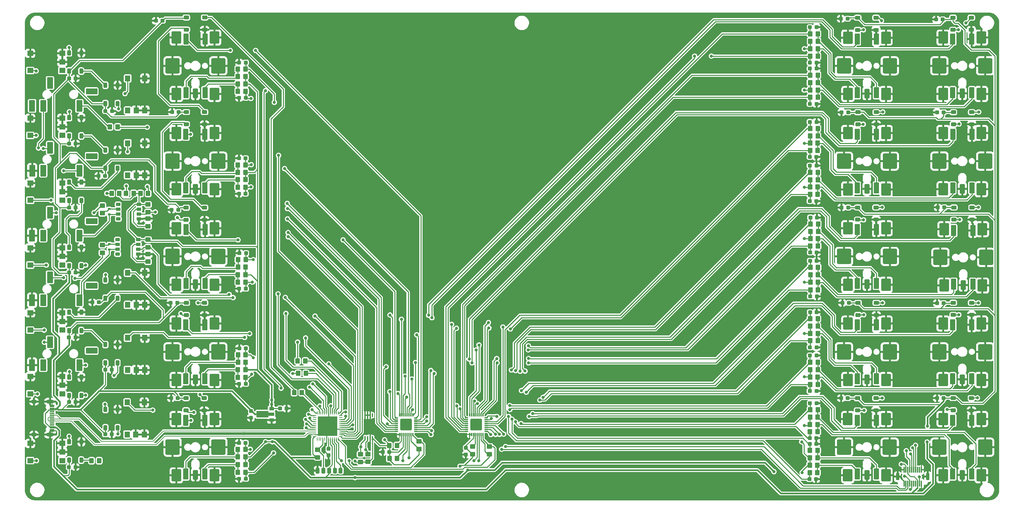
<source format=gbr>
%TF.GenerationSoftware,KiCad,Pcbnew,(6.0.9)*%
%TF.CreationDate,2023-03-16T14:55:21+00:00*%
%TF.ProjectId,Matrix_V2_Base,4d617472-6978-45f5-9632-5f426173652e,rev?*%
%TF.SameCoordinates,Original*%
%TF.FileFunction,Copper,L1,Top*%
%TF.FilePolarity,Positive*%
%FSLAX46Y46*%
G04 Gerber Fmt 4.6, Leading zero omitted, Abs format (unit mm)*
G04 Created by KiCad (PCBNEW (6.0.9)) date 2023-03-16 14:55:21*
%MOMM*%
%LPD*%
G01*
G04 APERTURE LIST*
G04 Aperture macros list*
%AMRoundRect*
0 Rectangle with rounded corners*
0 $1 Rounding radius*
0 $2 $3 $4 $5 $6 $7 $8 $9 X,Y pos of 4 corners*
0 Add a 4 corners polygon primitive as box body*
4,1,4,$2,$3,$4,$5,$6,$7,$8,$9,$2,$3,0*
0 Add four circle primitives for the rounded corners*
1,1,$1+$1,$2,$3*
1,1,$1+$1,$4,$5*
1,1,$1+$1,$6,$7*
1,1,$1+$1,$8,$9*
0 Add four rect primitives between the rounded corners*
20,1,$1+$1,$2,$3,$4,$5,0*
20,1,$1+$1,$4,$5,$6,$7,0*
20,1,$1+$1,$6,$7,$8,$9,0*
20,1,$1+$1,$8,$9,$2,$3,0*%
%AMFreePoly0*
4,1,9,3.862500,-0.866500,0.737500,-0.866500,0.737500,-0.450000,-0.737500,-0.450000,-0.737500,0.450000,0.737500,0.450000,0.737500,0.866500,3.862500,0.866500,3.862500,-0.866500,3.862500,-0.866500,$1*%
G04 Aperture macros list end*
%TA.AperFunction,SMDPad,CuDef*%
%ADD10RoundRect,0.250000X-0.450000X-0.250000X0.450000X-0.250000X0.450000X0.250000X-0.450000X0.250000X0*%
%TD*%
%TA.AperFunction,SMDPad,CuDef*%
%ADD11RoundRect,0.250000X0.250000X-0.450000X0.250000X0.450000X-0.250000X0.450000X-0.250000X-0.450000X0*%
%TD*%
%TA.AperFunction,SMDPad,CuDef*%
%ADD12RoundRect,0.250000X0.350000X0.450000X-0.350000X0.450000X-0.350000X-0.450000X0.350000X-0.450000X0*%
%TD*%
%TA.AperFunction,SMDPad,CuDef*%
%ADD13RoundRect,0.250000X-0.450000X0.350000X-0.450000X-0.350000X0.450000X-0.350000X0.450000X0.350000X0*%
%TD*%
%TA.AperFunction,SMDPad,CuDef*%
%ADD14RoundRect,0.237500X-0.300000X-0.237500X0.300000X-0.237500X0.300000X0.237500X-0.300000X0.237500X0*%
%TD*%
%TA.AperFunction,SMDPad,CuDef*%
%ADD15RoundRect,0.237500X0.300000X0.237500X-0.300000X0.237500X-0.300000X-0.237500X0.300000X-0.237500X0*%
%TD*%
%TA.AperFunction,SMDPad,CuDef*%
%ADD16RoundRect,0.250000X-0.350000X-0.450000X0.350000X-0.450000X0.350000X0.450000X-0.350000X0.450000X0*%
%TD*%
%TA.AperFunction,SMDPad,CuDef*%
%ADD17RoundRect,0.237500X0.237500X-0.300000X0.237500X0.300000X-0.237500X0.300000X-0.237500X-0.300000X0*%
%TD*%
%TA.AperFunction,SMDPad,CuDef*%
%ADD18RoundRect,0.140000X0.560000X-0.660000X0.560000X0.660000X-0.560000X0.660000X-0.560000X-0.660000X0*%
%TD*%
%TA.AperFunction,SMDPad,CuDef*%
%ADD19RoundRect,0.130000X-0.520000X-1.320000X0.520000X-1.320000X0.520000X1.320000X-0.520000X1.320000X0*%
%TD*%
%TA.AperFunction,SMDPad,CuDef*%
%ADD20RoundRect,0.375000X1.500000X1.625000X-1.500000X1.625000X-1.500000X-1.625000X1.500000X-1.625000X0*%
%TD*%
%TA.AperFunction,SMDPad,CuDef*%
%ADD21RoundRect,0.250000X1.000000X1.350000X-1.000000X1.350000X-1.000000X-1.350000X1.000000X-1.350000X0*%
%TD*%
%TA.AperFunction,SMDPad,CuDef*%
%ADD22RoundRect,0.250000X-1.000000X-1.350000X1.000000X-1.350000X1.000000X1.350000X-1.000000X1.350000X0*%
%TD*%
%TA.AperFunction,SMDPad,CuDef*%
%ADD23RoundRect,0.130000X-0.520000X-1.120000X0.520000X-1.120000X0.520000X1.120000X-0.520000X1.120000X0*%
%TD*%
%TA.AperFunction,SMDPad,CuDef*%
%ADD24RoundRect,0.130000X0.520000X1.320000X-0.520000X1.320000X-0.520000X-1.320000X0.520000X-1.320000X0*%
%TD*%
%TA.AperFunction,SMDPad,CuDef*%
%ADD25RoundRect,0.250000X0.450000X-0.350000X0.450000X0.350000X-0.450000X0.350000X-0.450000X-0.350000X0*%
%TD*%
%TA.AperFunction,SMDPad,CuDef*%
%ADD26RoundRect,0.237500X-0.237500X0.300000X-0.237500X-0.300000X0.237500X-0.300000X0.237500X0.300000X0*%
%TD*%
%TA.AperFunction,SMDPad,CuDef*%
%ADD27RoundRect,0.160000X0.640000X1.340000X-0.640000X1.340000X-0.640000X-1.340000X0.640000X-1.340000X0*%
%TD*%
%TA.AperFunction,SMDPad,CuDef*%
%ADD28RoundRect,0.160000X-1.340000X0.640000X-1.340000X-0.640000X1.340000X-0.640000X1.340000X0.640000X0*%
%TD*%
%TA.AperFunction,SMDPad,CuDef*%
%ADD29RoundRect,0.035000X-0.140000X0.465000X-0.140000X-0.465000X0.140000X-0.465000X0.140000X0.465000X0*%
%TD*%
%TA.AperFunction,SMDPad,CuDef*%
%ADD30R,0.700000X0.600000*%
%TD*%
%TA.AperFunction,SMDPad,CuDef*%
%ADD31RoundRect,0.062500X0.375000X0.062500X-0.375000X0.062500X-0.375000X-0.062500X0.375000X-0.062500X0*%
%TD*%
%TA.AperFunction,SMDPad,CuDef*%
%ADD32RoundRect,0.062500X0.062500X0.375000X-0.062500X0.375000X-0.062500X-0.375000X0.062500X-0.375000X0*%
%TD*%
%TA.AperFunction,SMDPad,CuDef*%
%ADD33R,5.150000X5.150000*%
%TD*%
%TA.AperFunction,SMDPad,CuDef*%
%ADD34RoundRect,0.250000X-0.250000X-0.500000X0.250000X-0.500000X0.250000X0.500000X-0.250000X0.500000X0*%
%TD*%
%TA.AperFunction,SMDPad,CuDef*%
%ADD35R,1.150000X0.300000*%
%TD*%
%TA.AperFunction,ComponentPad*%
%ADD36O,2.100000X1.000000*%
%TD*%
%TA.AperFunction,ComponentPad*%
%ADD37O,1.600000X1.000000*%
%TD*%
%TA.AperFunction,SMDPad,CuDef*%
%ADD38RoundRect,0.140000X0.660000X0.560000X-0.660000X0.560000X-0.660000X-0.560000X0.660000X-0.560000X0*%
%TD*%
%TA.AperFunction,SMDPad,CuDef*%
%ADD39RoundRect,0.227500X-0.372500X-0.227500X0.372500X-0.227500X0.372500X0.227500X-0.372500X0.227500X0*%
%TD*%
%TA.AperFunction,SMDPad,CuDef*%
%ADD40RoundRect,0.080000X-0.320000X-0.820000X0.320000X-0.820000X0.320000X0.820000X-0.320000X0.820000X0*%
%TD*%
%TA.AperFunction,SMDPad,CuDef*%
%ADD41RoundRect,0.075000X-0.075000X-0.725000X0.075000X-0.725000X0.075000X0.725000X-0.075000X0.725000X0*%
%TD*%
%TA.AperFunction,SMDPad,CuDef*%
%ADD42RoundRect,0.072500X0.377500X0.072500X-0.377500X0.072500X-0.377500X-0.072500X0.377500X-0.072500X0*%
%TD*%
%TA.AperFunction,SMDPad,CuDef*%
%ADD43RoundRect,0.072500X-0.072500X0.377500X-0.072500X-0.377500X0.072500X-0.377500X0.072500X0.377500X0*%
%TD*%
%TA.AperFunction,SMDPad,CuDef*%
%ADD44RoundRect,0.150000X1.350000X1.350000X-1.350000X1.350000X-1.350000X-1.350000X1.350000X-1.350000X0*%
%TD*%
%TA.AperFunction,SMDPad,CuDef*%
%ADD45R,1.300000X0.900000*%
%TD*%
%TA.AperFunction,SMDPad,CuDef*%
%ADD46FreePoly0,180.000000*%
%TD*%
%TA.AperFunction,ViaPad*%
%ADD47C,0.800000*%
%TD*%
%TA.AperFunction,Conductor*%
%ADD48C,0.250000*%
%TD*%
%TA.AperFunction,Conductor*%
%ADD49C,0.500000*%
%TD*%
%TA.AperFunction,Conductor*%
%ADD50C,0.400000*%
%TD*%
%TA.AperFunction,Conductor*%
%ADD51C,0.200000*%
%TD*%
G04 APERTURE END LIST*
D10*
%TO.P,D8,1,+5V*%
%TO.N,+5V*%
X218610000Y-51400000D03*
%TO.P,D8,2,Dout*%
%TO.N,Net-(D8-Pad2)*%
X218610000Y-54600000D03*
%TO.P,D8,3,Gnd*%
%TO.N,GND*%
X223410000Y-54600000D03*
%TO.P,D8,4,Din*%
%TO.N,Net-(D7-Pad2)*%
X223410000Y-51400000D03*
%TD*%
D11*
%TO.P,D20,1,+5V*%
%TO.N,+5V*%
X11900000Y-49580000D03*
%TO.P,D20,2,Dout*%
%TO.N,Net-(D20-Pad2)*%
X15100000Y-49580000D03*
%TO.P,D20,3,Gnd*%
%TO.N,GND*%
X15100000Y-44780000D03*
%TO.P,D20,4,Din*%
%TO.N,Net-(D19-Pad2)*%
X11900000Y-44780000D03*
%TD*%
D12*
%TO.P,R11,1*%
%TO.N,EN_1A*%
X58120000Y-20940000D03*
%TO.P,R11,2*%
%TO.N,Net-(R11-Pad2)*%
X56120000Y-20940000D03*
%TD*%
D13*
%TO.P,R77,1*%
%TO.N,+3.3V*%
X32590000Y-50610000D03*
%TO.P,R77,2*%
%TO.N,RX2*%
X32590000Y-52610000D03*
%TD*%
D14*
%TO.P,C32,1*%
%TO.N,EN_10A*%
X206057500Y-99550000D03*
%TO.P,C32,2*%
%TO.N,GND*%
X207782500Y-99550000D03*
%TD*%
D15*
%TO.P,C50,1*%
%TO.N,+5V*%
X241095000Y-101400000D03*
%TO.P,C50,2*%
%TO.N,GND*%
X239370000Y-101400000D03*
%TD*%
D11*
%TO.P,D23,1,+5V*%
%TO.N,+5V*%
X11900000Y-83700000D03*
%TO.P,D23,2,Dout*%
%TO.N,Net-(D23-Pad2)*%
X15100000Y-83700000D03*
%TO.P,D23,3,Gnd*%
%TO.N,GND*%
X15100000Y-78900000D03*
%TO.P,D23,4,Din*%
%TO.N,Net-(D22-Pad2)*%
X11900000Y-78900000D03*
%TD*%
D14*
%TO.P,C56,1*%
%TO.N,+5V*%
X11887500Y-68480000D03*
%TO.P,C56,2*%
%TO.N,GND*%
X13612500Y-68480000D03*
%TD*%
D16*
%TO.P,R8,1*%
%TO.N,+3.3V*%
X95825000Y-113825000D03*
%TO.P,R8,2*%
%TO.N,Net-(R8-Pad2)*%
X97825000Y-113825000D03*
%TD*%
%TO.P,R32,1*%
%TO.N,EN_12B*%
X206140000Y-11690000D03*
%TO.P,R32,2*%
%TO.N,Net-(R30-Pad2)*%
X208140000Y-11690000D03*
%TD*%
D15*
%TO.P,C8,1*%
%TO.N,EN_6A*%
X58142500Y-47790000D03*
%TO.P,C8,2*%
%TO.N,GND*%
X56417500Y-47790000D03*
%TD*%
D12*
%TO.P,R79,1*%
%TO.N,Net-(J6-Pad3)*%
X32600000Y-47730000D03*
%TO.P,R79,2*%
%TO.N,+3.3V*%
X30600000Y-47730000D03*
%TD*%
D14*
%TO.P,C16,1*%
%TO.N,EN_12A*%
X206077500Y-4130000D03*
%TO.P,C16,2*%
%TO.N,GND*%
X207802500Y-4130000D03*
%TD*%
%TO.P,C25,1*%
%TO.N,EN_4B*%
X205937500Y-122630000D03*
%TO.P,C25,2*%
%TO.N,GND*%
X207662500Y-122630000D03*
%TD*%
D16*
%TO.P,R33,1*%
%TO.N,+3.3V*%
X206127500Y-32600000D03*
%TO.P,R33,2*%
%TO.N,Net-(R33-Pad2)*%
X208127500Y-32600000D03*
%TD*%
D11*
%TO.P,D18,1,+5V*%
%TO.N,+5V*%
X11900000Y-32640000D03*
%TO.P,D18,2,Dout*%
%TO.N,Net-(D18-Pad2)*%
X15100000Y-32640000D03*
%TO.P,D18,3,Gnd*%
%TO.N,GND*%
X15100000Y-27840000D03*
%TO.P,D18,4,Din*%
%TO.N,Net-(D17-Pad2)*%
X11900000Y-27840000D03*
%TD*%
D17*
%TO.P,C1,1*%
%TO.N,GND*%
X79870000Y-116402500D03*
%TO.P,C1,2*%
%TO.N,Net-(C1-Pad2)*%
X79870000Y-114677500D03*
%TD*%
D14*
%TO.P,C22,1*%
%TO.N,EN_13A*%
X206087500Y-78880000D03*
%TO.P,C22,2*%
%TO.N,GND*%
X207812500Y-78880000D03*
%TD*%
D18*
%TO.P,SW17,*%
%TO.N,*%
X27250000Y-25960000D03*
%TO.P,SW17,1,1*%
%TO.N,TB_02*%
X27250000Y-17560000D03*
%TO.P,SW17,2,2*%
%TO.N,GND*%
X31750000Y-17560000D03*
X31750000Y-25960000D03*
%TO.P,SW17,3,GND*%
X29500000Y-25960000D03*
%TD*%
D11*
%TO.P,D24,1,+5V*%
%TO.N,+5V*%
X21400000Y-92170000D03*
%TO.P,D24,2,Dout*%
%TO.N,Net-(D24-Pad2)*%
X24600000Y-92170000D03*
%TO.P,D24,3,Gnd*%
%TO.N,GND*%
X24600000Y-87370000D03*
%TO.P,D24,4,Din*%
%TO.N,Net-(D23-Pad2)*%
X21400000Y-87370000D03*
%TD*%
D16*
%TO.P,R62,1*%
%TO.N,+3.3V*%
X206120000Y-93940000D03*
%TO.P,R62,2*%
%TO.N,Net-(R62-Pad2)*%
X208120000Y-93940000D03*
%TD*%
D19*
%TO.P,SW3,A,A*%
%TO.N,Net-(R14-Pad2)*%
X42500000Y-46300000D03*
%TO.P,SW3,B,B*%
%TO.N,Net-(R13-Pad2)*%
X47500000Y-46300000D03*
D20*
%TO.P,SW3,C,C*%
%TO.N,GND*%
X39000000Y-39250000D03*
D21*
X40000000Y-31850000D03*
X50000000Y-31850000D03*
D22*
X50000000Y-46650000D03*
D23*
X45000000Y-46500000D03*
D20*
X51000000Y-39250000D03*
D22*
X40000000Y-46650000D03*
D24*
%TO.P,SW3,S1,S1*%
%TO.N,EN_But_06*%
X42500000Y-32200000D03*
%TO.P,SW3,S2,S2*%
%TO.N,GND*%
X47500000Y-32200000D03*
%TD*%
D15*
%TO.P,C36,1*%
%TO.N,+5V*%
X36362500Y-2430000D03*
%TO.P,C36,2*%
%TO.N,GND*%
X34637500Y-2430000D03*
%TD*%
D12*
%TO.P,R21,1*%
%TO.N,+3.3V*%
X58140000Y-93970000D03*
%TO.P,R21,2*%
%TO.N,Net-(R21-Pad2)*%
X56140000Y-93970000D03*
%TD*%
D15*
%TO.P,C49,1*%
%TO.N,+5V*%
X241112500Y-76490000D03*
%TO.P,C49,2*%
%TO.N,GND*%
X239387500Y-76490000D03*
%TD*%
D16*
%TO.P,R51,1*%
%TO.N,EN_9A*%
X206120000Y-22500000D03*
%TO.P,R51,2*%
%TO.N,Net-(R49-Pad2)*%
X208120000Y-22500000D03*
%TD*%
D14*
%TO.P,C31,1*%
%TO.N,EN_5B*%
X206107500Y-65380000D03*
%TO.P,C31,2*%
%TO.N,GND*%
X207832500Y-65380000D03*
%TD*%
D25*
%TO.P,R78,1*%
%TO.N,Net-(R78-Pad1)*%
X32590000Y-56320000D03*
%TO.P,R78,2*%
%TO.N,GND*%
X32590000Y-54320000D03*
%TD*%
D19*
%TO.P,SW5,A,A*%
%TO.N,Net-(R22-Pad2)*%
X42500000Y-96300000D03*
%TO.P,SW5,B,B*%
%TO.N,Net-(R21-Pad2)*%
X47500000Y-96300000D03*
D22*
%TO.P,SW5,C,C*%
%TO.N,GND*%
X50000000Y-96650000D03*
D20*
X39000000Y-89250000D03*
D22*
X40000000Y-96650000D03*
D23*
X45000000Y-96500000D03*
D21*
X50000000Y-81850000D03*
D20*
X51000000Y-89250000D03*
D21*
X40000000Y-81850000D03*
D24*
%TO.P,SW5,S1,S1*%
%TO.N,EN_But_02*%
X42500000Y-82200000D03*
%TO.P,SW5,S2,S2*%
%TO.N,GND*%
X47500000Y-82200000D03*
%TD*%
D16*
%TO.P,R46,1*%
%TO.N,+3.3V*%
X206030000Y-118970000D03*
%TO.P,R46,2*%
%TO.N,Net-(R46-Pad2)*%
X208030000Y-118970000D03*
%TD*%
%TO.P,R35,1*%
%TO.N,EN_3A*%
X206127500Y-30670000D03*
%TO.P,R35,2*%
%TO.N,Net-(R33-Pad2)*%
X208127500Y-30670000D03*
%TD*%
D15*
%TO.P,C42,1*%
%TO.N,+5V*%
X216105000Y-26430000D03*
%TO.P,C42,2*%
%TO.N,GND*%
X214380000Y-26430000D03*
%TD*%
%TO.P,C46,1*%
%TO.N,+5V*%
X240882500Y-2100000D03*
%TO.P,C46,2*%
%TO.N,GND*%
X239157500Y-2100000D03*
%TD*%
D14*
%TO.P,C51,1*%
%TO.N,+5V*%
X11887500Y-17530000D03*
%TO.P,C51,2*%
%TO.N,GND*%
X13612500Y-17530000D03*
%TD*%
D10*
%TO.P,D9,1,+5V*%
%TO.N,+5V*%
X218680000Y-76410000D03*
%TO.P,D9,2,Dout*%
%TO.N,Net-(D10-Pad4)*%
X218680000Y-79610000D03*
%TO.P,D9,3,Gnd*%
%TO.N,GND*%
X223480000Y-79610000D03*
%TO.P,D9,4,Din*%
%TO.N,Net-(D8-Pad2)*%
X223480000Y-76410000D03*
%TD*%
D26*
%TO.P,C2,1*%
%TO.N,+5V*%
X59560000Y-104797500D03*
%TO.P,C2,2*%
%TO.N,GND*%
X59560000Y-106522500D03*
%TD*%
D19*
%TO.P,SW16,A,A*%
%TO.N,Net-(R66-Pad2)*%
X243500000Y-121310000D03*
%TO.P,SW16,B,B*%
%TO.N,Net-(R65-Pad2)*%
X248500000Y-121310000D03*
D22*
%TO.P,SW16,C,C*%
%TO.N,GND*%
X251000000Y-121660000D03*
D23*
X246000000Y-121510000D03*
D22*
X241000000Y-121660000D03*
D20*
X252000000Y-114260000D03*
D21*
X241000000Y-106860000D03*
D20*
X240000000Y-114260000D03*
D21*
X251000000Y-106860000D03*
D24*
%TO.P,SW16,S1,S1*%
%TO.N,EN_But_15*%
X243500000Y-107210000D03*
%TO.P,SW16,S2,S2*%
%TO.N,GND*%
X248500000Y-107210000D03*
%TD*%
D16*
%TO.P,R57,1*%
%TO.N,+3.3V*%
X206180000Y-71020000D03*
%TO.P,R57,2*%
%TO.N,Net-(R57-Pad2)*%
X208180000Y-71020000D03*
%TD*%
%TO.P,R36,1*%
%TO.N,EN_3B*%
X206097500Y-36440000D03*
%TO.P,R36,2*%
%TO.N,Net-(R34-Pad2)*%
X208097500Y-36440000D03*
%TD*%
D27*
%TO.P,J6,1,Sleeve*%
%TO.N,GND*%
X2210000Y-41750000D03*
%TO.P,J6,2,tip*%
%TO.N,Net-(J6-Pad2)*%
X14610000Y-41750000D03*
%TO.P,J6,3,ring1*%
%TO.N,Net-(J6-Pad3)*%
X6910000Y-35750000D03*
%TO.P,J6,4,ring2*%
%TO.N,unconnected-(J6-Pad4)*%
X5110000Y-41750000D03*
D28*
%TO.P,J6,5,tip_switch*%
%TO.N,unconnected-(J6-Pad5)*%
X17810000Y-37950000D03*
%TD*%
D16*
%TO.P,R53,1*%
%TO.N,+3.3V*%
X206097500Y-46020000D03*
%TO.P,R53,2*%
%TO.N,Net-(R53-Pad2)*%
X208097500Y-46020000D03*
%TD*%
%TO.P,R41,1*%
%TO.N,+3.3V*%
X206120000Y-82520000D03*
%TO.P,R41,2*%
%TO.N,Net-(R41-Pad2)*%
X208120000Y-82520000D03*
%TD*%
%TO.P,R49,1*%
%TO.N,+3.3V*%
X206120000Y-20590000D03*
%TO.P,R49,2*%
%TO.N,Net-(R49-Pad2)*%
X208120000Y-20590000D03*
%TD*%
%TO.P,R5,1*%
%TO.N,+3.3V*%
X95865000Y-117255000D03*
%TO.P,R5,2*%
%TO.N,Net-(R5-Pad2)*%
X97865000Y-117255000D03*
%TD*%
D10*
%TO.P,D6,1,+5V*%
%TO.N,+5V*%
X218600000Y-1640000D03*
%TO.P,D6,2,Dout*%
%TO.N,Net-(D6-Pad2)*%
X218600000Y-4840000D03*
%TO.P,D6,3,Gnd*%
%TO.N,GND*%
X223400000Y-4840000D03*
%TO.P,D6,4,Din*%
%TO.N,Net-(D5-Pad2)*%
X223400000Y-1640000D03*
%TD*%
D19*
%TO.P,SW9,A,A*%
%TO.N,Net-(R38-Pad2)*%
X218500000Y-71300000D03*
%TO.P,SW9,B,B*%
%TO.N,Net-(R37-Pad2)*%
X223500000Y-71300000D03*
D20*
%TO.P,SW9,C,C*%
%TO.N,GND*%
X215000000Y-64250000D03*
D21*
X216000000Y-56850000D03*
D23*
X221000000Y-71500000D03*
D22*
X216000000Y-71650000D03*
D20*
X227000000Y-64250000D03*
D22*
X226000000Y-71650000D03*
D21*
X226000000Y-56850000D03*
D24*
%TO.P,SW9,S1,S1*%
%TO.N,EN_But_08*%
X218500000Y-57200000D03*
%TO.P,SW9,S2,S2*%
%TO.N,GND*%
X223500000Y-57200000D03*
%TD*%
D19*
%TO.P,SW7,A,A*%
%TO.N,Net-(R30-Pad2)*%
X218500000Y-21310000D03*
%TO.P,SW7,B,B*%
%TO.N,Net-(R29-Pad2)*%
X223500000Y-21310000D03*
D22*
%TO.P,SW7,C,C*%
%TO.N,GND*%
X216000000Y-21660000D03*
D21*
X216000000Y-6860000D03*
D23*
X221000000Y-21510000D03*
D20*
X215000000Y-14260000D03*
X227000000Y-14260000D03*
D22*
X226000000Y-21660000D03*
D21*
X226000000Y-6860000D03*
D24*
%TO.P,SW7,S1,S1*%
%TO.N,EN_But_12*%
X218500000Y-7210000D03*
%TO.P,SW7,S2,S2*%
%TO.N,GND*%
X223500000Y-7210000D03*
%TD*%
D12*
%TO.P,R13,1*%
%TO.N,+3.3V*%
X58100000Y-44100000D03*
%TO.P,R13,2*%
%TO.N,Net-(R13-Pad2)*%
X56100000Y-44100000D03*
%TD*%
D29*
%TO.P,U7,1,E0*%
%TO.N,unconnected-(U7-Pad1)*%
X91425000Y-105870000D03*
%TO.P,U7,2,E1*%
%TO.N,GND*%
X90775000Y-105870000D03*
%TO.P,U7,3,E2*%
X90125000Y-105870000D03*
%TO.P,U7,4,Gnd*%
X89475000Y-105870000D03*
%TO.P,U7,5,SDA*%
%TO.N,SDA_BUS*%
X89475000Y-111870000D03*
%TO.P,U7,6,SCL*%
%TO.N,SCL_BUS*%
X90125000Y-111870000D03*
%TO.P,U7,7,WC*%
%TO.N,GND*%
X90775000Y-111870000D03*
%TO.P,U7,8,Vcc*%
%TO.N,+3.3V*%
X91425000Y-111870000D03*
%TD*%
D16*
%TO.P,R65,1*%
%TO.N,+3.3V*%
X206100000Y-106390000D03*
%TO.P,R65,2*%
%TO.N,Net-(R65-Pad2)*%
X208100000Y-106390000D03*
%TD*%
D12*
%TO.P,R27,1*%
%TO.N,EN_7A*%
X58140000Y-120830000D03*
%TO.P,R27,2*%
%TO.N,Net-(R25-Pad2)*%
X56140000Y-120830000D03*
%TD*%
D25*
%TO.P,R4,1*%
%TO.N,+3.3V*%
X103585000Y-114735000D03*
%TO.P,R4,2*%
%TO.N,EN2_INT*%
X103585000Y-112735000D03*
%TD*%
D14*
%TO.P,C33,1*%
%TO.N,EN_10B*%
X206067500Y-90230000D03*
%TO.P,C33,2*%
%TO.N,GND*%
X207792500Y-90230000D03*
%TD*%
D15*
%TO.P,C14,1*%
%TO.N,EN_7A*%
X58192500Y-122550000D03*
%TO.P,C14,2*%
%TO.N,GND*%
X56467500Y-122550000D03*
%TD*%
D25*
%TO.P,R7,1*%
%TO.N,+3.3V*%
X117640000Y-116100000D03*
%TO.P,R7,2*%
%TO.N,Net-(R7-Pad2)*%
X117640000Y-114100000D03*
%TD*%
D16*
%TO.P,R66,1*%
%TO.N,+3.3V*%
X206080000Y-108310000D03*
%TO.P,R66,2*%
%TO.N,Net-(R66-Pad2)*%
X208080000Y-108310000D03*
%TD*%
D15*
%TO.P,C7,1*%
%TO.N,EN_1B*%
X58182500Y-13400000D03*
%TO.P,C7,2*%
%TO.N,GND*%
X56457500Y-13400000D03*
%TD*%
D14*
%TO.P,C29,1*%
%TO.N,EN_14B*%
X206055000Y-40420000D03*
%TO.P,C29,2*%
%TO.N,GND*%
X207780000Y-40420000D03*
%TD*%
D16*
%TO.P,R42,1*%
%TO.N,+3.3V*%
X206120000Y-84440000D03*
%TO.P,R42,2*%
%TO.N,Net-(R42-Pad2)*%
X208120000Y-84440000D03*
%TD*%
D12*
%TO.P,R69,1*%
%TO.N,LED_Out*%
X72880000Y-99950000D03*
%TO.P,R69,2*%
%TO.N,Net-(D1-Pad4)*%
X70880000Y-99950000D03*
%TD*%
D30*
%TO.P,D29,1,K*%
%TO.N,Net-(D29-Pad1)*%
X22360000Y-51800000D03*
%TO.P,D29,2,A*%
%TO.N,Net-(D29-Pad2)*%
X22360000Y-53200000D03*
%TD*%
D14*
%TO.P,C19,1*%
%TO.N,EN_3B*%
X206025000Y-38150000D03*
%TO.P,C19,2*%
%TO.N,GND*%
X207750000Y-38150000D03*
%TD*%
D30*
%TO.P,D28,1,K*%
%TO.N,Net-(D28-Pad1)*%
X22410000Y-61000000D03*
%TO.P,D28,2,A*%
%TO.N,Net-(D28-Pad2)*%
X22410000Y-62400000D03*
%TD*%
D16*
%TO.P,R43,1*%
%TO.N,EN_13A*%
X206130000Y-80600000D03*
%TO.P,R43,2*%
%TO.N,Net-(R41-Pad2)*%
X208130000Y-80600000D03*
%TD*%
D31*
%TO.P,U1,1,PA00*%
%TO.N,TB_04*%
X83082500Y-111495000D03*
%TO.P,U1,2,PA01*%
%TO.N,TB_05*%
X83082500Y-110995000D03*
%TO.P,U1,3,PA02*%
%TO.N,Pedal_In*%
X83082500Y-110495000D03*
%TO.P,U1,4,PA03*%
%TO.N,TB_06*%
X83082500Y-109995000D03*
%TO.P,U1,5,GNDANA*%
%TO.N,GND*%
X83082500Y-109495000D03*
%TO.P,U1,6,VDDANA*%
%TO.N,+3.3V*%
X83082500Y-108995000D03*
%TO.P,U1,7,PB08*%
%TO.N,TB_07*%
X83082500Y-108495000D03*
%TO.P,U1,8,PB09*%
%TO.N,TB_08*%
X83082500Y-107995000D03*
%TO.P,U1,9,PA04*%
%TO.N,TB_09*%
X83082500Y-107495000D03*
%TO.P,U1,10,PA05*%
%TO.N,LED_BLANK1*%
X83082500Y-106995000D03*
%TO.P,U1,11,PA06*%
%TO.N,unconnected-(U1-Pad11)*%
X83082500Y-106495000D03*
%TO.P,U1,12,PA07*%
%TO.N,LED_LATCH*%
X83082500Y-105995000D03*
D32*
%TO.P,U1,13,PA08*%
%TO.N,TX2*%
X82395000Y-105307500D03*
%TO.P,U1,14,PA09*%
%TO.N,RX2*%
X81895000Y-105307500D03*
%TO.P,U1,15,PA10*%
%TO.N,TX1*%
X81395000Y-105307500D03*
%TO.P,U1,16,PA11*%
%TO.N,RX1*%
X80895000Y-105307500D03*
%TO.P,U1,17,VDDIO*%
%TO.N,+3.3V*%
X80395000Y-105307500D03*
%TO.P,U1,18,GND*%
%TO.N,GND*%
X79895000Y-105307500D03*
%TO.P,U1,19,PB10*%
%TO.N,TB_10*%
X79395000Y-105307500D03*
%TO.P,U1,20,PB11*%
%TO.N,TB_11*%
X78895000Y-105307500D03*
%TO.P,U1,21,PA12*%
%TO.N,TB_12*%
X78395000Y-105307500D03*
%TO.P,U1,22,PA13*%
%TO.N,unconnected-(U1-Pad22)*%
X77895000Y-105307500D03*
%TO.P,U1,23,PA14*%
%TO.N,LED_Out*%
X77395000Y-105307500D03*
%TO.P,U1,24,PA15*%
%TO.N,LED_DATA*%
X76895000Y-105307500D03*
D31*
%TO.P,U1,25,PA16*%
%TO.N,RDY 2*%
X76207500Y-105995000D03*
%TO.P,U1,26,PA17*%
%TO.N,unconnected-(U1-Pad26)*%
X76207500Y-106495000D03*
%TO.P,U1,27,PA18*%
%TO.N,unconnected-(U1-Pad27)*%
X76207500Y-106995000D03*
%TO.P,U1,28,PA19*%
%TO.N,RDY 1*%
X76207500Y-107495000D03*
%TO.P,U1,29,PA20*%
%TO.N,unconnected-(U1-Pad29)*%
X76207500Y-107995000D03*
%TO.P,U1,30,PA21*%
%TO.N,LED_CLK*%
X76207500Y-108495000D03*
%TO.P,U1,31,PA22*%
%TO.N,SDA_BUS*%
X76207500Y-108995000D03*
%TO.P,U1,32,PA23*%
%TO.N,SCL_BUS*%
X76207500Y-109495000D03*
%TO.P,U1,33,PA24*%
%TO.N,D-*%
X76207500Y-109995000D03*
%TO.P,U1,34,PA25*%
%TO.N,D+*%
X76207500Y-110495000D03*
%TO.P,U1,35,GND*%
%TO.N,GND*%
X76207500Y-110995000D03*
%TO.P,U1,36,VDDIO*%
%TO.N,+3.3V*%
X76207500Y-111495000D03*
D32*
%TO.P,U1,37,PB22*%
%TO.N,unconnected-(U1-Pad37)*%
X76895000Y-112182500D03*
%TO.P,U1,38,PB23*%
%TO.N,unconnected-(U1-Pad38)*%
X77395000Y-112182500D03*
%TO.P,U1,39,PA27*%
%TO.N,unconnected-(U1-Pad39)*%
X77895000Y-112182500D03*
%TO.P,U1,40,~{RESET}*%
%TO.N,Reset*%
X78395000Y-112182500D03*
%TO.P,U1,41,PA28*%
%TO.N,unconnected-(U1-Pad41)*%
X78895000Y-112182500D03*
%TO.P,U1,42,GND*%
%TO.N,GND*%
X79395000Y-112182500D03*
%TO.P,U1,43,VDDCORE*%
%TO.N,Net-(C1-Pad2)*%
X79895000Y-112182500D03*
%TO.P,U1,44,VDDIN*%
%TO.N,+3.3V*%
X80395000Y-112182500D03*
%TO.P,U1,45,PA30*%
%TO.N,SWCLK*%
X80895000Y-112182500D03*
%TO.P,U1,46,PA31*%
%TO.N,SWDIO*%
X81395000Y-112182500D03*
%TO.P,U1,47,PB02*%
%TO.N,EN2_INT*%
X81895000Y-112182500D03*
%TO.P,U1,48,PB03*%
%TO.N,EN1_INT*%
X82395000Y-112182500D03*
D33*
%TO.P,U1,49,EP*%
%TO.N,GND*%
X79645000Y-108745000D03*
%TD*%
D27*
%TO.P,J7,1,Sleeve*%
%TO.N,unconnected-(J7-Pad1)*%
X2200000Y-24750000D03*
%TO.P,J7,2,tip*%
%TO.N,Net-(J7-Pad2)*%
X14600000Y-24750000D03*
%TO.P,J7,3,ring1*%
%TO.N,unconnected-(J7-Pad3)*%
X6900000Y-18750000D03*
%TO.P,J7,4,ring2*%
%TO.N,Net-(J7-Pad4)*%
X5100000Y-24750000D03*
D28*
%TO.P,J7,5,tip_switch*%
%TO.N,unconnected-(J7-Pad5)*%
X17800000Y-20950000D03*
%TD*%
D10*
%TO.P,D7,1,+5V*%
%TO.N,+5V*%
X218650000Y-26400000D03*
%TO.P,D7,2,Dout*%
%TO.N,Net-(D7-Pad2)*%
X218650000Y-29600000D03*
%TO.P,D7,3,Gnd*%
%TO.N,GND*%
X223450000Y-29600000D03*
%TO.P,D7,4,Din*%
%TO.N,Net-(D6-Pad2)*%
X223450000Y-26400000D03*
%TD*%
D16*
%TO.P,R61,1*%
%TO.N,+3.3V*%
X206110000Y-95890000D03*
%TO.P,R61,2*%
%TO.N,Net-(R61-Pad2)*%
X208110000Y-95890000D03*
%TD*%
D10*
%TO.P,D14,1,+5V*%
%TO.N,+5V*%
X243660000Y-76370000D03*
%TO.P,D14,2,Dout*%
%TO.N,Net-(D14-Pad2)*%
X243660000Y-79570000D03*
%TO.P,D14,3,Gnd*%
%TO.N,GND*%
X248460000Y-79570000D03*
%TO.P,D14,4,Din*%
%TO.N,Net-(D13-Pad2)*%
X248460000Y-76370000D03*
%TD*%
D34*
%TO.P,J1,1,Pin_1*%
%TO.N,GND*%
X77050000Y-120400000D03*
%TO.P,J1,2,Pin_2*%
%TO.N,Reset*%
X78550000Y-120400000D03*
%TO.P,J1,3,Pin_3*%
%TO.N,+3.3V*%
X80050000Y-120400000D03*
%TO.P,J1,4,Pin_4*%
%TO.N,SWCLK*%
X81550000Y-120400000D03*
%TO.P,J1,5,Pin_5*%
%TO.N,SWDIO*%
X83050000Y-120400000D03*
%TD*%
D15*
%TO.P,C9,1*%
%TO.N,EN_6B*%
X58162500Y-38480000D03*
%TO.P,C9,2*%
%TO.N,GND*%
X56437500Y-38480000D03*
%TD*%
%TO.P,C10,1*%
%TO.N,EN_11A*%
X58182500Y-72710000D03*
%TO.P,C10,2*%
%TO.N,GND*%
X56457500Y-72710000D03*
%TD*%
D27*
%TO.P,J4,1,Sleeve*%
%TO.N,GND*%
X2200000Y-92750000D03*
%TO.P,J4,2,tip*%
%TO.N,Net-(J4-Pad2)*%
X14600000Y-92750000D03*
%TO.P,J4,3,ring1*%
%TO.N,Net-(J4-Pad3)*%
X6900000Y-86750000D03*
%TO.P,J4,4,ring2*%
%TO.N,unconnected-(J4-Pad4)*%
X5100000Y-92750000D03*
D28*
%TO.P,J4,5,tip_switch*%
%TO.N,unconnected-(J4-Pad5)*%
X17800000Y-88950000D03*
%TD*%
D35*
%TO.P,J2,A1,GND*%
%TO.N,GND*%
X7440000Y-103300000D03*
%TO.P,J2,A4,VBUS*%
%TO.N,+5V*%
X7440000Y-104100000D03*
%TO.P,J2,A5,CC1*%
%TO.N,unconnected-(J2-PadA5)*%
X7440000Y-105400000D03*
%TO.P,J2,A6,D+*%
%TO.N,D+*%
X7440000Y-106400000D03*
%TO.P,J2,A7,D-*%
%TO.N,D-*%
X7440000Y-106900000D03*
%TO.P,J2,A8,SBU1*%
%TO.N,unconnected-(J2-PadA8)*%
X7440000Y-107900000D03*
%TO.P,J2,A9,VBUS*%
%TO.N,+5V*%
X7440000Y-109200000D03*
%TO.P,J2,A12,GND*%
%TO.N,GND*%
X7440000Y-110000000D03*
%TO.P,J2,B1,GND*%
X7440000Y-109700000D03*
%TO.P,J2,B4,VBUS*%
%TO.N,+5V*%
X7440000Y-108900000D03*
%TO.P,J2,B5,CC2*%
%TO.N,unconnected-(J2-PadB5)*%
X7440000Y-108400000D03*
%TO.P,J2,B6,D+*%
%TO.N,D+*%
X7440000Y-107400000D03*
%TO.P,J2,B7,D-*%
%TO.N,D-*%
X7440000Y-105900000D03*
%TO.P,J2,B8,SBU2*%
%TO.N,unconnected-(J2-PadB8)*%
X7440000Y-104900000D03*
%TO.P,J2,B9,VBUS*%
%TO.N,+5V*%
X7440000Y-104400000D03*
%TO.P,J2,B12,GND*%
%TO.N,GND*%
X7440000Y-103600000D03*
D36*
%TO.P,J2,S1,SHIELD*%
X6875000Y-110970000D03*
D37*
X2695000Y-102330000D03*
X2695000Y-110970000D03*
D36*
X6875000Y-102330000D03*
%TD*%
D38*
%TO.P,SW23,*%
%TO.N,*%
X10100000Y-83550000D03*
%TO.P,SW23,1,1*%
%TO.N,TB_08*%
X1700000Y-83550000D03*
%TO.P,SW23,2,2*%
%TO.N,GND*%
X1700000Y-79050000D03*
X10100000Y-79050000D03*
%TO.P,SW23,3,GND*%
X10100000Y-81300000D03*
%TD*%
D12*
%TO.P,R26,1*%
%TO.N,+3.3V*%
X58100000Y-116830000D03*
%TO.P,R26,2*%
%TO.N,Net-(R26-Pad2)*%
X56100000Y-116830000D03*
%TD*%
D14*
%TO.P,C18,1*%
%TO.N,EN_3A*%
X206065000Y-28960000D03*
%TO.P,C18,2*%
%TO.N,GND*%
X207790000Y-28960000D03*
%TD*%
D16*
%TO.P,R67,1*%
%TO.N,EN_15A*%
X206120000Y-104470000D03*
%TO.P,R67,2*%
%TO.N,Net-(R65-Pad2)*%
X208120000Y-104470000D03*
%TD*%
D11*
%TO.P,D17,1,+5V*%
%TO.N,+5V*%
X21400000Y-24140000D03*
%TO.P,D17,2,Dout*%
%TO.N,Net-(D17-Pad2)*%
X24600000Y-24140000D03*
%TO.P,D17,3,Gnd*%
%TO.N,GND*%
X24600000Y-19340000D03*
%TO.P,D17,4,Din*%
%TO.N,Net-(D16-Pad2)*%
X21400000Y-19340000D03*
%TD*%
D19*
%TO.P,SW4,A,A*%
%TO.N,Net-(R18-Pad2)*%
X42510000Y-71300000D03*
%TO.P,SW4,B,B*%
%TO.N,Net-(R17-Pad2)*%
X47510000Y-71300000D03*
D22*
%TO.P,SW4,C,C*%
%TO.N,GND*%
X40010000Y-71650000D03*
D20*
X39010000Y-64250000D03*
D21*
X40010000Y-56850000D03*
D20*
X51010000Y-64250000D03*
D23*
X45010000Y-71500000D03*
D21*
X50010000Y-56850000D03*
D22*
X50010000Y-71650000D03*
D24*
%TO.P,SW4,S1,S1*%
%TO.N,EN_But_11*%
X42510000Y-57200000D03*
%TO.P,SW4,S2,S2*%
%TO.N,GND*%
X47510000Y-57200000D03*
%TD*%
D16*
%TO.P,R44,1*%
%TO.N,EN_13B*%
X206130000Y-86340000D03*
%TO.P,R44,2*%
%TO.N,Net-(R42-Pad2)*%
X208130000Y-86340000D03*
%TD*%
D15*
%TO.P,C11,1*%
%TO.N,EN_11B*%
X58262500Y-63390000D03*
%TO.P,C11,2*%
%TO.N,GND*%
X56537500Y-63390000D03*
%TD*%
%TO.P,C43,1*%
%TO.N,+5V*%
X216102500Y-51400000D03*
%TO.P,C43,2*%
%TO.N,GND*%
X214377500Y-51400000D03*
%TD*%
D16*
%TO.P,R58,1*%
%TO.N,+3.3V*%
X206180000Y-69060000D03*
%TO.P,R58,2*%
%TO.N,Net-(R58-Pad2)*%
X208180000Y-69060000D03*
%TD*%
D39*
%TO.P,U6,1*%
%TO.N,unconnected-(U6-Pad1)*%
X24760000Y-50605000D03*
%TO.P,U6,2*%
%TO.N,Net-(D29-Pad1)*%
X24760000Y-51875000D03*
%TO.P,U6,3*%
%TO.N,Net-(D29-Pad2)*%
X24760000Y-53145000D03*
%TO.P,U6,4*%
%TO.N,unconnected-(U6-Pad4)*%
X24790000Y-54415000D03*
%TO.P,U6,5*%
%TO.N,GND*%
X30220000Y-54415000D03*
%TO.P,U6,6*%
%TO.N,RX2*%
X30220000Y-53145000D03*
%TO.P,U6,7*%
%TO.N,Net-(R78-Pad1)*%
X30220000Y-51875000D03*
%TO.P,U6,8*%
%TO.N,+3.3V*%
X30220000Y-50605000D03*
%TD*%
D16*
%TO.P,R63,1*%
%TO.N,EN_10A*%
X206120000Y-97830000D03*
%TO.P,R63,2*%
%TO.N,Net-(R61-Pad2)*%
X208120000Y-97830000D03*
%TD*%
D10*
%TO.P,D11,1,+5V*%
%TO.N,+5V*%
X243570000Y-1620000D03*
%TO.P,D11,2,Dout*%
%TO.N,Net-(D11-Pad2)*%
X243570000Y-4820000D03*
%TO.P,D11,3,Gnd*%
%TO.N,GND*%
X248370000Y-4820000D03*
%TO.P,D11,4,Din*%
%TO.N,Net-(D10-Pad2)*%
X248370000Y-1620000D03*
%TD*%
%TO.P,D4,1,+5V*%
%TO.N,+5V*%
X42600000Y-76410000D03*
%TO.P,D4,2,Dout*%
%TO.N,Net-(D4-Pad2)*%
X42600000Y-79610000D03*
%TO.P,D4,3,Gnd*%
%TO.N,GND*%
X47400000Y-79610000D03*
%TO.P,D4,4,Din*%
%TO.N,Net-(D3-Pad2)*%
X47400000Y-76410000D03*
%TD*%
D16*
%TO.P,R47,1*%
%TO.N,EN_4A*%
X206070000Y-115110000D03*
%TO.P,R47,2*%
%TO.N,Net-(R45-Pad2)*%
X208070000Y-115110000D03*
%TD*%
D15*
%TO.P,C39,1*%
%TO.N,+5V*%
X40242500Y-76380000D03*
%TO.P,C39,2*%
%TO.N,GND*%
X38517500Y-76380000D03*
%TD*%
D16*
%TO.P,R40,1*%
%TO.N,EN_8B*%
X206160000Y-61500000D03*
%TO.P,R40,2*%
%TO.N,Net-(R38-Pad2)*%
X208160000Y-61500000D03*
%TD*%
D40*
%TO.P,J8,1,Pin_1*%
%TO.N,GND*%
X236950000Y-122000000D03*
D41*
X235280846Y-120200000D03*
D40*
X229050000Y-122000000D03*
D41*
%TO.P,J8,2,Pin_2*%
%TO.N,PGM_2*%
X234755573Y-120200000D03*
%TO.P,J8,3,Pin_3*%
%TO.N,PGM_1*%
X234250000Y-120200000D03*
%TO.P,J8,4,Pin_4*%
%TO.N,RDY 2*%
X233755573Y-120200000D03*
%TO.P,J8,5,Pin_5*%
%TO.N,RDY 1*%
X233255573Y-120200000D03*
%TO.P,J8,6,Pin_6*%
%TO.N,SCL_BUS*%
X232750000Y-120200000D03*
%TO.P,J8,7,Pin_7*%
%TO.N,SDA_BUS*%
X232224727Y-120200000D03*
%TO.P,J8,8,Pin_8*%
%TO.N,+5V*%
X231719154Y-120200000D03*
%TO.P,J8,9,Pin_9*%
%TO.N,+3.3V*%
X231224727Y-120200000D03*
%TO.P,J8,10,Pin_10*%
%TO.N,GND*%
X230724727Y-120200000D03*
%TO.P,J8,11,Pin_11*%
X230724727Y-123800000D03*
%TO.P,J8,12,Pin_12*%
%TO.N,LED_BLANK1*%
X231224727Y-123800000D03*
%TO.P,J8,13,Pin_13*%
%TO.N,LED_LATCH*%
X231719154Y-123800000D03*
%TO.P,J8,14,Pin_14*%
%TO.N,LED_CLK*%
X232224727Y-123800000D03*
%TO.P,J8,15,Pin_15*%
%TO.N,LED_DATA*%
X232750000Y-123800000D03*
%TO.P,J8,16,Pin_16*%
%TO.N,NRST2*%
X233255573Y-123800000D03*
%TO.P,J8,17,Pin_17*%
%TO.N,NRST1*%
X233755573Y-123800000D03*
%TO.P,J8,18,Pin_18*%
%TO.N,+5V*%
X234250000Y-123800000D03*
%TO.P,J8,19,Pin_19*%
%TO.N,+3.3V*%
X234755573Y-123800000D03*
%TO.P,J8,20,Pin_20*%
%TO.N,GND*%
X235280846Y-123800000D03*
%TD*%
D25*
%TO.P,R6,1*%
%TO.N,+3.3V*%
X122060000Y-116120000D03*
%TO.P,R6,2*%
%TO.N,EN1_INT*%
X122060000Y-114120000D03*
%TD*%
D17*
%TO.P,C5,1*%
%TO.N,GND*%
X115910000Y-116172500D03*
%TO.P,C5,2*%
%TO.N,+3.3V*%
X115910000Y-114447500D03*
%TD*%
D16*
%TO.P,R82,1*%
%TO.N,Net-(J7-Pad2)*%
X22610000Y-30250000D03*
%TO.P,R82,2*%
%TO.N,Pedal_In*%
X24610000Y-30250000D03*
%TD*%
D12*
%TO.P,R24,1*%
%TO.N,EN_2B*%
X58170000Y-90050000D03*
%TO.P,R24,2*%
%TO.N,Net-(R22-Pad2)*%
X56170000Y-90050000D03*
%TD*%
D15*
%TO.P,C38,1*%
%TO.N,+5V*%
X40482500Y-51990000D03*
%TO.P,C38,2*%
%TO.N,GND*%
X38757500Y-51990000D03*
%TD*%
D12*
%TO.P,R18,1*%
%TO.N,+3.3V*%
X58160000Y-67050000D03*
%TO.P,R18,2*%
%TO.N,Net-(R18-Pad2)*%
X56160000Y-67050000D03*
%TD*%
D16*
%TO.P,R38,1*%
%TO.N,+3.3V*%
X206200000Y-59580000D03*
%TO.P,R38,2*%
%TO.N,Net-(R38-Pad2)*%
X208200000Y-59580000D03*
%TD*%
D12*
%TO.P,R28,1*%
%TO.N,EN_7B*%
X58100000Y-114870000D03*
%TO.P,R28,2*%
%TO.N,Net-(R26-Pad2)*%
X56100000Y-114870000D03*
%TD*%
D19*
%TO.P,SW8,A,A*%
%TO.N,Net-(R34-Pad2)*%
X218500000Y-46310000D03*
%TO.P,SW8,B,B*%
%TO.N,Net-(R33-Pad2)*%
X223500000Y-46310000D03*
D21*
%TO.P,SW8,C,C*%
%TO.N,GND*%
X216000000Y-31860000D03*
D22*
X226000000Y-46660000D03*
D23*
X221000000Y-46510000D03*
D21*
X226000000Y-31860000D03*
D20*
X215000000Y-39260000D03*
X227000000Y-39260000D03*
D22*
X216000000Y-46660000D03*
D24*
%TO.P,SW8,S1,S1*%
%TO.N,EN_But_03*%
X218500000Y-32210000D03*
%TO.P,SW8,S2,S2*%
%TO.N,GND*%
X223500000Y-32210000D03*
%TD*%
D15*
%TO.P,C45,1*%
%TO.N,+5V*%
X215982500Y-101410000D03*
%TO.P,C45,2*%
%TO.N,GND*%
X214257500Y-101410000D03*
%TD*%
D16*
%TO.P,R68,1*%
%TO.N,EN_15B*%
X206080000Y-110210000D03*
%TO.P,R68,2*%
%TO.N,Net-(R66-Pad2)*%
X208080000Y-110210000D03*
%TD*%
D13*
%TO.P,R76,1*%
%TO.N,Net-(J5-Pad3)*%
X20620000Y-50900000D03*
%TO.P,R76,2*%
%TO.N,Net-(D29-Pad1)*%
X20620000Y-52900000D03*
%TD*%
D14*
%TO.P,C55,1*%
%TO.N,+5V*%
X11887500Y-51430000D03*
%TO.P,C55,2*%
%TO.N,GND*%
X13612500Y-51430000D03*
%TD*%
D15*
%TO.P,C48,1*%
%TO.N,+5V*%
X241305000Y-51390000D03*
%TO.P,C48,2*%
%TO.N,GND*%
X239580000Y-51390000D03*
%TD*%
D38*
%TO.P,SW18,*%
%TO.N,*%
X10100000Y-32500000D03*
%TO.P,SW18,1,1*%
%TO.N,TB_03*%
X1700000Y-32500000D03*
%TO.P,SW18,2,2*%
%TO.N,GND*%
X10100000Y-28000000D03*
X1700000Y-28000000D03*
%TO.P,SW18,3,GND*%
X10100000Y-30250000D03*
%TD*%
D13*
%TO.P,R3,1*%
%TO.N,Reset*%
X77020000Y-114930000D03*
%TO.P,R3,2*%
%TO.N,+3.3V*%
X77020000Y-116930000D03*
%TD*%
D12*
%TO.P,R15,1*%
%TO.N,EN_6A*%
X58100000Y-46060000D03*
%TO.P,R15,2*%
%TO.N,Net-(R13-Pad2)*%
X56100000Y-46060000D03*
%TD*%
D10*
%TO.P,D12,1,+5V*%
%TO.N,+5V*%
X243680000Y-26390000D03*
%TO.P,D12,2,Dout*%
%TO.N,Net-(D12-Pad2)*%
X243680000Y-29590000D03*
%TO.P,D12,3,Gnd*%
%TO.N,GND*%
X248480000Y-29590000D03*
%TO.P,D12,4,Din*%
%TO.N,Net-(D11-Pad2)*%
X248480000Y-26390000D03*
%TD*%
D14*
%TO.P,C35,1*%
%TO.N,EN_15B*%
X206007500Y-111910000D03*
%TO.P,C35,2*%
%TO.N,GND*%
X207732500Y-111910000D03*
%TD*%
D15*
%TO.P,C57,1*%
%TO.N,+5V*%
X19712500Y-76280000D03*
%TO.P,C57,2*%
%TO.N,GND*%
X17987500Y-76280000D03*
%TD*%
D14*
%TO.P,C20,1*%
%TO.N,EN_8A*%
X206177500Y-54030000D03*
%TO.P,C20,2*%
%TO.N,GND*%
X207902500Y-54030000D03*
%TD*%
D10*
%TO.P,D2,1,+5V*%
%TO.N,+5V*%
X42600000Y-26370000D03*
%TO.P,D2,2,Dout*%
%TO.N,Net-(D2-Pad2)*%
X42600000Y-29570000D03*
%TO.P,D2,3,Gnd*%
%TO.N,GND*%
X47400000Y-29570000D03*
%TO.P,D2,4,Din*%
%TO.N,Net-(D1-Pad2)*%
X47400000Y-26370000D03*
%TD*%
D19*
%TO.P,SW6,A,A*%
%TO.N,Net-(R26-Pad2)*%
X42500000Y-121310000D03*
%TO.P,SW6,B,B*%
%TO.N,Net-(R25-Pad2)*%
X47500000Y-121310000D03*
D22*
%TO.P,SW6,C,C*%
%TO.N,GND*%
X40000000Y-121660000D03*
D20*
X39000000Y-114260000D03*
D21*
X50000000Y-106860000D03*
D20*
X51000000Y-114260000D03*
D22*
X50000000Y-121660000D03*
D21*
X40000000Y-106860000D03*
D23*
X45000000Y-121510000D03*
D24*
%TO.P,SW6,S1,S1*%
%TO.N,EN_But_07*%
X42500000Y-107210000D03*
%TO.P,SW6,S2,S2*%
%TO.N,GND*%
X47500000Y-107210000D03*
%TD*%
D19*
%TO.P,SW2,A,A*%
%TO.N,Net-(R10-Pad2)*%
X42510000Y-21300000D03*
%TO.P,SW2,B,B*%
%TO.N,Net-(R11-Pad2)*%
X47510000Y-21300000D03*
D20*
%TO.P,SW2,C,C*%
%TO.N,GND*%
X51010000Y-14250000D03*
X39010000Y-14250000D03*
D22*
X50010000Y-21650000D03*
D21*
X50010000Y-6850000D03*
X40010000Y-6850000D03*
D22*
X40010000Y-21650000D03*
D23*
X45010000Y-21500000D03*
D24*
%TO.P,SW2,S1,S1*%
%TO.N,EN_But_01*%
X42510000Y-7200000D03*
%TO.P,SW2,S2,S2*%
%TO.N,GND*%
X47510000Y-7200000D03*
%TD*%
D10*
%TO.P,D3,1,+5V*%
%TO.N,+5V*%
X42590000Y-51450000D03*
%TO.P,D3,2,Dout*%
%TO.N,Net-(D3-Pad2)*%
X42590000Y-54650000D03*
%TO.P,D3,3,Gnd*%
%TO.N,GND*%
X47390000Y-54650000D03*
%TO.P,D3,4,Din*%
%TO.N,Net-(D2-Pad2)*%
X47390000Y-51450000D03*
%TD*%
D15*
%TO.P,C47,1*%
%TO.N,+5V*%
X241102500Y-26430000D03*
%TO.P,C47,2*%
%TO.N,GND*%
X239377500Y-26430000D03*
%TD*%
D10*
%TO.P,D10,1,+5V*%
%TO.N,+5V*%
X218570000Y-101410000D03*
%TO.P,D10,2,Dout*%
%TO.N,Net-(D10-Pad2)*%
X218570000Y-104610000D03*
%TO.P,D10,3,Gnd*%
%TO.N,GND*%
X223370000Y-104610000D03*
%TO.P,D10,4,Din*%
%TO.N,Net-(D10-Pad4)*%
X223370000Y-101410000D03*
%TD*%
D14*
%TO.P,C3,1*%
%TO.N,+3.3V*%
X67197500Y-104110000D03*
%TO.P,C3,2*%
%TO.N,GND*%
X68922500Y-104110000D03*
%TD*%
D12*
%TO.P,R12,1*%
%TO.N,EN_1B*%
X58120000Y-15090000D03*
%TO.P,R12,2*%
%TO.N,Net-(R10-Pad2)*%
X56120000Y-15090000D03*
%TD*%
%TO.P,R16,1*%
%TO.N,EN_6B*%
X58090000Y-40220000D03*
%TO.P,R16,2*%
%TO.N,Net-(R14-Pad2)*%
X56090000Y-40220000D03*
%TD*%
D16*
%TO.P,R56,1*%
%TO.N,EN_14B*%
X206137500Y-42170000D03*
%TO.P,R56,2*%
%TO.N,Net-(R54-Pad2)*%
X208137500Y-42170000D03*
%TD*%
D14*
%TO.P,C27,1*%
%TO.N,EN_9B*%
X206067500Y-14970000D03*
%TO.P,C27,2*%
%TO.N,GND*%
X207792500Y-14970000D03*
%TD*%
D38*
%TO.P,SW1,*%
%TO.N,*%
X10100000Y-15480000D03*
%TO.P,SW1,1,1*%
%TO.N,TB_01*%
X1700000Y-15480000D03*
%TO.P,SW1,2,2*%
%TO.N,GND*%
X1700000Y-10980000D03*
X10100000Y-10980000D03*
%TO.P,SW1,3,GND*%
X10100000Y-13230000D03*
%TD*%
D16*
%TO.P,R39,1*%
%TO.N,EN_8A*%
X206230000Y-55760000D03*
%TO.P,R39,2*%
%TO.N,Net-(R37-Pad2)*%
X208230000Y-55760000D03*
%TD*%
D12*
%TO.P,R75,1*%
%TO.N,TX1*%
X73940000Y-94890000D03*
%TO.P,R75,2*%
%TO.N,Net-(J4-Pad2)*%
X71940000Y-94890000D03*
%TD*%
D10*
%TO.P,D1,1,+5V*%
%TO.N,+5V*%
X42620000Y-1570000D03*
%TO.P,D1,2,Dout*%
%TO.N,Net-(D1-Pad2)*%
X42620000Y-4770000D03*
%TO.P,D1,3,Gnd*%
%TO.N,GND*%
X47420000Y-4770000D03*
%TO.P,D1,4,Din*%
%TO.N,Net-(D1-Pad4)*%
X47420000Y-1570000D03*
%TD*%
D12*
%TO.P,R23,1*%
%TO.N,EN_2A*%
X58140000Y-95930000D03*
%TO.P,R23,2*%
%TO.N,Net-(R21-Pad2)*%
X56140000Y-95930000D03*
%TD*%
%TO.P,R9,1*%
%TO.N,+3.3V*%
X58110000Y-18990000D03*
%TO.P,R9,2*%
%TO.N,Net-(R11-Pad2)*%
X56110000Y-18990000D03*
%TD*%
D16*
%TO.P,R59,1*%
%TO.N,EN_5A*%
X206190000Y-72990000D03*
%TO.P,R59,2*%
%TO.N,Net-(R57-Pad2)*%
X208190000Y-72990000D03*
%TD*%
D25*
%TO.P,R71,1*%
%TO.N,Net-(J3-Pad3)*%
X20640000Y-63290000D03*
%TO.P,R71,2*%
%TO.N,Net-(D28-Pad1)*%
X20640000Y-61290000D03*
%TD*%
D42*
%TO.P,U4,1,P0_0*%
%TO.N,EN_13A*%
X102775000Y-110105000D03*
%TO.P,U4,2,P0_1*%
%TO.N,EN_13B*%
X102775000Y-109605000D03*
%TO.P,U4,3,P0_2*%
%TO.N,EN_14A*%
X102775000Y-109105000D03*
%TO.P,U4,4,P0_3*%
%TO.N,EN_14B*%
X102775000Y-108605000D03*
%TO.P,U4,5,P0_4*%
%TO.N,EN_15A*%
X102775000Y-108105000D03*
%TO.P,U4,6,P0_5*%
%TO.N,EN_15B*%
X102775000Y-107605000D03*
%TO.P,U4,7,P0_6*%
%TO.N,EN_But_01*%
X102775000Y-107105000D03*
%TO.P,U4,8,P0_7*%
%TO.N,EN_But_02*%
X102775000Y-106605000D03*
D43*
%TO.P,U4,9,P1_0*%
%TO.N,EN_But_03*%
X101975000Y-105805000D03*
%TO.P,U4,10,P1_1*%
%TO.N,EN_But_04*%
X101475000Y-105805000D03*
%TO.P,U4,11,P1_2*%
%TO.N,EN_But_05*%
X100975000Y-105805000D03*
%TO.P,U4,12,P1_3*%
%TO.N,EN_But_06*%
X100475000Y-105805000D03*
%TO.P,U4,13,P1_4*%
%TO.N,EN_But_07*%
X99975000Y-105805000D03*
%TO.P,U4,14,P1_5*%
%TO.N,EN_But_08*%
X99475000Y-105805000D03*
%TO.P,U4,15,P1_6*%
%TO.N,EN_But_09*%
X98975000Y-105805000D03*
%TO.P,U4,16,P1_7*%
%TO.N,EN_But_10*%
X98475000Y-105805000D03*
D42*
%TO.P,U4,17,P2_0*%
%TO.N,EN_But_11*%
X97675000Y-106605000D03*
%TO.P,U4,18,P2_1*%
%TO.N,EN_But_12*%
X97675000Y-107105000D03*
%TO.P,U4,19,P2_2*%
%TO.N,EN_But_13*%
X97675000Y-107605000D03*
%TO.P,U4,20,P2_3*%
%TO.N,EN_But_14*%
X97675000Y-108105000D03*
%TO.P,U4,21,P2_4*%
%TO.N,EN_But_15*%
X97675000Y-108605000D03*
%TO.P,U4,22,P2_5*%
%TO.N,TB_01*%
X97675000Y-109105000D03*
%TO.P,U4,23,P2_6*%
%TO.N,TB_02*%
X97675000Y-109605000D03*
%TO.P,U4,24,P2_7*%
%TO.N,TB_03*%
X97675000Y-110105000D03*
D43*
%TO.P,U4,25,Vss*%
%TO.N,GND*%
X98475000Y-110955000D03*
%TO.P,U4,26,addr*%
%TO.N,Net-(R8-Pad2)*%
X98975000Y-110955000D03*
%TO.P,U4,27,Vdd(p)*%
%TO.N,+3.3V*%
X99475000Y-110955000D03*
%TO.P,U4,28,reset*%
%TO.N,Net-(R5-Pad2)*%
X99975000Y-110955000D03*
%TO.P,U4,29,SCL*%
%TO.N,SCL_BUS*%
X100475000Y-110955000D03*
%TO.P,U4,30,SDA*%
%TO.N,SDA_BUS*%
X100975000Y-110955000D03*
%TO.P,U4,31,Vdd*%
%TO.N,+3.3V*%
X101475000Y-110955000D03*
%TO.P,U4,32,INT*%
%TO.N,EN2_INT*%
X101975000Y-110955000D03*
D44*
%TO.P,U4,33,tPad*%
%TO.N,GND*%
X100225000Y-108355000D03*
%TD*%
D19*
%TO.P,SW15,A,A*%
%TO.N,Net-(R62-Pad2)*%
X243500000Y-96290000D03*
%TO.P,SW15,B,B*%
%TO.N,Net-(R61-Pad2)*%
X248500000Y-96290000D03*
D22*
%TO.P,SW15,C,C*%
%TO.N,GND*%
X251000000Y-96640000D03*
D21*
X241000000Y-81840000D03*
D20*
X240000000Y-89240000D03*
D23*
X246000000Y-96490000D03*
D22*
X241000000Y-96640000D03*
D21*
X251000000Y-81840000D03*
D20*
X252000000Y-89240000D03*
D24*
%TO.P,SW15,S1,S1*%
%TO.N,EN_But_10*%
X243500000Y-82190000D03*
%TO.P,SW15,S2,S2*%
%TO.N,GND*%
X248500000Y-82190000D03*
%TD*%
D27*
%TO.P,J3,1,Sleeve*%
%TO.N,GND*%
X2200000Y-75740000D03*
%TO.P,J3,2,tip*%
%TO.N,Net-(D28-Pad2)*%
X14600000Y-75740000D03*
%TO.P,J3,3,ring1*%
%TO.N,Net-(J3-Pad3)*%
X6900000Y-69740000D03*
%TO.P,J3,4,ring2*%
%TO.N,unconnected-(J3-Pad4)*%
X5100000Y-75740000D03*
D28*
%TO.P,J3,5,tip_switch*%
%TO.N,unconnected-(J3-Pad5)*%
X17800000Y-71940000D03*
%TD*%
D15*
%TO.P,C12,1*%
%TO.N,EN_2A*%
X58202500Y-97660000D03*
%TO.P,C12,2*%
%TO.N,GND*%
X56477500Y-97660000D03*
%TD*%
D16*
%TO.P,R50,1*%
%TO.N,+3.3V*%
X206120000Y-18650000D03*
%TO.P,R50,2*%
%TO.N,Net-(R50-Pad2)*%
X208120000Y-18650000D03*
%TD*%
D10*
%TO.P,D5,1,+5V*%
%TO.N,+5V*%
X42530000Y-101400000D03*
%TO.P,D5,2,Dout*%
%TO.N,Net-(D5-Pad2)*%
X42530000Y-104600000D03*
%TO.P,D5,3,Gnd*%
%TO.N,GND*%
X47330000Y-104600000D03*
%TO.P,D5,4,Din*%
%TO.N,Net-(D4-Pad2)*%
X47330000Y-101400000D03*
%TD*%
D14*
%TO.P,C61,1*%
%TO.N,+5V*%
X21377500Y-110890000D03*
%TO.P,C61,2*%
%TO.N,GND*%
X23102500Y-110890000D03*
%TD*%
%TO.P,C34,1*%
%TO.N,EN_15A*%
X206077500Y-102760000D03*
%TO.P,C34,2*%
%TO.N,GND*%
X207802500Y-102760000D03*
%TD*%
D16*
%TO.P,R55,1*%
%TO.N,EN_14A*%
X206107500Y-47990000D03*
%TO.P,R55,2*%
%TO.N,Net-(R53-Pad2)*%
X208107500Y-47990000D03*
%TD*%
D12*
%TO.P,R20,1*%
%TO.N,EN_11B*%
X58180000Y-65100000D03*
%TO.P,R20,2*%
%TO.N,Net-(R18-Pad2)*%
X56180000Y-65100000D03*
%TD*%
D15*
%TO.P,C54,1*%
%TO.N,+5V*%
X21322500Y-43130000D03*
%TO.P,C54,2*%
%TO.N,GND*%
X19597500Y-43130000D03*
%TD*%
%TO.P,C6,1*%
%TO.N,EN_1A*%
X58182500Y-22650000D03*
%TO.P,C6,2*%
%TO.N,GND*%
X56457500Y-22650000D03*
%TD*%
D11*
%TO.P,D21,1,+5V*%
%TO.N,+5V*%
X11900000Y-66670000D03*
%TO.P,D21,2,Dout*%
%TO.N,Net-(D21-Pad2)*%
X15100000Y-66670000D03*
%TO.P,D21,3,Gnd*%
%TO.N,GND*%
X15100000Y-61870000D03*
%TO.P,D21,4,Din*%
%TO.N,Net-(D20-Pad2)*%
X11900000Y-61870000D03*
%TD*%
D19*
%TO.P,SW11,A,A*%
%TO.N,Net-(R46-Pad2)*%
X218490000Y-121310000D03*
%TO.P,SW11,B,B*%
%TO.N,Net-(R45-Pad2)*%
X223490000Y-121310000D03*
D22*
%TO.P,SW11,C,C*%
%TO.N,GND*%
X215990000Y-121660000D03*
D21*
X215990000Y-106860000D03*
X225990000Y-106860000D03*
D22*
X225990000Y-121660000D03*
D20*
X226990000Y-114260000D03*
X214990000Y-114260000D03*
D23*
X220990000Y-121510000D03*
D24*
%TO.P,SW11,S1,S1*%
%TO.N,EN_But_04*%
X218490000Y-107210000D03*
%TO.P,SW11,S2,S2*%
%TO.N,GND*%
X223490000Y-107210000D03*
%TD*%
D16*
%TO.P,R34,1*%
%TO.N,+3.3V*%
X206107500Y-34540000D03*
%TO.P,R34,2*%
%TO.N,Net-(R34-Pad2)*%
X208107500Y-34540000D03*
%TD*%
D14*
%TO.P,C28,1*%
%TO.N,EN_14A*%
X206045000Y-49700000D03*
%TO.P,C28,2*%
%TO.N,GND*%
X207770000Y-49700000D03*
%TD*%
D25*
%TO.P,R73,1*%
%TO.N,Net-(R73-Pad1)*%
X32580000Y-65590000D03*
%TO.P,R73,2*%
%TO.N,GND*%
X32580000Y-63590000D03*
%TD*%
D13*
%TO.P,R72,1*%
%TO.N,+3.3V*%
X32600000Y-59850000D03*
%TO.P,R72,2*%
%TO.N,RX1*%
X32600000Y-61850000D03*
%TD*%
D12*
%TO.P,R19,1*%
%TO.N,EN_11A*%
X58140000Y-70960000D03*
%TO.P,R19,2*%
%TO.N,Net-(R17-Pad2)*%
X56140000Y-70960000D03*
%TD*%
D14*
%TO.P,C23,1*%
%TO.N,EN_13B*%
X206067500Y-88070000D03*
%TO.P,C23,2*%
%TO.N,GND*%
X207792500Y-88070000D03*
%TD*%
D16*
%TO.P,R45,1*%
%TO.N,+3.3V*%
X206050000Y-117040000D03*
%TO.P,R45,2*%
%TO.N,Net-(R45-Pad2)*%
X208050000Y-117040000D03*
%TD*%
D14*
%TO.P,C17,1*%
%TO.N,EN_12B*%
X206067500Y-13420000D03*
%TO.P,C17,2*%
%TO.N,GND*%
X207792500Y-13420000D03*
%TD*%
%TO.P,C59,1*%
%TO.N,+5V*%
X21377500Y-93940000D03*
%TO.P,C59,2*%
%TO.N,GND*%
X23102500Y-93940000D03*
%TD*%
D10*
%TO.P,D13,1,+5V*%
%TO.N,+5V*%
X243780000Y-51400000D03*
%TO.P,D13,2,Dout*%
%TO.N,Net-(D13-Pad2)*%
X243780000Y-54600000D03*
%TO.P,D13,3,Gnd*%
%TO.N,GND*%
X248580000Y-54600000D03*
%TO.P,D13,4,Din*%
%TO.N,Net-(D12-Pad2)*%
X248580000Y-51400000D03*
%TD*%
D16*
%TO.P,R30,1*%
%TO.N,+3.3V*%
X206140000Y-9760000D03*
%TO.P,R30,2*%
%TO.N,Net-(R30-Pad2)*%
X208140000Y-9760000D03*
%TD*%
D18*
%TO.P,SW19,*%
%TO.N,*%
X27250000Y-42960000D03*
%TO.P,SW19,1,1*%
%TO.N,TB_04*%
X27250000Y-34560000D03*
%TO.P,SW19,2,2*%
%TO.N,GND*%
X31750000Y-34560000D03*
X31750000Y-42960000D03*
%TO.P,SW19,3,GND*%
X29500000Y-42960000D03*
%TD*%
D14*
%TO.P,C58,1*%
%TO.N,+5V*%
X11847500Y-85440000D03*
%TO.P,C58,2*%
%TO.N,GND*%
X13572500Y-85440000D03*
%TD*%
%TO.P,C52,1*%
%TO.N,+5V*%
X21417500Y-26110000D03*
%TO.P,C52,2*%
%TO.N,GND*%
X23142500Y-26110000D03*
%TD*%
D42*
%TO.P,U3,1,P0_0*%
%TO.N,EN_1A*%
X121170000Y-110080000D03*
%TO.P,U3,2,P0_1*%
%TO.N,EN_1B*%
X121170000Y-109580000D03*
%TO.P,U3,3,P0_2*%
%TO.N,EN_2A*%
X121170000Y-109080000D03*
%TO.P,U3,4,P0_3*%
%TO.N,EN_2B*%
X121170000Y-108580000D03*
%TO.P,U3,5,P0_4*%
%TO.N,EN_3A*%
X121170000Y-108080000D03*
%TO.P,U3,6,P0_5*%
%TO.N,EN_3B*%
X121170000Y-107580000D03*
%TO.P,U3,7,P0_6*%
%TO.N,EN_4A*%
X121170000Y-107080000D03*
%TO.P,U3,8,P0_7*%
%TO.N,EN_4B*%
X121170000Y-106580000D03*
D43*
%TO.P,U3,9,P1_0*%
%TO.N,EN_5A*%
X120370000Y-105780000D03*
%TO.P,U3,10,P1_1*%
%TO.N,EN_5B*%
X119870000Y-105780000D03*
%TO.P,U3,11,P1_2*%
%TO.N,EN_6A*%
X119370000Y-105780000D03*
%TO.P,U3,12,P1_3*%
%TO.N,EN_6B*%
X118870000Y-105780000D03*
%TO.P,U3,13,P1_4*%
%TO.N,EN_7A*%
X118370000Y-105780000D03*
%TO.P,U3,14,P1_5*%
%TO.N,EN_7B*%
X117870000Y-105780000D03*
%TO.P,U3,15,P1_6*%
%TO.N,EN_8A*%
X117370000Y-105780000D03*
%TO.P,U3,16,P1_7*%
%TO.N,EN_8B*%
X116870000Y-105780000D03*
D42*
%TO.P,U3,17,P2_0*%
%TO.N,EN_9A*%
X116070000Y-106580000D03*
%TO.P,U3,18,P2_1*%
%TO.N,EN_9B*%
X116070000Y-107080000D03*
%TO.P,U3,19,P2_2*%
%TO.N,EN_10A*%
X116070000Y-107580000D03*
%TO.P,U3,20,P2_3*%
%TO.N,EN_10B*%
X116070000Y-108080000D03*
%TO.P,U3,21,P2_4*%
%TO.N,EN_11A*%
X116070000Y-108580000D03*
%TO.P,U3,22,P2_5*%
%TO.N,EN_11B*%
X116070000Y-109080000D03*
%TO.P,U3,23,P2_6*%
%TO.N,EN_12A*%
X116070000Y-109580000D03*
%TO.P,U3,24,P2_7*%
%TO.N,EN_12B*%
X116070000Y-110080000D03*
D43*
%TO.P,U3,25,Vss*%
%TO.N,GND*%
X116870000Y-110930000D03*
%TO.P,U3,26,addr*%
X117370000Y-110930000D03*
%TO.P,U3,27,Vdd(p)*%
%TO.N,+3.3V*%
X117870000Y-110930000D03*
%TO.P,U3,28,reset*%
%TO.N,Net-(R7-Pad2)*%
X118370000Y-110930000D03*
%TO.P,U3,29,SCL*%
%TO.N,SCL_BUS*%
X118870000Y-110930000D03*
%TO.P,U3,30,SDA*%
%TO.N,SDA_BUS*%
X119370000Y-110930000D03*
%TO.P,U3,31,Vdd*%
%TO.N,+3.3V*%
X119870000Y-110930000D03*
%TO.P,U3,32,INT*%
%TO.N,EN1_INT*%
X120370000Y-110930000D03*
D44*
%TO.P,U3,33,tPad*%
%TO.N,GND*%
X118620000Y-108330000D03*
%TD*%
D18*
%TO.P,SW26,*%
%TO.N,*%
X27100000Y-110930000D03*
%TO.P,SW26,1,1*%
%TO.N,TB_11*%
X27100000Y-102530000D03*
%TO.P,SW26,2,2*%
%TO.N,GND*%
X31600000Y-110930000D03*
X31600000Y-102530000D03*
%TO.P,SW26,3,GND*%
X29350000Y-110930000D03*
%TD*%
D16*
%TO.P,R52,1*%
%TO.N,EN_9B*%
X206140000Y-16700000D03*
%TO.P,R52,2*%
%TO.N,Net-(R50-Pad2)*%
X208140000Y-16700000D03*
%TD*%
D38*
%TO.P,SW27,*%
%TO.N,*%
X10100000Y-117780000D03*
%TO.P,SW27,1,1*%
%TO.N,TB_12*%
X1700000Y-117780000D03*
%TO.P,SW27,2,2*%
%TO.N,GND*%
X1700000Y-113280000D03*
X10100000Y-113280000D03*
%TO.P,SW27,3,GND*%
X10100000Y-115530000D03*
%TD*%
%TO.P,SW20,*%
%TO.N,*%
X10100000Y-49510000D03*
%TO.P,SW20,1,1*%
%TO.N,TB_05*%
X1700000Y-49510000D03*
%TO.P,SW20,2,2*%
%TO.N,GND*%
X1700000Y-45010000D03*
X10100000Y-45010000D03*
%TO.P,SW20,3,GND*%
X10100000Y-47260000D03*
%TD*%
D12*
%TO.P,R22,1*%
%TO.N,+3.3V*%
X58160000Y-92010000D03*
%TO.P,R22,2*%
%TO.N,Net-(R22-Pad2)*%
X56160000Y-92010000D03*
%TD*%
D11*
%TO.P,D22,1,+5V*%
%TO.N,+5V*%
X21400000Y-75190000D03*
%TO.P,D22,2,Dout*%
%TO.N,Net-(D22-Pad2)*%
X24600000Y-75190000D03*
%TO.P,D22,3,Gnd*%
%TO.N,GND*%
X24600000Y-70390000D03*
%TO.P,D22,4,Din*%
%TO.N,Net-(D21-Pad2)*%
X21400000Y-70390000D03*
%TD*%
D45*
%TO.P,U2,1,Gnd*%
%TO.N,GND*%
X64960000Y-107140000D03*
D46*
%TO.P,U2,2,In*%
%TO.N,+5V*%
X64872500Y-105640000D03*
D45*
%TO.P,U2,3,Out*%
%TO.N,+3.3V*%
X64960000Y-104140000D03*
%TD*%
D14*
%TO.P,C62,1*%
%TO.N,+5V*%
X11857500Y-119470000D03*
%TO.P,C62,2*%
%TO.N,GND*%
X13582500Y-119470000D03*
%TD*%
D19*
%TO.P,SW10,A,A*%
%TO.N,Net-(R42-Pad2)*%
X218500000Y-96310000D03*
%TO.P,SW10,B,B*%
%TO.N,Net-(R41-Pad2)*%
X223500000Y-96310000D03*
D21*
%TO.P,SW10,C,C*%
%TO.N,GND*%
X226000000Y-81860000D03*
D20*
X227000000Y-89260000D03*
D22*
X216000000Y-96660000D03*
X226000000Y-96660000D03*
D23*
X221000000Y-96510000D03*
D21*
X216000000Y-81860000D03*
D20*
X215000000Y-89260000D03*
D24*
%TO.P,SW10,S1,S1*%
%TO.N,EN_But_13*%
X218500000Y-82210000D03*
%TO.P,SW10,S2,S2*%
%TO.N,GND*%
X223500000Y-82210000D03*
%TD*%
D15*
%TO.P,C41,1*%
%TO.N,+5V*%
X215932500Y-1900000D03*
%TO.P,C41,2*%
%TO.N,GND*%
X214207500Y-1900000D03*
%TD*%
D10*
%TO.P,D15,1,+5V*%
%TO.N,+5V*%
X243610000Y-101390000D03*
%TO.P,D15,2,Dout*%
%TO.N,Net-(D15-Pad2)*%
X243610000Y-104590000D03*
%TO.P,D15,3,Gnd*%
%TO.N,GND*%
X248410000Y-104590000D03*
%TO.P,D15,4,Din*%
%TO.N,Net-(D14-Pad2)*%
X248410000Y-101390000D03*
%TD*%
D14*
%TO.P,C4,1*%
%TO.N,GND*%
X94122500Y-115565000D03*
%TO.P,C4,2*%
%TO.N,+3.3V*%
X95847500Y-115565000D03*
%TD*%
D11*
%TO.P,D26,1,+5V*%
%TO.N,+5V*%
X21400000Y-109150000D03*
%TO.P,D26,2,Dout*%
%TO.N,Net-(D26-Pad2)*%
X24600000Y-109150000D03*
%TO.P,D26,3,Gnd*%
%TO.N,GND*%
X24600000Y-104350000D03*
%TO.P,D26,4,Din*%
%TO.N,Net-(D25-Pad2)*%
X21400000Y-104350000D03*
%TD*%
D14*
%TO.P,C60,1*%
%TO.N,+5V*%
X11877500Y-102400000D03*
%TO.P,C60,2*%
%TO.N,GND*%
X13602500Y-102400000D03*
%TD*%
D15*
%TO.P,C44,1*%
%TO.N,+5V*%
X216282500Y-76420000D03*
%TO.P,C44,2*%
%TO.N,GND*%
X214557500Y-76420000D03*
%TD*%
D13*
%TO.P,R1,1*%
%TO.N,SDA_BUS*%
X88260000Y-116110000D03*
%TO.P,R1,2*%
%TO.N,+3.3V*%
X88260000Y-118110000D03*
%TD*%
D25*
%TO.P,R2,1*%
%TO.N,+3.3V*%
X90210000Y-118100000D03*
%TO.P,R2,2*%
%TO.N,SCL_BUS*%
X90210000Y-116100000D03*
%TD*%
D16*
%TO.P,R81,1*%
%TO.N,Net-(J7-Pad4)*%
X26810000Y-47690000D03*
%TO.P,R81,2*%
%TO.N,+3.3V*%
X28810000Y-47690000D03*
%TD*%
D14*
%TO.P,C30,1*%
%TO.N,EN_5A*%
X206147500Y-74740000D03*
%TO.P,C30,2*%
%TO.N,GND*%
X207872500Y-74740000D03*
%TD*%
D12*
%TO.P,R80,1*%
%TO.N,TX2*%
X73800000Y-91640000D03*
%TO.P,R80,2*%
%TO.N,Net-(J6-Pad2)*%
X71800000Y-91640000D03*
%TD*%
D15*
%TO.P,C37,1*%
%TO.N,+5V*%
X40622500Y-26360000D03*
%TO.P,C37,2*%
%TO.N,GND*%
X38897500Y-26360000D03*
%TD*%
D12*
%TO.P,R17,1*%
%TO.N,+3.3V*%
X58140000Y-69010000D03*
%TO.P,R17,2*%
%TO.N,Net-(R17-Pad2)*%
X56140000Y-69010000D03*
%TD*%
%TO.P,R14,1*%
%TO.N,+3.3V*%
X58100000Y-42170000D03*
%TO.P,R14,2*%
%TO.N,Net-(R14-Pad2)*%
X56100000Y-42170000D03*
%TD*%
D11*
%TO.P,D25,1,+5V*%
%TO.N,+5V*%
X11900000Y-100700000D03*
%TO.P,D25,2,Dout*%
%TO.N,Net-(D25-Pad2)*%
X15100000Y-100700000D03*
%TO.P,D25,3,Gnd*%
%TO.N,GND*%
X15100000Y-95900000D03*
%TO.P,D25,4,Din*%
%TO.N,Net-(D24-Pad2)*%
X11900000Y-95900000D03*
%TD*%
D16*
%TO.P,R29,1*%
%TO.N,+3.3V*%
X206140000Y-7820000D03*
%TO.P,R29,2*%
%TO.N,Net-(R29-Pad2)*%
X208140000Y-7820000D03*
%TD*%
D14*
%TO.P,C26,1*%
%TO.N,EN_9A*%
X206057500Y-24230000D03*
%TO.P,C26,2*%
%TO.N,GND*%
X207782500Y-24230000D03*
%TD*%
%TO.P,C21,1*%
%TO.N,EN_8B*%
X206097500Y-63200000D03*
%TO.P,C21,2*%
%TO.N,GND*%
X207822500Y-63200000D03*
%TD*%
D16*
%TO.P,R70,1*%
%TO.N,Net-(D27-Pad2)*%
X17770000Y-117800000D03*
%TO.P,R70,2*%
%TO.N,unconnected-(R70-Pad2)*%
X19770000Y-117800000D03*
%TD*%
%TO.P,R64,1*%
%TO.N,EN_10B*%
X206130000Y-91980000D03*
%TO.P,R64,2*%
%TO.N,Net-(R62-Pad2)*%
X208130000Y-91980000D03*
%TD*%
%TO.P,R60,1*%
%TO.N,EN_5B*%
X206180000Y-67110000D03*
%TO.P,R60,2*%
%TO.N,Net-(R58-Pad2)*%
X208180000Y-67110000D03*
%TD*%
%TO.P,R54,1*%
%TO.N,+3.3V*%
X206157500Y-44120000D03*
%TO.P,R54,2*%
%TO.N,Net-(R54-Pad2)*%
X208157500Y-44120000D03*
%TD*%
D11*
%TO.P,D27,1,+5V*%
%TO.N,+5V*%
X11900000Y-117650000D03*
%TO.P,D27,2,Dout*%
%TO.N,Net-(D27-Pad2)*%
X15100000Y-117650000D03*
%TO.P,D27,3,Gnd*%
%TO.N,GND*%
X15100000Y-112850000D03*
%TO.P,D27,4,Din*%
%TO.N,Net-(D26-Pad2)*%
X11900000Y-112850000D03*
%TD*%
D19*
%TO.P,SW14,A,A*%
%TO.N,Net-(R58-Pad2)*%
X243760000Y-71530000D03*
%TO.P,SW14,B,B*%
%TO.N,Net-(R57-Pad2)*%
X248760000Y-71530000D03*
D22*
%TO.P,SW14,C,C*%
%TO.N,GND*%
X241260000Y-71880000D03*
D20*
X240260000Y-64480000D03*
X252260000Y-64480000D03*
D22*
X251260000Y-71880000D03*
D23*
X246260000Y-71730000D03*
D21*
X241260000Y-57080000D03*
X251260000Y-57080000D03*
D24*
%TO.P,SW14,S1,S1*%
%TO.N,EN_But_05*%
X243760000Y-57430000D03*
%TO.P,SW14,S2,S2*%
%TO.N,GND*%
X248760000Y-57430000D03*
%TD*%
D38*
%TO.P,SW25,*%
%TO.N,*%
X10100000Y-100250000D03*
%TO.P,SW25,1,1*%
%TO.N,TB_10*%
X1700000Y-100250000D03*
%TO.P,SW25,2,2*%
%TO.N,GND*%
X10100000Y-95750000D03*
X1700000Y-95750000D03*
%TO.P,SW25,3,GND*%
X10100000Y-98000000D03*
%TD*%
D16*
%TO.P,R37,1*%
%TO.N,+3.3V*%
X206230000Y-57670000D03*
%TO.P,R37,2*%
%TO.N,Net-(R37-Pad2)*%
X208230000Y-57670000D03*
%TD*%
D11*
%TO.P,D16,1,+5V*%
%TO.N,+5V*%
X11900000Y-15640000D03*
%TO.P,D16,2,Dout*%
%TO.N,Net-(D16-Pad2)*%
X15100000Y-15640000D03*
%TO.P,D16,3,Gnd*%
%TO.N,GND*%
X15100000Y-10840000D03*
%TO.P,D16,4,Din*%
%TO.N,Net-(D15-Pad2)*%
X11900000Y-10840000D03*
%TD*%
D16*
%TO.P,R74,1*%
%TO.N,Net-(J4-Pad3)*%
X23050000Y-47720000D03*
%TO.P,R74,2*%
%TO.N,+3.3V*%
X25050000Y-47720000D03*
%TD*%
D39*
%TO.P,U5,1*%
%TO.N,unconnected-(U5-Pad1)*%
X24580000Y-59795000D03*
%TO.P,U5,2*%
%TO.N,Net-(D28-Pad1)*%
X24580000Y-61065000D03*
%TO.P,U5,3*%
%TO.N,Net-(D28-Pad2)*%
X24580000Y-62335000D03*
%TO.P,U5,4*%
%TO.N,unconnected-(U5-Pad4)*%
X24610000Y-63605000D03*
%TO.P,U5,5*%
%TO.N,GND*%
X30040000Y-63605000D03*
%TO.P,U5,6*%
%TO.N,RX1*%
X30040000Y-62335000D03*
%TO.P,U5,7*%
%TO.N,Net-(R73-Pad1)*%
X30040000Y-61065000D03*
%TO.P,U5,8*%
%TO.N,+3.3V*%
X30040000Y-59795000D03*
%TD*%
D12*
%TO.P,R10,1*%
%TO.N,+3.3V*%
X58120000Y-17030000D03*
%TO.P,R10,2*%
%TO.N,Net-(R10-Pad2)*%
X56120000Y-17030000D03*
%TD*%
D16*
%TO.P,R31,1*%
%TO.N,EN_12A*%
X206140000Y-5870000D03*
%TO.P,R31,2*%
%TO.N,Net-(R29-Pad2)*%
X208140000Y-5870000D03*
%TD*%
D12*
%TO.P,R25,1*%
%TO.N,+3.3V*%
X58140000Y-118860000D03*
%TO.P,R25,2*%
%TO.N,Net-(R25-Pad2)*%
X56140000Y-118860000D03*
%TD*%
D15*
%TO.P,C15,1*%
%TO.N,EN_7B*%
X58162500Y-113120000D03*
%TO.P,C15,2*%
%TO.N,GND*%
X56437500Y-113120000D03*
%TD*%
D19*
%TO.P,SW13,A,A*%
%TO.N,Net-(R54-Pad2)*%
X243510000Y-46290000D03*
%TO.P,SW13,B,B*%
%TO.N,Net-(R53-Pad2)*%
X248510000Y-46290000D03*
D23*
%TO.P,SW13,C,C*%
%TO.N,GND*%
X246010000Y-46490000D03*
D22*
X241010000Y-46640000D03*
D20*
X240010000Y-39240000D03*
D21*
X251010000Y-31840000D03*
X241010000Y-31840000D03*
D20*
X252010000Y-39240000D03*
D22*
X251010000Y-46640000D03*
D24*
%TO.P,SW13,S1,S1*%
%TO.N,EN_But_14*%
X243510000Y-32190000D03*
%TO.P,SW13,S2,S2*%
%TO.N,GND*%
X248510000Y-32190000D03*
%TD*%
D27*
%TO.P,J5,1,Sleeve*%
%TO.N,GND*%
X2200000Y-58760000D03*
%TO.P,J5,2,tip*%
%TO.N,Net-(D29-Pad2)*%
X14600000Y-58760000D03*
%TO.P,J5,3,ring1*%
%TO.N,Net-(J5-Pad3)*%
X6900000Y-52760000D03*
%TO.P,J5,4,ring2*%
%TO.N,unconnected-(J5-Pad4)*%
X5100000Y-58760000D03*
D28*
%TO.P,J5,5,tip_switch*%
%TO.N,unconnected-(J5-Pad5)*%
X17800000Y-54960000D03*
%TD*%
D15*
%TO.P,C40,1*%
%TO.N,+5V*%
X40362500Y-101400000D03*
%TO.P,C40,2*%
%TO.N,GND*%
X38637500Y-101400000D03*
%TD*%
D16*
%TO.P,R48,1*%
%TO.N,EN_4B*%
X206010000Y-120910000D03*
%TO.P,R48,2*%
%TO.N,Net-(R46-Pad2)*%
X208010000Y-120910000D03*
%TD*%
D19*
%TO.P,SW12,A,A*%
%TO.N,Net-(R50-Pad2)*%
X243500000Y-21300000D03*
%TO.P,SW12,B,B*%
%TO.N,Net-(R49-Pad2)*%
X248500000Y-21300000D03*
D22*
%TO.P,SW12,C,C*%
%TO.N,GND*%
X251000000Y-21650000D03*
D20*
X252000000Y-14250000D03*
D23*
X246000000Y-21500000D03*
D20*
X240000000Y-14250000D03*
D22*
X241000000Y-21650000D03*
D21*
X241000000Y-6850000D03*
X251000000Y-6850000D03*
D24*
%TO.P,SW12,S1,S1*%
%TO.N,EN_But_09*%
X243500000Y-7200000D03*
%TO.P,SW12,S2,S2*%
%TO.N,GND*%
X248500000Y-7200000D03*
%TD*%
D11*
%TO.P,D19,1,+5V*%
%TO.N,+5V*%
X21400000Y-41140000D03*
%TO.P,D19,2,Dout*%
%TO.N,Net-(D19-Pad2)*%
X24600000Y-41140000D03*
%TO.P,D19,3,Gnd*%
%TO.N,GND*%
X24600000Y-36340000D03*
%TO.P,D19,4,Din*%
%TO.N,Net-(D18-Pad2)*%
X21400000Y-36340000D03*
%TD*%
D15*
%TO.P,C13,1*%
%TO.N,EN_2B*%
X58232500Y-88320000D03*
%TO.P,C13,2*%
%TO.N,GND*%
X56507500Y-88320000D03*
%TD*%
D38*
%TO.P,SW21,*%
%TO.N,*%
X10100000Y-66510000D03*
%TO.P,SW21,1,1*%
%TO.N,TB_06*%
X1700000Y-66510000D03*
%TO.P,SW21,2,2*%
%TO.N,GND*%
X10100000Y-62010000D03*
X1700000Y-62010000D03*
%TO.P,SW21,3,GND*%
X10100000Y-64260000D03*
%TD*%
D18*
%TO.P,SW22,*%
%TO.N,*%
X27250000Y-76950000D03*
%TO.P,SW22,1,1*%
%TO.N,TB_07*%
X27250000Y-68550000D03*
%TO.P,SW22,2,2*%
%TO.N,GND*%
X31750000Y-76950000D03*
X31750000Y-68550000D03*
%TO.P,SW22,3,GND*%
X29500000Y-76950000D03*
%TD*%
D14*
%TO.P,C24,1*%
%TO.N,EN_4A*%
X206017500Y-113410000D03*
%TO.P,C24,2*%
%TO.N,GND*%
X207742500Y-113410000D03*
%TD*%
D18*
%TO.P,SW24,*%
%TO.N,*%
X27250000Y-93990000D03*
%TO.P,SW24,1,1*%
%TO.N,TB_09*%
X27250000Y-85590000D03*
%TO.P,SW24,2,2*%
%TO.N,GND*%
X31750000Y-93990000D03*
X31750000Y-85590000D03*
%TO.P,SW24,3,GND*%
X29500000Y-93990000D03*
%TD*%
D14*
%TO.P,C53,1*%
%TO.N,+5V*%
X11897500Y-34630000D03*
%TO.P,C53,2*%
%TO.N,GND*%
X13622500Y-34630000D03*
%TD*%
D47*
%TO.N,GND*%
X13500000Y-100540000D03*
%TO.N,+5V*%
X236790000Y-112920000D03*
X236880000Y-108720000D03*
%TO.N,GND*%
X188450000Y-19780000D03*
X129930000Y-75210000D03*
X84880000Y-120790000D03*
X234070000Y-101250000D03*
X80900000Y-110120000D03*
X117140000Y-97680000D03*
X78980000Y-99570000D03*
X233790000Y-76690000D03*
X212550000Y-94770000D03*
X238520000Y-125190000D03*
X233680000Y-6560000D03*
X201230000Y-106820000D03*
X46880000Y-68630000D03*
X78360000Y-107630000D03*
X233700000Y-26280000D03*
X235260000Y-125320000D03*
X57700000Y-110694500D03*
X130390000Y-106540000D03*
X100210000Y-107250000D03*
X79900000Y-118020000D03*
X234200000Y-107390000D03*
X100230000Y-109210000D03*
X233790000Y-31750000D03*
X188650000Y-8720000D03*
X218850000Y-43460000D03*
X15740000Y-109420000D03*
X197890000Y-113220000D03*
X90470000Y-109540000D03*
X218810000Y-68490000D03*
X201330000Y-110330000D03*
X119320000Y-108160000D03*
X117960000Y-108180000D03*
X233980000Y-56590000D03*
X90600000Y-113200000D03*
X111550000Y-118544500D03*
X233610000Y-16120000D03*
X211760000Y-119870000D03*
X37510000Y-68150000D03*
X236910000Y-120150000D03*
X71860000Y-113630000D03*
X188540000Y-14320000D03*
X11970000Y-105640000D03*
X75920000Y-120340000D03*
X218340000Y-118240000D03*
X86092701Y-109502701D03*
X79590000Y-108790000D03*
X234160000Y-94460000D03*
X201230000Y-100310000D03*
X226090000Y-118230000D03*
X211170000Y-43670000D03*
X211280000Y-50750000D03*
X210190000Y-105520000D03*
X92420000Y-114510000D03*
X219200000Y-93380000D03*
%TO.N,EN_1A*%
X59550000Y-22830000D03*
X122412701Y-110967299D03*
%TO.N,EN_1B*%
X123662701Y-110907299D03*
X65690000Y-23820000D03*
%TO.N,EN_6A*%
X121920000Y-83020000D03*
X59530000Y-46020000D03*
%TO.N,EN_6B*%
X59620000Y-40170000D03*
X121800000Y-81590000D03*
%TO.N,EN_11A*%
X113400000Y-83070000D03*
X59950000Y-70960000D03*
%TO.N,EN_11B*%
X112150000Y-82050000D03*
X60190000Y-65100000D03*
%TO.N,EN_2A*%
X59730000Y-95130000D03*
X124670000Y-110890000D03*
%TO.N,EN_2B*%
X60160000Y-90790000D03*
X125797750Y-110834500D03*
%TO.N,EN_7A*%
X118910341Y-102831492D03*
X65470000Y-115770000D03*
%TO.N,EN2_INT*%
X85270000Y-117810000D03*
X83260000Y-117850000D03*
%TO.N,EN_7B*%
X59400000Y-114820000D03*
X118170000Y-102160000D03*
%TO.N,SDA_BUS*%
X100980000Y-117030000D03*
X231320000Y-115220000D03*
X88330000Y-114185500D03*
X119300000Y-117810000D03*
X74130000Y-108140000D03*
%TO.N,SCL_BUS*%
X117950000Y-117820000D03*
X232435000Y-115995000D03*
X74020000Y-109140000D03*
X89610000Y-114910000D03*
X99390000Y-117850000D03*
%TO.N,EN_12B*%
X180240000Y-11690000D03*
X175850000Y-11710000D03*
%TO.N,EN_3B*%
X127550000Y-83245500D03*
X125590000Y-82760000D03*
%TO.N,EN_8A*%
X119320000Y-87460000D03*
X132260000Y-87670000D03*
%TO.N,EN_8B*%
X132240000Y-88730000D03*
X118550000Y-88770000D03*
%TO.N,EN_13A*%
X136140000Y-101185500D03*
X106760000Y-110960000D03*
%TO.N,EN_13B*%
X106920000Y-109950000D03*
X135280000Y-101910000D03*
%TO.N,EN_4A*%
X122545000Y-106755000D03*
X127940000Y-106920000D03*
%TO.N,EN_4B*%
X127090000Y-106200000D03*
X124000000Y-106200000D03*
%TO.N,EN_14A*%
X128940000Y-94170000D03*
X107550000Y-94920000D03*
%TO.N,EN_14B*%
X127850000Y-94020000D03*
X106700000Y-94150000D03*
%TO.N,EN_5A*%
X124070000Y-92170000D03*
X132320000Y-92150000D03*
%TO.N,EN_5B*%
X132320000Y-91010000D03*
X123960000Y-91030000D03*
%TO.N,EN_10A*%
X127420000Y-104410000D03*
X114325000Y-104150000D03*
%TO.N,EN_10B*%
X127390000Y-103360000D03*
X113494500Y-103394500D03*
%TO.N,EN_15A*%
X130355000Y-108065000D03*
X105630000Y-107370000D03*
%TO.N,EN_15B*%
X128870000Y-107610000D03*
X105590000Y-106320000D03*
%TO.N,Net-(D3-Pad2)*%
X45690000Y-76380000D03*
X40300000Y-54030000D03*
%TO.N,Net-(D4-Pad2)*%
X41210000Y-79180000D03*
X46205354Y-100465353D03*
%TO.N,Net-(D5-Pad2)*%
X44590000Y-105150000D03*
X63370000Y-20750000D03*
X67460000Y-98800000D03*
X224820000Y-2400000D03*
%TO.N,Net-(D6-Pad2)*%
X225170000Y-26340000D03*
X220090000Y-4820000D03*
%TO.N,Net-(D7-Pad2)*%
X220050000Y-29560000D03*
X224980000Y-51370000D03*
%TO.N,Net-(D8-Pad2)*%
X225110000Y-76380000D03*
X220120000Y-54650000D03*
%TO.N,Net-(D10-Pad4)*%
X220160000Y-79560000D03*
X224970000Y-101380000D03*
%TO.N,Net-(D10-Pad2)*%
X220300000Y-104630000D03*
X246960000Y-3030000D03*
%TO.N,Net-(D11-Pad2)*%
X250290000Y-26360000D03*
X244970000Y-4820000D03*
%TO.N,Net-(D12-Pad2)*%
X250240000Y-51380000D03*
X245150000Y-29490000D03*
%TO.N,Net-(D13-Pad2)*%
X250200000Y-76400000D03*
X245370000Y-54600000D03*
%TO.N,Net-(D14-Pad2)*%
X249980000Y-101340000D03*
X245100000Y-79530000D03*
%TO.N,Net-(D15-Pad2)*%
X11880000Y-9450000D03*
X242010000Y-104380000D03*
%TO.N,Net-(D17-Pad2)*%
X11970000Y-26270000D03*
X24820000Y-25560000D03*
%TO.N,Net-(D21-Pad2)*%
X16250000Y-66520000D03*
X21440000Y-69060000D03*
%TO.N,Net-(D24-Pad2)*%
X11960000Y-94420000D03*
X23690000Y-95500000D03*
%TO.N,Net-(D25-Pad2)*%
X16220000Y-100630000D03*
X21270000Y-103020000D03*
%TO.N,Net-(D26-Pad2)*%
X24720000Y-110790000D03*
X11890000Y-111410000D03*
%TO.N,Net-(J4-Pad2)*%
X70500000Y-94930000D03*
X16210000Y-92750000D03*
%TO.N,Net-(J4-Pad3)*%
X5400000Y-86720000D03*
X21780000Y-47700000D03*
%TO.N,EN_But_01*%
X60790000Y-10220000D03*
X54120000Y-10220000D03*
%TO.N,EN_But_06*%
X43740000Y-32230000D03*
X68370000Y-41210000D03*
%TO.N,EN_But_11*%
X56180000Y-59910000D03*
X83710000Y-59910000D03*
%TO.N,EN_But_02*%
X59210000Y-84490000D03*
X103020000Y-84790000D03*
%TO.N,EN_But_07*%
X43815000Y-107235000D03*
X100400000Y-101130000D03*
%TO.N,EN_But_12*%
X95990000Y-79590000D03*
X106120000Y-79660000D03*
%TO.N,EN_But_03*%
X102660000Y-92060000D03*
X116790000Y-91150000D03*
%TO.N,EN_But_08*%
X99960000Y-95660000D03*
X130100000Y-94360000D03*
%TO.N,EN_But_13*%
X95945500Y-99720000D03*
X130450000Y-99410000D03*
%TO.N,EN_But_04*%
X101880000Y-104440000D03*
X133400000Y-105460000D03*
%TO.N,EN_But_09*%
X99000000Y-80730000D03*
X107010000Y-80320000D03*
%TO.N,EN_But_14*%
X94980000Y-93190000D03*
X117520000Y-92170000D03*
%TO.N,EN_But_05*%
X131400000Y-94300000D03*
X101740000Y-96414500D03*
%TO.N,EN_But_10*%
X98100000Y-100190000D03*
X131730000Y-99830000D03*
%TO.N,EN_But_15*%
X132480000Y-106184500D03*
X95300000Y-108180000D03*
%TO.N,TB_01*%
X69070000Y-50340000D03*
X3260000Y-15580000D03*
%TO.N,TB_02*%
X69120000Y-51670000D03*
X26550000Y-21560000D03*
%TO.N,TB_03*%
X3240000Y-32510000D03*
X69140000Y-54410000D03*
%TO.N,RX1*%
X66660000Y-74080000D03*
X53840000Y-74200000D03*
%TO.N,RDY 1*%
X74960000Y-106660000D03*
X232980000Y-114460000D03*
%TO.N,RDY 2*%
X74670000Y-105660000D03*
X233750000Y-113780000D03*
%TO.N,LED_DATA*%
X75600000Y-104410000D03*
X232360000Y-125360000D03*
%TO.N,LED_CLK*%
X73900000Y-106990000D03*
X230850000Y-121880000D03*
%TO.N,LED_LATCH*%
X84340000Y-105040000D03*
X125255500Y-114814500D03*
%TO.N,LED_BLANK1*%
X126290000Y-114090000D03*
X84390000Y-106120000D03*
%TO.N,Net-(J3-Pad3)*%
X10480000Y-69790000D03*
X13440000Y-69990000D03*
%TO.N,Net-(J5-Pad3)*%
X8490000Y-52820000D03*
X18420000Y-52780000D03*
%TO.N,Net-(J6-Pad3)*%
X5150000Y-35910000D03*
X32430000Y-45890000D03*
%TO.N,Net-(J6-Pad2)*%
X10480000Y-41760000D03*
X71790000Y-86700000D03*
%TO.N,Net-(J7-Pad4)*%
X3850000Y-35800000D03*
X26880000Y-45780000D03*
%TO.N,Pedal_In*%
X32360000Y-30360000D03*
X66800000Y-37740000D03*
%TO.N,TB_04*%
X69290000Y-57990000D03*
X27250000Y-36810000D03*
%TO.N,TB_05*%
X69320000Y-59090000D03*
X7160000Y-49510000D03*
%TO.N,TB_06*%
X5920000Y-66510000D03*
X76350000Y-79900000D03*
%TO.N,TB_07*%
X68560000Y-75000000D03*
X54870000Y-75030000D03*
%TO.N,TB_08*%
X5350000Y-83550000D03*
X79960000Y-92440000D03*
%TO.N,TB_09*%
X57900000Y-85460000D03*
X73890000Y-85600000D03*
%TO.N,TB_10*%
X3570000Y-100320000D03*
X75780000Y-97690000D03*
%TO.N,TB_11*%
X33820000Y-104550000D03*
X74910000Y-98550000D03*
%TO.N,TB_12*%
X77614500Y-103470000D03*
X3340000Y-117790000D03*
%TO.N,+3.3V*%
X65020000Y-101854500D03*
X196640000Y-120690000D03*
X86200000Y-108430000D03*
X204590000Y-108590000D03*
X204030000Y-120920000D03*
X204610000Y-59590000D03*
X86860000Y-117890000D03*
X86860000Y-122250000D03*
X63370000Y-112850000D03*
X204570000Y-20610000D03*
X116340000Y-120264500D03*
X204600000Y-84440000D03*
X80500000Y-103394500D03*
X94580000Y-112330000D03*
X234760000Y-122010000D03*
X204610000Y-9800000D03*
X204610000Y-34550000D03*
X204610000Y-95830000D03*
X230040000Y-118720000D03*
X65150000Y-112850000D03*
X204570000Y-46060000D03*
X65020000Y-103020000D03*
X203900000Y-112870000D03*
X114370000Y-119240000D03*
X204620000Y-71030000D03*
%TO.N,RX2*%
X34480000Y-52580000D03*
X68730000Y-79180000D03*
%TD*%
D48*
%TO.N,+3.3V*%
X64960000Y-103080000D02*
X65020000Y-103020000D01*
D49*
X64960000Y-104140000D02*
X64960000Y-103080000D01*
D50*
X61070000Y-93970000D02*
X58140000Y-93970000D01*
X65020000Y-103020000D02*
X65020000Y-97920000D01*
X65020000Y-97920000D02*
X61070000Y-93970000D01*
D48*
X64990000Y-104110000D02*
X64960000Y-104140000D01*
X67197500Y-104110000D02*
X64990000Y-104110000D01*
D50*
%TO.N,+5V*%
X54540000Y-99560000D02*
X60620000Y-105640000D01*
X60620000Y-105640000D02*
X64872500Y-105640000D01*
X39420000Y-99560000D02*
X54540000Y-99560000D01*
X39410000Y-99570000D02*
X39420000Y-99560000D01*
D48*
X11560000Y-121690000D02*
X10210000Y-121690000D01*
X216105000Y-26430000D02*
X218620000Y-26430000D01*
X240882500Y-2100000D02*
X243090000Y-2100000D01*
X21400000Y-110867500D02*
X21400000Y-109150000D01*
X19712500Y-76280000D02*
X20310000Y-76280000D01*
X11897500Y-32642500D02*
X11900000Y-32640000D01*
X240260000Y-77960000D02*
X241112500Y-77107500D01*
X220400000Y-3440000D02*
X240150000Y-3440000D01*
X9280000Y-68580000D02*
X11787500Y-68580000D01*
D50*
X8910000Y-104260000D02*
X8410000Y-104260000D01*
D48*
X9450000Y-57870000D02*
X7700000Y-59620000D01*
X243770000Y-51390000D02*
X243780000Y-51400000D01*
X39810000Y-27670000D02*
X40622500Y-26857500D01*
X41022500Y-51450000D02*
X42590000Y-51450000D01*
X231719154Y-120200000D02*
X231719154Y-121289154D01*
D50*
X39400000Y-99560000D02*
X19727500Y-99560000D01*
D48*
X11900000Y-17517500D02*
X11887500Y-17530000D01*
X243570000Y-2610000D02*
X243570000Y-1620000D01*
X218600000Y-1640000D02*
X220400000Y-3440000D01*
X21400000Y-41140000D02*
X21400000Y-40470000D01*
X6724951Y-108900000D02*
X5600000Y-107775049D01*
X9570000Y-39720000D02*
X12070000Y-37220000D01*
X8290000Y-108900000D02*
X8590000Y-109200000D01*
X240150000Y-3440000D02*
X240882500Y-2707500D01*
D50*
X236880000Y-108720000D02*
X236880000Y-106390000D01*
D48*
X244590000Y-101390000D02*
X245960000Y-102760000D01*
D50*
X232750000Y-126400000D02*
X198440000Y-126400000D01*
D48*
X12070000Y-37220000D02*
X13750000Y-37220000D01*
X11917500Y-51450000D02*
X11917500Y-49597500D01*
X8590000Y-109200000D02*
X7440000Y-109200000D01*
D50*
X7890000Y-119350000D02*
X7890000Y-112540000D01*
D48*
X239120000Y-27830000D02*
X239530000Y-28240000D01*
D50*
X9240000Y-111190000D02*
X9240000Y-109850000D01*
D48*
X9520000Y-38750000D02*
X9520000Y-34630000D01*
X42470000Y-1720000D02*
X42620000Y-1570000D01*
D50*
X13920000Y-125380000D02*
X7890000Y-119350000D01*
D48*
X241305000Y-51895000D02*
X241305000Y-51390000D01*
X240090000Y-53110000D02*
X252890000Y-53110000D01*
X252890000Y-53110000D02*
X254550000Y-54770000D01*
X216282500Y-76420000D02*
X218670000Y-76420000D01*
X21407500Y-93960000D02*
X21407500Y-97880000D01*
X241095000Y-102065000D02*
X241095000Y-101400000D01*
X7440000Y-104400000D02*
X8270000Y-104400000D01*
D50*
X8940000Y-104290000D02*
X8910000Y-104260000D01*
D48*
X39710000Y-50470000D02*
X40482500Y-51242500D01*
X241112500Y-76490000D02*
X243540000Y-76490000D01*
X220080000Y-26400000D02*
X221510000Y-27830000D01*
X6670000Y-104400000D02*
X7440000Y-104400000D01*
X254550000Y-99590000D02*
X254550000Y-79740000D01*
X40362500Y-100522500D02*
X40362500Y-101400000D01*
X241112500Y-77107500D02*
X241112500Y-76490000D01*
X14700000Y-12840000D02*
X25952500Y-12840000D01*
X11900000Y-117650000D02*
X11900000Y-121350000D01*
X246660000Y-8400000D02*
X246660000Y-4870000D01*
X21417500Y-41157500D02*
X21400000Y-41140000D01*
X251380000Y-102760000D02*
X254550000Y-99590000D01*
D50*
X9460000Y-103210000D02*
X9460000Y-102280000D01*
D48*
X218600000Y-1640000D02*
X216192500Y-1640000D01*
X240260000Y-77960000D02*
X252770000Y-77960000D01*
X8300000Y-50300000D02*
X8300000Y-41030000D01*
X11887500Y-18157500D02*
X17880000Y-24150000D01*
D50*
X39410000Y-99570000D02*
X39400000Y-99560000D01*
D48*
X14887500Y-104400000D02*
X21377500Y-110890000D01*
D50*
X121190000Y-125380000D02*
X13920000Y-125380000D01*
D48*
X40242500Y-76380000D02*
X42570000Y-76380000D01*
D50*
X9240000Y-90050000D02*
X9240000Y-85420000D01*
D48*
X25952500Y-12840000D02*
X37072500Y-1720000D01*
X22977500Y-27670000D02*
X39810000Y-27670000D01*
X11887500Y-17530000D02*
X11887500Y-18157500D01*
X40482500Y-51242500D02*
X40482500Y-51990000D01*
X241102500Y-26430000D02*
X243640000Y-26430000D01*
X11917500Y-49597500D02*
X11900000Y-49580000D01*
X21400000Y-93952500D02*
X21407500Y-93960000D01*
X240882500Y-2707500D02*
X240882500Y-2100000D01*
D50*
X9460000Y-102280000D02*
X7820000Y-100640000D01*
D48*
X239530000Y-28240000D02*
X240370000Y-28240000D01*
D50*
X235740000Y-126400000D02*
X232750000Y-126400000D01*
D48*
X9520000Y-34630000D02*
X7820000Y-32930000D01*
X7820000Y-21597500D02*
X11887500Y-17530000D01*
D50*
X11897500Y-87432500D02*
X11897500Y-85550000D01*
D48*
X9450000Y-51450000D02*
X8300000Y-50300000D01*
X9520000Y-39720000D02*
X9570000Y-39720000D01*
X21407500Y-97880000D02*
X19447500Y-99840000D01*
X40622500Y-26857500D02*
X40622500Y-26360000D01*
X22990000Y-73600000D02*
X31860000Y-73600000D01*
X239530000Y-28240000D02*
X252870000Y-28240000D01*
X17670000Y-41140000D02*
X21400000Y-41140000D01*
X11900000Y-85547500D02*
X11897500Y-85550000D01*
D50*
X126270000Y-120300000D02*
X121190000Y-125380000D01*
D48*
X11900000Y-83700000D02*
X11900000Y-85547500D01*
X243090000Y-2100000D02*
X243570000Y-1620000D01*
X240090000Y-53110000D02*
X241305000Y-51895000D01*
X220320000Y-53110000D02*
X240090000Y-53110000D01*
X7440000Y-108900000D02*
X6724951Y-108900000D01*
D50*
X10350000Y-88980000D02*
X11897500Y-87432500D01*
D48*
X11900000Y-100700000D02*
X11900000Y-102437500D01*
D50*
X192340000Y-120300000D02*
X126270000Y-120300000D01*
D48*
X8300000Y-41030000D02*
X9520000Y-39810000D01*
X21400000Y-40470000D02*
X22930000Y-38940000D01*
D50*
X7890000Y-112540000D02*
X9240000Y-111190000D01*
D48*
X7700000Y-59620000D02*
X7700000Y-67000000D01*
X241095000Y-101400000D02*
X243600000Y-101400000D01*
D50*
X241095000Y-102175000D02*
X241095000Y-101400000D01*
D48*
X244040000Y-3080000D02*
X243570000Y-2610000D01*
X11900000Y-102437500D02*
X11897500Y-102440000D01*
X21400000Y-24140000D02*
X21400000Y-26092500D01*
D50*
X19447500Y-99840000D02*
X14887500Y-104400000D01*
D48*
X32700000Y-38940000D02*
X34360000Y-40600000D01*
X243640000Y-26430000D02*
X243680000Y-26390000D01*
X5600000Y-105470000D02*
X6670000Y-104400000D01*
X21400000Y-75190000D02*
X22990000Y-73600000D01*
X11897500Y-102440000D02*
X9937500Y-104400000D01*
X254550000Y-11760000D02*
X252920000Y-10130000D01*
D50*
X9240000Y-85420000D02*
X7660000Y-83840000D01*
D48*
X240370000Y-28240000D02*
X241102500Y-27507500D01*
X218610000Y-51400000D02*
X220320000Y-53110000D01*
X42590000Y-26360000D02*
X42600000Y-26370000D01*
X241305000Y-51390000D02*
X243770000Y-51390000D01*
X9450000Y-51450000D02*
X9450000Y-57870000D01*
X240090000Y-103070000D02*
X241095000Y-102065000D01*
X218680000Y-76410000D02*
X220230000Y-77960000D01*
X21400000Y-92170000D02*
X21400000Y-93952500D01*
X252920000Y-10130000D02*
X248390000Y-10130000D01*
X252770000Y-77960000D02*
X254550000Y-79740000D01*
X21417500Y-26110000D02*
X22977500Y-27670000D01*
X243600000Y-101400000D02*
X243610000Y-101390000D01*
D50*
X9240000Y-109850000D02*
X8590000Y-109200000D01*
X238330000Y-123810000D02*
X235740000Y-126400000D01*
X236790000Y-112920000D02*
X236790000Y-117180000D01*
D48*
X21417500Y-43130000D02*
X21417500Y-41157500D01*
D50*
X8940000Y-104290000D02*
X9050000Y-104400000D01*
D48*
X13900000Y-81540000D02*
X33980000Y-81540000D01*
X248390000Y-10130000D02*
X246660000Y-8400000D01*
D50*
X19727500Y-99560000D02*
X19447500Y-99840000D01*
D48*
X234250000Y-122939888D02*
X234250000Y-123800000D01*
X40242500Y-76747500D02*
X40242500Y-76380000D01*
X36530000Y-78270000D02*
X36530000Y-80410000D01*
X220230000Y-77960000D02*
X240260000Y-77960000D01*
X218570000Y-101410000D02*
X220230000Y-103070000D01*
D50*
X238330000Y-118720000D02*
X238330000Y-123810000D01*
D48*
X254550000Y-54770000D02*
X254550000Y-29920000D01*
X234250000Y-123800000D02*
X234250000Y-124900000D01*
D50*
X7820000Y-100640000D02*
X7820000Y-91510000D01*
D48*
X7700000Y-67000000D02*
X9280000Y-68580000D01*
D50*
X7820000Y-91510000D02*
X10350000Y-88980000D01*
D48*
X215982500Y-101410000D02*
X218570000Y-101410000D01*
D50*
X7660000Y-83840000D02*
X7660000Y-75300000D01*
X234240000Y-124910000D02*
X232750000Y-126400000D01*
D48*
X254550000Y-79740000D02*
X254550000Y-54770000D01*
X39410000Y-99570000D02*
X40362500Y-100522500D01*
D50*
X9050000Y-104400000D02*
X9450000Y-104400000D01*
D48*
X233380000Y-122000000D02*
X234250000Y-122870000D01*
X35450000Y-81540000D02*
X40242500Y-76747500D01*
X243540000Y-76490000D02*
X243660000Y-76370000D01*
X7440000Y-104100000D02*
X8250000Y-104100000D01*
X7820000Y-32930000D02*
X7820000Y-21597500D01*
X232430000Y-122000000D02*
X233380000Y-122000000D01*
X22930000Y-38940000D02*
X32700000Y-38940000D01*
X20310000Y-76280000D02*
X21400000Y-75190000D01*
X11900000Y-15640000D02*
X14700000Y-12840000D01*
X218650000Y-26400000D02*
X220080000Y-26400000D01*
X11917500Y-51450000D02*
X9450000Y-51450000D01*
X218620000Y-26430000D02*
X218650000Y-26400000D01*
X221510000Y-27830000D02*
X239120000Y-27830000D01*
D50*
X7660000Y-75300000D02*
X11887500Y-71072500D01*
D48*
X37640000Y-50470000D02*
X39710000Y-50470000D01*
X34360000Y-47190000D02*
X37640000Y-50470000D01*
X8250000Y-104100000D02*
X8410000Y-104260000D01*
X42570000Y-76380000D02*
X42600000Y-76410000D01*
X11897500Y-34630000D02*
X11897500Y-32642500D01*
X40362500Y-101400000D02*
X42530000Y-101400000D01*
D50*
X236880000Y-106390000D02*
X241095000Y-102175000D01*
D48*
X17880000Y-24150000D02*
X21390000Y-24150000D01*
X231719154Y-121289154D02*
X232430000Y-122000000D01*
X8270000Y-104400000D02*
X8410000Y-104260000D01*
X34360000Y-40600000D02*
X34360000Y-47190000D01*
X33980000Y-81540000D02*
X35450000Y-81540000D01*
X254550000Y-29920000D02*
X254550000Y-11760000D01*
X216102500Y-51400000D02*
X218610000Y-51400000D01*
X9520000Y-39810000D02*
X9520000Y-38750000D01*
X11897500Y-34630000D02*
X9520000Y-34630000D01*
X21377500Y-110890000D02*
X21400000Y-110867500D01*
D50*
X9280000Y-90050000D02*
X9240000Y-90050000D01*
D48*
X218670000Y-76420000D02*
X218680000Y-76410000D01*
X13750000Y-37220000D02*
X17670000Y-41140000D01*
D50*
X11887500Y-71072500D02*
X11887500Y-68480000D01*
D48*
X11900000Y-83700000D02*
X11900000Y-83540000D01*
X31860000Y-73600000D02*
X36530000Y-78270000D01*
X11900000Y-15640000D02*
X11900000Y-17517500D01*
D50*
X9450000Y-104400000D02*
X14887500Y-104400000D01*
D48*
X245960000Y-102760000D02*
X251380000Y-102760000D01*
D50*
X8410000Y-104260000D02*
X9460000Y-103210000D01*
D48*
X220230000Y-103070000D02*
X240090000Y-103070000D01*
X37072500Y-1720000D02*
X42470000Y-1720000D01*
X11900000Y-66670000D02*
X11900000Y-68532500D01*
X241102500Y-27507500D02*
X241102500Y-26430000D01*
X40482500Y-51990000D02*
X41022500Y-51450000D01*
X243610000Y-101390000D02*
X244590000Y-101390000D01*
X11900000Y-83540000D02*
X13900000Y-81540000D01*
X216192500Y-1640000D02*
X215932500Y-1900000D01*
X21400000Y-26092500D02*
X21417500Y-26110000D01*
D50*
X198440000Y-126400000D02*
X192340000Y-120300000D01*
D48*
X21390000Y-24150000D02*
X21400000Y-24140000D01*
X244870000Y-3080000D02*
X244040000Y-3080000D01*
X252870000Y-28240000D02*
X254550000Y-29920000D01*
X234250000Y-122870000D02*
X234250000Y-123800000D01*
D50*
X236790000Y-117180000D02*
X238330000Y-118720000D01*
D48*
X40622500Y-26360000D02*
X42590000Y-26360000D01*
X11900000Y-121350000D02*
X11560000Y-121690000D01*
X5600000Y-107775049D02*
X5600000Y-105470000D01*
X246660000Y-4870000D02*
X244870000Y-3080000D01*
X7440000Y-108900000D02*
X8290000Y-108900000D01*
%TO.N,GND*%
X229060000Y-121990000D02*
X229050000Y-122000000D01*
X79395000Y-112182500D02*
X79395000Y-108995000D01*
X235260000Y-123820846D02*
X235280846Y-123800000D01*
X86092701Y-109502701D02*
X85012701Y-109502701D01*
X230724727Y-123194727D02*
X229520000Y-121990000D01*
X78950000Y-115482500D02*
X79870000Y-116402500D01*
X32495000Y-54415000D02*
X32590000Y-54320000D01*
X77395000Y-110995000D02*
X79645000Y-108745000D01*
X79895000Y-103855000D02*
X79895000Y-105307500D01*
X79895000Y-108495000D02*
X79645000Y-108745000D01*
X229520000Y-121990000D02*
X229060000Y-121990000D01*
X85005000Y-109495000D02*
X83082500Y-109495000D01*
X79395000Y-112182500D02*
X79395000Y-113215000D01*
X235260000Y-125320000D02*
X235260000Y-123820846D01*
X79895000Y-105307500D02*
X79895000Y-108495000D01*
X78950000Y-113660000D02*
X78950000Y-115482500D01*
X83082500Y-109495000D02*
X80395000Y-109495000D01*
X230724727Y-123800000D02*
X230724727Y-123194727D01*
X30055000Y-63590000D02*
X30040000Y-63605000D01*
X32580000Y-63590000D02*
X30055000Y-63590000D01*
X76207500Y-110995000D02*
X77395000Y-110995000D01*
X85012701Y-109502701D02*
X85005000Y-109495000D01*
X30220000Y-54415000D02*
X32495000Y-54415000D01*
X78980000Y-99570000D02*
X79670000Y-100260000D01*
X79395000Y-108995000D02*
X79645000Y-108745000D01*
X80395000Y-109495000D02*
X79645000Y-108745000D01*
X79670000Y-103630000D02*
X79895000Y-103855000D01*
X79395000Y-113215000D02*
X78950000Y-113660000D01*
X79670000Y-100260000D02*
X79670000Y-103630000D01*
%TO.N,Net-(C1-Pad2)*%
X79895000Y-114652500D02*
X79870000Y-114677500D01*
X79895000Y-112182500D02*
X79895000Y-114652500D01*
%TO.N,EN_1A*%
X58182500Y-22650000D02*
X58182500Y-21002500D01*
X122412701Y-110912701D02*
X121580000Y-110080000D01*
X59550000Y-22830000D02*
X58362500Y-22830000D01*
X122412701Y-110967299D02*
X122412701Y-110912701D01*
X58182500Y-21002500D02*
X58120000Y-20940000D01*
X121580000Y-110080000D02*
X121170000Y-110080000D01*
X58362500Y-22830000D02*
X58182500Y-22650000D01*
%TO.N,EN_1B*%
X122335402Y-109580000D02*
X121170000Y-109580000D01*
X65690000Y-21620000D02*
X59160000Y-15090000D01*
X58182500Y-15027500D02*
X58120000Y-15090000D01*
X58182500Y-13400000D02*
X58182500Y-15027500D01*
X59160000Y-15090000D02*
X58120000Y-15090000D01*
X65690000Y-23820000D02*
X65690000Y-21620000D01*
X123662701Y-110907299D02*
X122335402Y-109580000D01*
%TO.N,EN_6A*%
X121460000Y-102080000D02*
X119370000Y-104170000D01*
X58100000Y-46060000D02*
X59490000Y-46060000D01*
X58142500Y-46102500D02*
X58100000Y-46060000D01*
X59490000Y-46060000D02*
X59530000Y-46020000D01*
X121460000Y-83480000D02*
X121460000Y-102080000D01*
X119370000Y-104170000D02*
X119370000Y-105780000D01*
X58142500Y-47790000D02*
X58142500Y-46102500D01*
X121920000Y-83020000D02*
X121460000Y-83480000D01*
%TO.N,EN_6B*%
X120870000Y-101900000D02*
X120800000Y-101970000D01*
X120820000Y-101947138D02*
X118870000Y-103897138D01*
X121800000Y-81590000D02*
X120870000Y-82520000D01*
X120870000Y-82520000D02*
X120870000Y-101900000D01*
X58090000Y-38552500D02*
X58162500Y-38480000D01*
X118870000Y-103897138D02*
X118870000Y-105780000D01*
X59570000Y-40220000D02*
X59620000Y-40170000D01*
X58090000Y-40220000D02*
X59570000Y-40220000D01*
X58090000Y-40220000D02*
X58090000Y-38552500D01*
%TO.N,EN_11A*%
X115000000Y-108580000D02*
X116070000Y-108580000D01*
X113400000Y-83070000D02*
X112770000Y-83700000D01*
X112770000Y-83700000D02*
X112770000Y-106350000D01*
X59950000Y-70960000D02*
X58140000Y-70960000D01*
X58182500Y-71002500D02*
X58140000Y-70960000D01*
X112770000Y-106350000D02*
X115000000Y-108580000D01*
X58182500Y-72710000D02*
X58182500Y-71002500D01*
%TO.N,EN_11B*%
X112150000Y-106366396D02*
X114863604Y-109080000D01*
X58180000Y-65100000D02*
X60190000Y-65100000D01*
X58180000Y-63472500D02*
X58262500Y-63390000D01*
X58180000Y-65100000D02*
X58180000Y-63472500D01*
X114863604Y-109080000D02*
X116070000Y-109080000D01*
X112150000Y-82050000D02*
X112150000Y-106366396D01*
%TO.N,EN_2A*%
X58140000Y-95930000D02*
X58140000Y-97597500D01*
X124670000Y-110890000D02*
X122860000Y-109080000D01*
X122860000Y-109080000D02*
X121170000Y-109080000D01*
X58140000Y-97597500D02*
X58202500Y-97660000D01*
X59730000Y-95130000D02*
X58930000Y-95930000D01*
X58930000Y-95930000D02*
X58140000Y-95930000D01*
%TO.N,EN_2B*%
X125797750Y-110834500D02*
X125797750Y-110767750D01*
X58170000Y-88382500D02*
X58232500Y-88320000D01*
X123610000Y-108580000D02*
X121170000Y-108580000D01*
X59420000Y-90050000D02*
X58170000Y-90050000D01*
X60160000Y-90790000D02*
X59420000Y-90050000D01*
X125797750Y-110767750D02*
X123610000Y-108580000D01*
X58170000Y-90050000D02*
X58170000Y-88382500D01*
%TO.N,Reset*%
X78550000Y-116460000D02*
X77020000Y-114930000D01*
X78395000Y-112182500D02*
X78395000Y-113555000D01*
X78550000Y-120400000D02*
X78550000Y-116460000D01*
X78395000Y-113555000D02*
X77020000Y-114930000D01*
%TO.N,SWCLK*%
X81390000Y-113760000D02*
X81390000Y-120240000D01*
X80895000Y-113265000D02*
X81390000Y-113760000D01*
X80895000Y-112182500D02*
X80895000Y-113265000D01*
X81390000Y-120240000D02*
X81550000Y-120400000D01*
%TO.N,SWDIO*%
X81960000Y-117870000D02*
X83050000Y-118960000D01*
X81960000Y-113550000D02*
X81960000Y-117870000D01*
X81395000Y-112985000D02*
X81960000Y-113550000D01*
X83050000Y-118960000D02*
X83050000Y-120400000D01*
X81395000Y-112182500D02*
X81395000Y-112985000D01*
%TO.N,EN1_INT*%
X84270000Y-114057500D02*
X82395000Y-112182500D01*
X120370000Y-112220000D02*
X122060000Y-113910000D01*
X120370000Y-110930000D02*
X120370000Y-112220000D01*
X123460000Y-114540000D02*
X123460000Y-117570000D01*
X84270000Y-118420000D02*
X84270000Y-114057500D01*
X115100000Y-120000000D02*
X85850000Y-120000000D01*
X122060000Y-113910000D02*
X122060000Y-114120000D01*
X121490000Y-119540000D02*
X115560000Y-119540000D01*
X122060000Y-114120000D02*
X123040000Y-114120000D01*
X85850000Y-120000000D02*
X84270000Y-118420000D01*
X123040000Y-114120000D02*
X123460000Y-114540000D01*
X115560000Y-119540000D02*
X115100000Y-120000000D01*
X123460000Y-117570000D02*
X121490000Y-119540000D01*
%TO.N,EN_7A*%
X58192500Y-120882500D02*
X58140000Y-120830000D01*
X118370000Y-102959503D02*
X118370000Y-105780000D01*
X118444503Y-102885000D02*
X118370000Y-102959503D01*
X65470000Y-115770000D02*
X60410000Y-120830000D01*
X118470305Y-102885000D02*
X118444503Y-102885000D01*
X118523813Y-102831492D02*
X118470305Y-102885000D01*
X118910341Y-102831492D02*
X118523813Y-102831492D01*
X60410000Y-120830000D02*
X58140000Y-120830000D01*
X58192500Y-122550000D02*
X58192500Y-120882500D01*
%TO.N,EN2_INT*%
X82540000Y-117130000D02*
X82540000Y-113313008D01*
X82540000Y-113313008D02*
X81895000Y-112668008D01*
X104880000Y-116120000D02*
X104880000Y-113480000D01*
X101975000Y-111125000D02*
X103585000Y-112735000D01*
X85270000Y-117810000D02*
X85270000Y-118560000D01*
X86260000Y-119550000D02*
X101450000Y-119550000D01*
X104880000Y-113480000D02*
X104135000Y-112735000D01*
X81895000Y-112668008D02*
X81895000Y-112182500D01*
X83260000Y-117850000D02*
X82540000Y-117130000D01*
X101975000Y-110955000D02*
X101975000Y-111125000D01*
X104135000Y-112735000D02*
X103585000Y-112735000D01*
X85270000Y-118560000D02*
X86260000Y-119550000D01*
X101450000Y-119550000D02*
X104880000Y-116120000D01*
%TO.N,EN_7B*%
X58150000Y-114820000D02*
X58100000Y-114870000D01*
X118170000Y-102160000D02*
X117870000Y-102460000D01*
X58162500Y-114807500D02*
X58100000Y-114870000D01*
X58162500Y-113120000D02*
X58162500Y-114807500D01*
X59400000Y-114820000D02*
X58150000Y-114820000D01*
X117870000Y-102460000D02*
X117870000Y-105780000D01*
%TO.N,Net-(R5-Pad2)*%
X99975000Y-114795000D02*
X97865000Y-116905000D01*
X97865000Y-116905000D02*
X97865000Y-117255000D01*
X99975000Y-110955000D02*
X99975000Y-114795000D01*
%TO.N,SDA_BUS*%
X231320000Y-115220000D02*
X231320000Y-116680000D01*
X89475000Y-112205000D02*
X89475000Y-111870000D01*
X231320000Y-116680000D02*
X232224727Y-117584727D01*
X100980000Y-117030000D02*
X100975000Y-117025000D01*
X74130000Y-108140000D02*
X74330000Y-108140000D01*
X88260000Y-116110000D02*
X88260000Y-114255500D01*
X119300000Y-117810000D02*
X119370000Y-117740000D01*
X74330000Y-108140000D02*
X75185000Y-108995000D01*
X100975000Y-117025000D02*
X100975000Y-110955000D01*
X119370000Y-117740000D02*
X119370000Y-110930000D01*
X88330000Y-114185500D02*
X88330000Y-113350000D01*
X88260000Y-114255500D02*
X88330000Y-114185500D01*
X75185000Y-108995000D02*
X76207500Y-108995000D01*
X232224727Y-117584727D02*
X232224727Y-120200000D01*
X88330000Y-113350000D02*
X89475000Y-112205000D01*
%TO.N,SCL_BUS*%
X100475000Y-115295000D02*
X100475000Y-110955000D01*
X232435000Y-115995000D02*
X232750000Y-116310000D01*
X90125000Y-112445000D02*
X90125000Y-111870000D01*
X89610000Y-112960000D02*
X90125000Y-112445000D01*
X232750000Y-116310000D02*
X232750000Y-120200000D01*
X89610000Y-114910000D02*
X89610000Y-112960000D01*
X89610000Y-114910000D02*
X90210000Y-115510000D01*
X99390000Y-116380000D02*
X100475000Y-115295000D01*
X74020000Y-109140000D02*
X74375000Y-109495000D01*
X118870000Y-116900000D02*
X118870000Y-110930000D01*
X99390000Y-117850000D02*
X99390000Y-116380000D01*
X74375000Y-109495000D02*
X76207500Y-109495000D01*
X117950000Y-117820000D02*
X118870000Y-116900000D01*
X90210000Y-115510000D02*
X90210000Y-116100000D01*
D51*
%TO.N,D+*%
X76207500Y-110495000D02*
X74515000Y-110495000D01*
X73610000Y-111400000D02*
X36950000Y-111400000D01*
X6615000Y-106400000D02*
X7440000Y-106400000D01*
X6420000Y-106595000D02*
X6615000Y-106400000D01*
X34800000Y-113550000D02*
X18605000Y-113550000D01*
X36950000Y-111400000D02*
X34800000Y-113550000D01*
X6615000Y-107400000D02*
X6420000Y-107205000D01*
X7440000Y-107400000D02*
X6615000Y-107400000D01*
X12455000Y-107400000D02*
X7440000Y-107400000D01*
X74515000Y-110495000D02*
X73610000Y-111400000D01*
X6420000Y-107205000D02*
X6420000Y-106595000D01*
X18605000Y-113550000D02*
X12455000Y-107400000D01*
%TO.N,D-*%
X76207500Y-109995000D02*
X36595000Y-109995000D01*
X7440000Y-106900000D02*
X9680000Y-106900000D01*
X14560000Y-106900000D02*
X9680000Y-106900000D01*
X7440000Y-105900000D02*
X8680000Y-105900000D01*
X8680000Y-105900000D02*
X9680000Y-106900000D01*
X33880000Y-112710000D02*
X20370000Y-112710000D01*
X36595000Y-109995000D02*
X33880000Y-112710000D01*
X20370000Y-112710000D02*
X14560000Y-106900000D01*
D48*
%TO.N,EN_12A*%
X206077500Y-4130000D02*
X206077500Y-5807500D01*
X206140000Y-5870000D02*
X183120000Y-5870000D01*
X111210000Y-106210000D02*
X114580000Y-109580000D01*
X206077500Y-5807500D02*
X206140000Y-5870000D01*
X114580000Y-109580000D02*
X116070000Y-109580000D01*
X183120000Y-5870000D02*
X111210000Y-77780000D01*
X111210000Y-77780000D02*
X111210000Y-106210000D01*
%TO.N,EN_12B*%
X110600000Y-77460000D02*
X110600000Y-106390000D01*
X110600000Y-106390000D02*
X114290000Y-110080000D01*
X175850000Y-12210000D02*
X110600000Y-77460000D01*
X206067500Y-13420000D02*
X206067500Y-11762500D01*
X175850000Y-11710000D02*
X175850000Y-12210000D01*
X114290000Y-110080000D02*
X116070000Y-110080000D01*
X180240000Y-11690000D02*
X206140000Y-11690000D01*
%TO.N,EN_3A*%
X126120000Y-83500000D02*
X126120000Y-106230000D01*
X124270000Y-108080000D02*
X121170000Y-108080000D01*
X129980000Y-79640000D02*
X126120000Y-83500000D01*
X206127500Y-30670000D02*
X205300000Y-30670000D01*
X206127500Y-29022500D02*
X206065000Y-28960000D01*
X205300000Y-30670000D02*
X156330000Y-79640000D01*
X156330000Y-79640000D02*
X129980000Y-79640000D01*
X206127500Y-30670000D02*
X206127500Y-29022500D01*
X126120000Y-106230000D02*
X124270000Y-108080000D01*
%TO.N,EN_3B*%
X125590000Y-82760000D02*
X125590000Y-105920000D01*
X127550000Y-83245500D02*
X130505500Y-80290000D01*
X130505500Y-80290000D02*
X156490000Y-80290000D01*
X206025000Y-38150000D02*
X206025000Y-36512500D01*
X123930000Y-107580000D02*
X121170000Y-107580000D01*
X156490000Y-80290000D02*
X200340000Y-36440000D01*
X125590000Y-105920000D02*
X123930000Y-107580000D01*
X200340000Y-36440000D02*
X206097500Y-36440000D01*
X206025000Y-36512500D02*
X206097500Y-36440000D01*
%TO.N,EN_8A*%
X173520000Y-88160000D02*
X205920000Y-55760000D01*
X205920000Y-55760000D02*
X206230000Y-55760000D01*
X117370000Y-101530000D02*
X117370000Y-105780000D01*
X206177500Y-54030000D02*
X206177500Y-55707500D01*
X132750000Y-88160000D02*
X173520000Y-88160000D01*
X206177500Y-55707500D02*
X206230000Y-55760000D01*
X119320000Y-87460000D02*
X119320000Y-99580000D01*
X132260000Y-87670000D02*
X132750000Y-88160000D01*
X119320000Y-99580000D02*
X117370000Y-101530000D01*
%TO.N,EN_8B*%
X118600000Y-99420000D02*
X116870000Y-101150000D01*
X201230000Y-61500000D02*
X206160000Y-61500000D01*
X118550000Y-88770000D02*
X118600000Y-88820000D01*
X132260000Y-88710000D02*
X174020000Y-88710000D01*
X206160000Y-61500000D02*
X206160000Y-63137500D01*
X118600000Y-88820000D02*
X118600000Y-99420000D01*
X206160000Y-63137500D02*
X206097500Y-63200000D01*
X132240000Y-88730000D02*
X132260000Y-88710000D01*
X116870000Y-101150000D02*
X116870000Y-105780000D01*
X174020000Y-88710000D02*
X201230000Y-61500000D01*
%TO.N,EN_13A*%
X137790000Y-99550000D02*
X186720000Y-99550000D01*
X206130000Y-78922500D02*
X206087500Y-78880000D01*
X136154500Y-101185500D02*
X137790000Y-99550000D01*
X106760000Y-110960000D02*
X105905000Y-110105000D01*
X136140000Y-101185500D02*
X136154500Y-101185500D01*
X206130000Y-80600000D02*
X206130000Y-78922500D01*
X105905000Y-110105000D02*
X102775000Y-110105000D01*
X205670000Y-80600000D02*
X206130000Y-80600000D01*
X186720000Y-99550000D02*
X205670000Y-80600000D01*
%TO.N,EN_13B*%
X206130000Y-88007500D02*
X206067500Y-88070000D01*
X138330000Y-100170000D02*
X187070000Y-100170000D01*
X187070000Y-100170000D02*
X200900000Y-86340000D01*
X206047500Y-88050000D02*
X206047500Y-88010000D01*
X135280000Y-101910000D02*
X136590000Y-101910000D01*
X206130000Y-86340000D02*
X206130000Y-88007500D01*
X200900000Y-86340000D02*
X206130000Y-86340000D01*
X106575000Y-109605000D02*
X102775000Y-109605000D01*
X206067500Y-88070000D02*
X206047500Y-88050000D01*
X106920000Y-109950000D02*
X106575000Y-109605000D01*
X136590000Y-101910000D02*
X138330000Y-100170000D01*
%TO.N,EN_4A*%
X128010000Y-106990000D02*
X128010000Y-110530000D01*
X122220000Y-107080000D02*
X121170000Y-107080000D01*
X122545000Y-106755000D02*
X122220000Y-107080000D01*
X204240000Y-111910000D02*
X205740000Y-113410000D01*
X129390000Y-111910000D02*
X204240000Y-111910000D01*
X205740000Y-113410000D02*
X206017500Y-113410000D01*
X206070000Y-115110000D02*
X206070000Y-113462500D01*
X127940000Y-106920000D02*
X128010000Y-106990000D01*
X128010000Y-110530000D02*
X129390000Y-111910000D01*
%TO.N,EN_4B*%
X121720000Y-106030000D02*
X121170000Y-106580000D01*
X203900000Y-122630000D02*
X205937500Y-122630000D01*
X123830000Y-106030000D02*
X121720000Y-106030000D01*
X205937500Y-120982500D02*
X206010000Y-120910000D01*
X127090000Y-110490000D02*
X129200000Y-112600000D01*
X129200000Y-112600000D02*
X193870000Y-112600000D01*
X205937500Y-122630000D02*
X205937500Y-120982500D01*
X124000000Y-106200000D02*
X123830000Y-106030000D01*
X193870000Y-112600000D02*
X203900000Y-122630000D01*
X127090000Y-106200000D02*
X127090000Y-110490000D01*
%TO.N,EN_9A*%
X206120000Y-22500000D02*
X170240000Y-22500000D01*
X115540000Y-77200000D02*
X115540000Y-106050000D01*
X170240000Y-22500000D02*
X115540000Y-77200000D01*
X206057500Y-24230000D02*
X206057500Y-22562500D01*
X115540000Y-106050000D02*
X116070000Y-106580000D01*
X206057500Y-22562500D02*
X206120000Y-22500000D01*
%TO.N,EN_9B*%
X115050000Y-76820000D02*
X115050000Y-106572150D01*
X175170000Y-16700000D02*
X115050000Y-76820000D01*
X206140000Y-16700000D02*
X206140000Y-15042500D01*
X115557850Y-107080000D02*
X116070000Y-107080000D01*
X206140000Y-16700000D02*
X175170000Y-16700000D01*
X115050000Y-106572150D02*
X115557850Y-107080000D01*
X206140000Y-15042500D02*
X206067500Y-14970000D01*
%TO.N,EN_14A*%
X132810000Y-83470000D02*
X165590000Y-83470000D01*
X129270000Y-87010000D02*
X132810000Y-83470000D01*
X106345000Y-109105000D02*
X102775000Y-109105000D01*
X206107500Y-49637500D02*
X206045000Y-49700000D01*
X107340000Y-108110000D02*
X106345000Y-109105000D01*
X107340000Y-95130000D02*
X107340000Y-108110000D01*
X129270000Y-93840000D02*
X129270000Y-87010000D01*
X107550000Y-94920000D02*
X107340000Y-95130000D01*
X165590000Y-83470000D02*
X201070000Y-47990000D01*
X128940000Y-94170000D02*
X129270000Y-93840000D01*
X201070000Y-47990000D02*
X206107500Y-47990000D01*
X206107500Y-47990000D02*
X206107500Y-49637500D01*
%TO.N,EN_14B*%
X128610000Y-93260000D02*
X128610000Y-86890000D01*
X106700000Y-94150000D02*
X106500000Y-94350000D01*
X128610000Y-86890000D02*
X132710000Y-82790000D01*
X132710000Y-82790000D02*
X165370000Y-82790000D01*
X165370000Y-82790000D02*
X205990000Y-42170000D01*
X205990000Y-42170000D02*
X206137500Y-42170000D01*
X106500000Y-94350000D02*
X106500000Y-107790000D01*
X206055000Y-42087500D02*
X206137500Y-42170000D01*
X105685000Y-108605000D02*
X102775000Y-108605000D01*
X127850000Y-94020000D02*
X128610000Y-93260000D01*
X106500000Y-107790000D02*
X105685000Y-108605000D01*
X206055000Y-40420000D02*
X206055000Y-42087500D01*
%TO.N,EN_5A*%
X206190000Y-72990000D02*
X206190000Y-74697500D01*
X132320000Y-92150000D02*
X132340000Y-92170000D01*
X124070000Y-92170000D02*
X123860000Y-92380000D01*
X200570000Y-72990000D02*
X206190000Y-72990000D01*
X181390000Y-92170000D02*
X200570000Y-72990000D01*
X123860000Y-102010000D02*
X120370000Y-105500000D01*
X206190000Y-74697500D02*
X206147500Y-74740000D01*
X120370000Y-105500000D02*
X120370000Y-105780000D01*
X123860000Y-92380000D02*
X123860000Y-102010000D01*
X132340000Y-92170000D02*
X181390000Y-92170000D01*
%TO.N,EN_5B*%
X132340000Y-91030000D02*
X181590000Y-91030000D01*
X123240000Y-91750000D02*
X123240000Y-101897850D01*
X205510000Y-67110000D02*
X206180000Y-67110000D01*
X206180000Y-67110000D02*
X206180000Y-65452500D01*
X206180000Y-65452500D02*
X206107500Y-65380000D01*
X119870000Y-105267850D02*
X119870000Y-105780000D01*
X181590000Y-91030000D02*
X205510000Y-67110000D01*
X123960000Y-91030000D02*
X123240000Y-91750000D01*
X123240000Y-101897850D02*
X119870000Y-105267850D01*
X132320000Y-91010000D02*
X132340000Y-91030000D01*
%TO.N,EN_10A*%
X127420000Y-104410000D02*
X127840000Y-103990000D01*
X115421454Y-107580000D02*
X116070000Y-107580000D01*
X114325000Y-104150000D02*
X114520000Y-104345000D01*
X127840000Y-103990000D02*
X194910000Y-103990000D01*
X114520000Y-106678546D02*
X115421454Y-107580000D01*
X201070000Y-97830000D02*
X206120000Y-97830000D01*
X206057500Y-97892500D02*
X206120000Y-97830000D01*
X114520000Y-104345000D02*
X114520000Y-106678546D01*
X206057500Y-99550000D02*
X206057500Y-97892500D01*
X194910000Y-103990000D02*
X201070000Y-97830000D01*
%TO.N,EN_10B*%
X113494500Y-103394500D02*
X113600500Y-103500500D01*
X115285058Y-108080000D02*
X116070000Y-108080000D01*
X194730000Y-103380000D02*
X206130000Y-91980000D01*
X206067500Y-91917500D02*
X206130000Y-91980000D01*
X127410000Y-103380000D02*
X194730000Y-103380000D01*
X113600500Y-103500500D02*
X113600500Y-106395442D01*
X206067500Y-90230000D02*
X206067500Y-91917500D01*
X113600500Y-106395442D02*
X115285058Y-108080000D01*
X127390000Y-103360000D02*
X127410000Y-103380000D01*
%TO.N,EN_15A*%
X202090000Y-108240000D02*
X205860000Y-104470000D01*
X130530000Y-108240000D02*
X202090000Y-108240000D01*
X130355000Y-108065000D02*
X130530000Y-108240000D01*
X205860000Y-104470000D02*
X206120000Y-104470000D01*
X206120000Y-102802500D02*
X206077500Y-102760000D01*
X105630000Y-107370000D02*
X104895000Y-108105000D01*
X104895000Y-108105000D02*
X102775000Y-108105000D01*
X206120000Y-104470000D02*
X206120000Y-102802500D01*
%TO.N,EN_15B*%
X205480000Y-111910000D02*
X206007500Y-111910000D01*
X104305000Y-107605000D02*
X102775000Y-107605000D01*
X105590000Y-106320000D02*
X104305000Y-107605000D01*
X195440000Y-108860000D02*
X202430000Y-108860000D01*
X202430000Y-108860000D02*
X205480000Y-111910000D01*
X206007500Y-111910000D02*
X206007500Y-110282500D01*
X128870000Y-107610000D02*
X128870000Y-107920000D01*
X128870000Y-107920000D02*
X129800000Y-108850000D01*
X129800000Y-108850000D02*
X195470000Y-108850000D01*
X206007500Y-110282500D02*
X206080000Y-110210000D01*
%TO.N,Net-(D1-Pad2)*%
X35280000Y-21530000D02*
X35280000Y-7720000D01*
X38360000Y-24610000D02*
X35280000Y-21530000D01*
X47400000Y-26170000D02*
X45840000Y-24610000D01*
X38620000Y-4380000D02*
X42230000Y-4380000D01*
X35280000Y-7720000D02*
X38620000Y-4380000D01*
X42230000Y-4380000D02*
X42620000Y-4770000D01*
X45840000Y-24610000D02*
X38360000Y-24610000D01*
X47400000Y-26370000D02*
X47400000Y-26170000D01*
%TO.N,Net-(D1-Pad4)*%
X68020000Y-20370000D02*
X49220000Y-1570000D01*
X49220000Y-1570000D02*
X47420000Y-1570000D01*
X70880000Y-99950000D02*
X70880000Y-99300000D01*
X70880000Y-99300000D02*
X64860000Y-93280000D01*
X68020000Y-25010000D02*
X68020000Y-20370000D01*
X64860000Y-93280000D02*
X64860000Y-28170000D01*
X64860000Y-28170000D02*
X68020000Y-25010000D01*
%TO.N,Net-(D2-Pad2)*%
X47390000Y-51450000D02*
X46670000Y-51450000D01*
X36260000Y-47010000D02*
X36260000Y-31680000D01*
X46670000Y-51450000D02*
X44480000Y-49260000D01*
X44480000Y-49260000D02*
X38510000Y-49260000D01*
X38830000Y-29110000D02*
X42140000Y-29110000D01*
X42140000Y-29110000D02*
X42600000Y-29570000D01*
X36260000Y-31680000D02*
X38830000Y-29110000D01*
X38510000Y-49260000D02*
X36260000Y-47010000D01*
%TO.N,Net-(D3-Pad2)*%
X40920000Y-54650000D02*
X42590000Y-54650000D01*
X45690000Y-76380000D02*
X47370000Y-76380000D01*
X47370000Y-76380000D02*
X47400000Y-76410000D01*
X40300000Y-54030000D02*
X40920000Y-54650000D01*
%TO.N,Net-(D4-Pad2)*%
X46205354Y-100465353D02*
X47140001Y-101400000D01*
X42600000Y-79610000D02*
X41640000Y-79610000D01*
X47140001Y-101400000D02*
X47330000Y-101400000D01*
X41640000Y-79610000D02*
X41210000Y-79180000D01*
%TO.N,Net-(D5-Pad2)*%
X67460000Y-98200000D02*
X67460000Y-98800000D01*
X63370000Y-20750000D02*
X62990000Y-21130000D01*
X223400000Y-1640000D02*
X224060000Y-1640000D01*
X224060000Y-1640000D02*
X224820000Y-2400000D01*
X62990000Y-93730000D02*
X67460000Y-98200000D01*
X44590000Y-105150000D02*
X43080000Y-105150000D01*
X62990000Y-21130000D02*
X62990000Y-93730000D01*
X43080000Y-105150000D02*
X42530000Y-104600000D01*
%TO.N,Net-(D6-Pad2)*%
X225170000Y-26340000D02*
X223510000Y-26340000D01*
X220070000Y-4840000D02*
X220090000Y-4820000D01*
X218600000Y-4840000D02*
X220070000Y-4840000D01*
X223510000Y-26340000D02*
X223450000Y-26400000D01*
%TO.N,Net-(D7-Pad2)*%
X224980000Y-51370000D02*
X223440000Y-51370000D01*
X223440000Y-51370000D02*
X223410000Y-51400000D01*
X218690000Y-29560000D02*
X218650000Y-29600000D01*
X220050000Y-29560000D02*
X218690000Y-29560000D01*
%TO.N,Net-(D8-Pad2)*%
X225110000Y-76380000D02*
X223510000Y-76380000D01*
X220120000Y-54650000D02*
X218660000Y-54650000D01*
X218660000Y-54650000D02*
X218610000Y-54600000D01*
X223510000Y-76380000D02*
X223480000Y-76410000D01*
%TO.N,Net-(D10-Pad4)*%
X218730000Y-79560000D02*
X218680000Y-79610000D01*
X220160000Y-79560000D02*
X218730000Y-79560000D01*
X224970000Y-101380000D02*
X223400000Y-101380000D01*
X223400000Y-101380000D02*
X223370000Y-101410000D01*
%TO.N,Net-(D10-Pad2)*%
X218590000Y-104630000D02*
X218570000Y-104610000D01*
X220300000Y-104630000D02*
X218590000Y-104630000D01*
X246960000Y-3030000D02*
X248370000Y-1620000D01*
%TO.N,Net-(D11-Pad2)*%
X248510000Y-26360000D02*
X248480000Y-26390000D01*
X244970000Y-4820000D02*
X243570000Y-4820000D01*
X250290000Y-26360000D02*
X248510000Y-26360000D01*
%TO.N,Net-(D12-Pad2)*%
X245150000Y-29490000D02*
X243780000Y-29490000D01*
X248600000Y-51380000D02*
X248580000Y-51400000D01*
X243780000Y-29490000D02*
X243680000Y-29590000D01*
X250240000Y-51380000D02*
X248600000Y-51380000D01*
%TO.N,Net-(D13-Pad2)*%
X245370000Y-54600000D02*
X243780000Y-54600000D01*
X250200000Y-76400000D02*
X248490000Y-76400000D01*
X248490000Y-76400000D02*
X248460000Y-76370000D01*
%TO.N,Net-(D14-Pad2)*%
X243700000Y-79530000D02*
X243660000Y-79570000D01*
X249980000Y-101340000D02*
X248460000Y-101340000D01*
X245100000Y-79530000D02*
X243700000Y-79530000D01*
X248460000Y-101340000D02*
X248410000Y-101390000D01*
%TO.N,Net-(D15-Pad2)*%
X11880000Y-9450000D02*
X11900000Y-9470000D01*
X243400000Y-104380000D02*
X243610000Y-104590000D01*
X11900000Y-9470000D02*
X11900000Y-10840000D01*
X242010000Y-104380000D02*
X243400000Y-104380000D01*
%TO.N,Net-(D16-Pad2)*%
X17700000Y-15640000D02*
X21400000Y-19340000D01*
X15100000Y-15640000D02*
X17700000Y-15640000D01*
%TO.N,Net-(D17-Pad2)*%
X11970000Y-26270000D02*
X11970000Y-27770000D01*
X24820000Y-25560000D02*
X24820000Y-24360000D01*
X24820000Y-24360000D02*
X24600000Y-24140000D01*
X11970000Y-27770000D02*
X11900000Y-27840000D01*
%TO.N,Net-(D18-Pad2)*%
X15100000Y-32640000D02*
X17700000Y-32640000D01*
X17700000Y-32640000D02*
X21400000Y-36340000D01*
%TO.N,Net-(D19-Pad2)*%
X13510000Y-46390000D02*
X20300000Y-46390000D01*
X24600000Y-42090000D02*
X24600000Y-41140000D01*
X11900000Y-44780000D02*
X13510000Y-46390000D01*
X20300000Y-46390000D02*
X24600000Y-42090000D01*
%TO.N,Net-(D20-Pad2)*%
X11900000Y-58700000D02*
X11030000Y-57830000D01*
X15110000Y-52580000D02*
X15110000Y-49590000D01*
X11030000Y-57830000D02*
X11030000Y-54520000D01*
X11030000Y-54520000D02*
X11960000Y-53590000D01*
X11900000Y-61870000D02*
X11900000Y-58700000D01*
X11960000Y-53590000D02*
X14100000Y-53590000D01*
X14100000Y-53590000D02*
X15110000Y-52580000D01*
%TO.N,Net-(D21-Pad2)*%
X21400000Y-69100000D02*
X21440000Y-69060000D01*
X16100000Y-66670000D02*
X16250000Y-66520000D01*
X15100000Y-66670000D02*
X16100000Y-66670000D01*
X21400000Y-70390000D02*
X21400000Y-69100000D01*
%TO.N,Net-(D22-Pad2)*%
X24600000Y-75280000D02*
X24600000Y-75190000D01*
X19690000Y-80190000D02*
X24600000Y-75280000D01*
X11900000Y-78900000D02*
X13190000Y-80190000D01*
X13190000Y-80190000D02*
X19690000Y-80190000D01*
%TO.N,Net-(D23-Pad2)*%
X17730000Y-83700000D02*
X21400000Y-87370000D01*
X15100000Y-83700000D02*
X17730000Y-83700000D01*
%TO.N,Net-(D24-Pad2)*%
X11900000Y-95900000D02*
X11900000Y-94480000D01*
X23690000Y-95500000D02*
X24600000Y-94590000D01*
X24600000Y-94590000D02*
X24600000Y-92170000D01*
X11900000Y-94480000D02*
X11960000Y-94420000D01*
%TO.N,Net-(D25-Pad2)*%
X16220000Y-100630000D02*
X15170000Y-100630000D01*
X21270000Y-104220000D02*
X21400000Y-104350000D01*
X21270000Y-103020000D02*
X21270000Y-104220000D01*
X15170000Y-100630000D02*
X15100000Y-100700000D01*
%TO.N,Net-(D26-Pad2)*%
X11890000Y-111410000D02*
X11890000Y-112840000D01*
X11890000Y-112840000D02*
X11900000Y-112850000D01*
X24720000Y-109270000D02*
X24600000Y-109150000D01*
X24720000Y-110790000D02*
X24720000Y-109270000D01*
%TO.N,Net-(D27-Pad2)*%
X17620000Y-117650000D02*
X17770000Y-117800000D01*
X15100000Y-117650000D02*
X17620000Y-117650000D01*
%TO.N,Net-(R7-Pad2)*%
X118370000Y-113370000D02*
X117640000Y-114100000D01*
X118370000Y-110930000D02*
X118370000Y-113370000D01*
%TO.N,Net-(R8-Pad2)*%
X98975000Y-112675000D02*
X97825000Y-113825000D01*
X98975000Y-110955000D02*
X98975000Y-112675000D01*
%TO.N,Net-(J4-Pad2)*%
X14600000Y-92750000D02*
X16210000Y-92750000D01*
X70540000Y-94890000D02*
X70500000Y-94930000D01*
X71940000Y-94890000D02*
X70540000Y-94890000D01*
%TO.N,Net-(J4-Pad3)*%
X6870000Y-86720000D02*
X6900000Y-86750000D01*
X5400000Y-86720000D02*
X6870000Y-86720000D01*
X21780000Y-47700000D02*
X23030000Y-47700000D01*
X23030000Y-47700000D02*
X23050000Y-47720000D01*
%TO.N,Net-(R13-Pad2)*%
X56060000Y-44140000D02*
X56100000Y-44100000D01*
X47500000Y-46300000D02*
X47500000Y-45080000D01*
X48440000Y-44140000D02*
X56060000Y-44140000D01*
X47500000Y-45080000D02*
X48440000Y-44140000D01*
X56100000Y-46060000D02*
X56100000Y-44100000D01*
%TO.N,Net-(R14-Pad2)*%
X42500000Y-43540000D02*
X44050000Y-41990000D01*
X56100000Y-42170000D02*
X56100000Y-40230000D01*
X46130000Y-41990000D02*
X46640000Y-42500000D01*
X44050000Y-41990000D02*
X46130000Y-41990000D01*
X56100000Y-40230000D02*
X56090000Y-40220000D01*
X46640000Y-42500000D02*
X55770000Y-42500000D01*
X42500000Y-46300000D02*
X42500000Y-43540000D01*
X55770000Y-42500000D02*
X56100000Y-42170000D01*
%TO.N,Net-(R17-Pad2)*%
X48450000Y-69000000D02*
X56130000Y-69000000D01*
X47510000Y-69940000D02*
X48450000Y-69000000D01*
X47510000Y-71300000D02*
X47510000Y-69940000D01*
X56140000Y-69010000D02*
X56140000Y-70960000D01*
X56130000Y-69000000D02*
X56140000Y-69010000D01*
%TO.N,Net-(R18-Pad2)*%
X43900000Y-66870000D02*
X46320000Y-66870000D01*
X56160000Y-67050000D02*
X56160000Y-65120000D01*
X42510000Y-71300000D02*
X42510000Y-68260000D01*
X55870000Y-67340000D02*
X56160000Y-67050000D01*
X56160000Y-65120000D02*
X56180000Y-65100000D01*
X42510000Y-68260000D02*
X43900000Y-66870000D01*
X46790000Y-67340000D02*
X55870000Y-67340000D01*
X46320000Y-66870000D02*
X46790000Y-67340000D01*
%TO.N,Net-(R21-Pad2)*%
X56140000Y-95930000D02*
X56140000Y-93970000D01*
X48330000Y-93970000D02*
X56140000Y-93970000D01*
X47500000Y-96300000D02*
X47500000Y-94800000D01*
X47500000Y-94800000D02*
X48330000Y-93970000D01*
%TO.N,Net-(R22-Pad2)*%
X56160000Y-92010000D02*
X56160000Y-90060000D01*
X56160000Y-90060000D02*
X56170000Y-90050000D01*
X47010000Y-91970000D02*
X47050000Y-92010000D01*
X42500000Y-93320000D02*
X43850000Y-91970000D01*
X42500000Y-96300000D02*
X42500000Y-93320000D01*
X43850000Y-91970000D02*
X47010000Y-91970000D01*
X47050000Y-92010000D02*
X56160000Y-92010000D01*
%TO.N,Net-(R25-Pad2)*%
X56140000Y-118860000D02*
X56140000Y-120830000D01*
X56100000Y-118820000D02*
X56140000Y-118860000D01*
X47500000Y-121310000D02*
X47500000Y-119700000D01*
X48380000Y-118820000D02*
X56100000Y-118820000D01*
X47500000Y-119700000D02*
X48380000Y-118820000D01*
%TO.N,Net-(R26-Pad2)*%
X43660000Y-116830000D02*
X56100000Y-116830000D01*
X42500000Y-117990000D02*
X43660000Y-116830000D01*
X42500000Y-121310000D02*
X42500000Y-117990000D01*
X56100000Y-116830000D02*
X56100000Y-114870000D01*
%TO.N,Net-(R29-Pad2)*%
X223500000Y-18810000D02*
X221870000Y-17180000D01*
X208140000Y-5870000D02*
X208140000Y-7820000D01*
X208350000Y-7820000D02*
X208140000Y-7820000D01*
X211550000Y-15890000D02*
X211550000Y-11020000D01*
X211550000Y-11020000D02*
X208350000Y-7820000D01*
X212840000Y-17180000D02*
X211550000Y-15890000D01*
X221870000Y-17180000D02*
X212840000Y-17180000D01*
X223500000Y-21310000D02*
X223500000Y-18810000D01*
%TO.N,Net-(R30-Pad2)*%
X216420000Y-17740000D02*
X212660000Y-17740000D01*
X211030000Y-11250000D02*
X209540000Y-9760000D01*
X209540000Y-9760000D02*
X208140000Y-9760000D01*
X211030000Y-16110000D02*
X211030000Y-11250000D01*
X218500000Y-21310000D02*
X218500000Y-19820000D01*
X208140000Y-11690000D02*
X208140000Y-9760000D01*
X212660000Y-17740000D02*
X211030000Y-16110000D01*
X218500000Y-19820000D02*
X216420000Y-17740000D01*
%TO.N,Net-(R33-Pad2)*%
X213040000Y-42160000D02*
X222070000Y-42160000D01*
X212110000Y-41230000D02*
X213040000Y-42160000D01*
X208240000Y-32600000D02*
X212110000Y-36470000D01*
X208127500Y-32600000D02*
X208240000Y-32600000D01*
X222070000Y-42160000D02*
X223500000Y-43590000D01*
X212110000Y-36470000D02*
X212110000Y-41230000D01*
X223500000Y-43590000D02*
X223500000Y-46310000D01*
X208127500Y-30670000D02*
X208127500Y-32600000D01*
%TO.N,Net-(R34-Pad2)*%
X212750000Y-42720000D02*
X216060000Y-42720000D01*
X216060000Y-42720000D02*
X218500000Y-45160000D01*
X208107500Y-34540000D02*
X208107500Y-36430000D01*
X209400000Y-34550000D02*
X211560000Y-36710000D01*
X208107500Y-34540000D02*
X208117500Y-34550000D01*
X218500000Y-45160000D02*
X218500000Y-46310000D01*
X208117500Y-34550000D02*
X209400000Y-34550000D01*
X208107500Y-36430000D02*
X208097500Y-36440000D01*
X211560000Y-41530000D02*
X212750000Y-42720000D01*
X211560000Y-36710000D02*
X211560000Y-41530000D01*
%TO.N,Net-(R37-Pad2)*%
X213010000Y-67150000D02*
X221980000Y-67150000D01*
X208430000Y-57670000D02*
X211950000Y-61190000D01*
X221980000Y-67150000D02*
X223500000Y-68670000D01*
X223500000Y-68670000D02*
X223500000Y-71300000D01*
X211950000Y-66090000D02*
X213010000Y-67150000D01*
X208230000Y-57670000D02*
X208430000Y-57670000D01*
X211950000Y-61190000D02*
X211950000Y-66090000D01*
X208230000Y-57670000D02*
X208230000Y-55760000D01*
%TO.N,Net-(R38-Pad2)*%
X218500000Y-71300000D02*
X218500000Y-69890000D01*
X208200000Y-59580000D02*
X208200000Y-61460000D01*
X218500000Y-69890000D02*
X216420000Y-67810000D01*
X212780000Y-67810000D02*
X211280000Y-66310000D01*
X216420000Y-67810000D02*
X212780000Y-67810000D01*
X208200000Y-61460000D02*
X208160000Y-61500000D01*
X211280000Y-61490000D02*
X209370000Y-59580000D01*
X211280000Y-66310000D02*
X211280000Y-61490000D01*
X209370000Y-59580000D02*
X208200000Y-59580000D01*
%TO.N,Net-(R41-Pad2)*%
X212820000Y-92200000D02*
X222250000Y-92200000D01*
X208130000Y-82510000D02*
X208120000Y-82520000D01*
X211580000Y-85980000D02*
X211580000Y-90960000D01*
X211580000Y-90960000D02*
X212820000Y-92200000D01*
X222250000Y-92200000D02*
X223500000Y-93450000D01*
X223500000Y-93450000D02*
X223500000Y-96310000D01*
X208130000Y-80600000D02*
X208130000Y-82510000D01*
X208120000Y-82520000D02*
X211580000Y-85980000D01*
%TO.N,Net-(R42-Pad2)*%
X212561802Y-92740000D02*
X216750000Y-92740000D01*
X218500000Y-94490000D02*
X218500000Y-96310000D01*
X208120000Y-84440000D02*
X208120000Y-86330000D01*
X216750000Y-92740000D02*
X218500000Y-94490000D01*
X211030000Y-91208198D02*
X212561802Y-92740000D01*
X208120000Y-84440000D02*
X209250000Y-84440000D01*
X211030000Y-86220000D02*
X211030000Y-91208198D01*
X208120000Y-86330000D02*
X208130000Y-86340000D01*
X209250000Y-84440000D02*
X211030000Y-86220000D01*
%TO.N,Net-(R45-Pad2)*%
X223490000Y-118910000D02*
X223490000Y-121310000D01*
X208050000Y-117040000D02*
X221620000Y-117040000D01*
X208070000Y-117020000D02*
X208050000Y-117040000D01*
X208070000Y-115110000D02*
X208070000Y-117020000D01*
X221620000Y-117040000D02*
X223490000Y-118910000D01*
%TO.N,Net-(R46-Pad2)*%
X208030000Y-118970000D02*
X216970000Y-118970000D01*
X218490000Y-120490000D02*
X218490000Y-121310000D01*
X216970000Y-118970000D02*
X218490000Y-120490000D01*
X208010000Y-118990000D02*
X208030000Y-118970000D01*
X208010000Y-120910000D02*
X208010000Y-118990000D01*
%TO.N,Net-(R49-Pad2)*%
X209340000Y-20590000D02*
X208120000Y-20590000D01*
X248500000Y-21300000D02*
X248520000Y-21320000D01*
X248520000Y-21320000D02*
X248520000Y-22880000D01*
X213670000Y-24920000D02*
X209340000Y-20590000D01*
X208120000Y-20590000D02*
X208120000Y-22500000D01*
X248520000Y-22880000D02*
X246480000Y-24920000D01*
X246480000Y-24920000D02*
X213670000Y-24920000D01*
%TO.N,Net-(R50-Pad2)*%
X208130000Y-18650000D02*
X213880000Y-24400000D01*
X208120000Y-18650000D02*
X208130000Y-18650000D01*
X243500000Y-22870000D02*
X243500000Y-21300000D01*
X213880000Y-24400000D02*
X241970000Y-24400000D01*
X208140000Y-16700000D02*
X208140000Y-18630000D01*
X241970000Y-24400000D02*
X243500000Y-22870000D01*
%TO.N,Net-(R53-Pad2)*%
X208097500Y-46020000D02*
X208097500Y-47980000D01*
X209210000Y-46020000D02*
X212610000Y-49420000D01*
X212610000Y-49420000D02*
X247200000Y-49420000D01*
X248530000Y-48090000D02*
X248530000Y-46310000D01*
X248530000Y-46310000D02*
X248510000Y-46290000D01*
X208097500Y-46020000D02*
X209210000Y-46020000D01*
X208097500Y-47980000D02*
X208107500Y-47990000D01*
X247200000Y-49420000D02*
X248530000Y-48090000D01*
%TO.N,Net-(R54-Pad2)*%
X208190000Y-44120000D02*
X212950000Y-48880000D01*
X242460000Y-48880000D02*
X243510000Y-47830000D01*
X212950000Y-48880000D02*
X242460000Y-48880000D01*
X243510000Y-47830000D02*
X243510000Y-46290000D01*
X208137500Y-44100000D02*
X208157500Y-44120000D01*
X208157500Y-44120000D02*
X208190000Y-44120000D01*
X208137500Y-42170000D02*
X208137500Y-44100000D01*
%TO.N,Net-(R57-Pad2)*%
X213130000Y-74790000D02*
X247000000Y-74790000D01*
X248790000Y-73000000D02*
X248790000Y-71560000D01*
X209390000Y-71050000D02*
X213130000Y-74790000D01*
X208190000Y-72990000D02*
X208190000Y-71030000D01*
X247000000Y-74790000D02*
X248790000Y-73000000D01*
X248790000Y-71560000D02*
X248760000Y-71530000D01*
X208210000Y-71050000D02*
X209390000Y-71050000D01*
X208190000Y-71030000D02*
X208180000Y-71020000D01*
X208180000Y-71020000D02*
X208210000Y-71050000D01*
%TO.N,Net-(R58-Pad2)*%
X243230000Y-74170000D02*
X243760000Y-73640000D01*
X243760000Y-73640000D02*
X243760000Y-71530000D01*
X213380000Y-74170000D02*
X243230000Y-74170000D01*
X208180000Y-67110000D02*
X208180000Y-69060000D01*
X208180000Y-69060000D02*
X208270000Y-69060000D01*
X208270000Y-69060000D02*
X213380000Y-74170000D01*
%TO.N,Net-(R61-Pad2)*%
X247190000Y-99480000D02*
X248510000Y-98160000D01*
X212890000Y-99480000D02*
X247190000Y-99480000D01*
X208110000Y-95890000D02*
X209300000Y-95890000D01*
X208110000Y-97820000D02*
X208120000Y-97830000D01*
X209300000Y-95890000D02*
X212890000Y-99480000D01*
X248510000Y-98160000D02*
X248510000Y-96300000D01*
X208110000Y-95890000D02*
X208110000Y-97820000D01*
X248510000Y-96300000D02*
X248500000Y-96290000D01*
%TO.N,Net-(R62-Pad2)*%
X208130000Y-93930000D02*
X208120000Y-93940000D01*
X243500000Y-98230000D02*
X243500000Y-96290000D01*
X208130000Y-91980000D02*
X208130000Y-93930000D01*
X242790000Y-98940000D02*
X243500000Y-98230000D01*
X213120000Y-98940000D02*
X242790000Y-98940000D01*
X208120000Y-93940000D02*
X213120000Y-98940000D01*
%TO.N,Net-(R65-Pad2)*%
X246490000Y-110370000D02*
X212106396Y-110370000D01*
X248500000Y-121310000D02*
X248500000Y-119750000D01*
X208100000Y-104490000D02*
X208120000Y-104470000D01*
X208100000Y-106390000D02*
X208100000Y-104490000D01*
X249560000Y-118690000D02*
X249560000Y-113440000D01*
X248500000Y-119750000D02*
X249560000Y-118690000D01*
X249560000Y-113440000D02*
X246490000Y-110370000D01*
X212106396Y-110370000D02*
X208126396Y-106390000D01*
%TO.N,Net-(R66-Pad2)*%
X211910000Y-110940000D02*
X241310000Y-110940000D01*
X241310000Y-110940000D02*
X242560000Y-112190000D01*
X243500000Y-119940000D02*
X243500000Y-121310000D01*
X209280000Y-108310000D02*
X208080000Y-108310000D01*
X242560000Y-112190000D02*
X242560000Y-119000000D01*
X242560000Y-119000000D02*
X243500000Y-119940000D01*
X208080000Y-108310000D02*
X208080000Y-110210000D01*
X211910000Y-110940000D02*
X209280000Y-108310000D01*
%TO.N,LED_Out*%
X77395000Y-105307500D02*
X77395000Y-104475000D01*
X72880000Y-99960000D02*
X72880000Y-99950000D01*
X77395000Y-104475000D02*
X72880000Y-99960000D01*
%TO.N,EN_But_01*%
X103665000Y-107105000D02*
X102775000Y-107105000D01*
X104090000Y-106680000D02*
X103665000Y-107105000D01*
X104090000Y-53520000D02*
X104090000Y-106680000D01*
X54120000Y-10220000D02*
X45530000Y-10220000D01*
X60790000Y-10220000D02*
X104090000Y-53520000D01*
X45530000Y-10220000D02*
X42510000Y-7200000D01*
%TO.N,EN_But_06*%
X100760000Y-100120000D02*
X101130000Y-100490000D01*
X101130000Y-100490000D02*
X101130000Y-103240000D01*
X68370000Y-41210000D02*
X68410000Y-41210000D01*
X100475000Y-103895000D02*
X100475000Y-105805000D01*
X43740000Y-32230000D02*
X42530000Y-32230000D01*
X100760000Y-73560000D02*
X100760000Y-100120000D01*
X101130000Y-103240000D02*
X100475000Y-103895000D01*
X42530000Y-32230000D02*
X42500000Y-32200000D01*
X68410000Y-41210000D02*
X100760000Y-73560000D01*
%TO.N,EN_But_11*%
X83710000Y-59910000D02*
X97280000Y-73480000D01*
X97280000Y-73480000D02*
X97280000Y-106210000D01*
X56180000Y-59910000D02*
X45220000Y-59910000D01*
X45220000Y-59910000D02*
X42510000Y-57200000D01*
X97280000Y-106210000D02*
X97675000Y-106605000D01*
%TO.N,EN_But_02*%
X103440000Y-105940000D02*
X102775000Y-106605000D01*
X42500000Y-82870000D02*
X42500000Y-82200000D01*
X59210000Y-84490000D02*
X44120000Y-84490000D01*
X103440000Y-85210000D02*
X103440000Y-105940000D01*
X44120000Y-84490000D02*
X42500000Y-82870000D01*
X103020000Y-84790000D02*
X103440000Y-85210000D01*
%TO.N,EN_But_07*%
X99975000Y-105805000D02*
X99975000Y-101555000D01*
X43815000Y-107235000D02*
X43790000Y-107210000D01*
X43790000Y-107210000D02*
X42500000Y-107210000D01*
X99975000Y-101555000D02*
X100400000Y-101130000D01*
%TO.N,EN_But_12*%
X106120000Y-76870000D02*
X180800000Y-2190000D01*
X96670000Y-80270000D02*
X96670000Y-106612150D01*
X217560000Y-9250000D02*
X218500000Y-8310000D01*
X209440000Y-2190000D02*
X211850000Y-4600000D01*
X218500000Y-8310000D02*
X218500000Y-7210000D01*
X95990000Y-79590000D02*
X96670000Y-80270000D01*
X106120000Y-79660000D02*
X106120000Y-76870000D01*
X180800000Y-2190000D02*
X209440000Y-2190000D01*
X214580000Y-9250000D02*
X217560000Y-9250000D01*
X211850000Y-4600000D02*
X211850000Y-6520000D01*
X96670000Y-106612150D02*
X97162850Y-107105000D01*
X97162850Y-107105000D02*
X97675000Y-107105000D01*
X211850000Y-6520000D02*
X214580000Y-9250000D01*
%TO.N,EN_But_03*%
X170920000Y-26500000D02*
X209340000Y-26500000D01*
X218500000Y-34040000D02*
X218500000Y-32210000D01*
X209340000Y-26500000D02*
X210850000Y-28010000D01*
X217990000Y-34550000D02*
X218500000Y-34040000D01*
X210850000Y-28010000D02*
X210850000Y-31420000D01*
X102660000Y-105180000D02*
X102035000Y-105805000D01*
X116790000Y-91150000D02*
X116790000Y-80630000D01*
X102035000Y-105805000D02*
X101975000Y-105805000D01*
X102660000Y-92060000D02*
X102660000Y-105180000D01*
X116790000Y-80630000D02*
X170920000Y-26500000D01*
X210850000Y-31420000D02*
X213980000Y-34550000D01*
X213980000Y-34550000D02*
X217990000Y-34550000D01*
%TO.N,EN_But_08*%
X218500000Y-58670000D02*
X218500000Y-57200000D01*
X130100000Y-94360000D02*
X130100000Y-87080000D01*
X131790000Y-85390000D02*
X169360000Y-85390000D01*
X99960000Y-95660000D02*
X99960000Y-100190000D01*
X217690000Y-59480000D02*
X218500000Y-58670000D01*
X99960000Y-100190000D02*
X99475000Y-100675000D01*
X211110000Y-56300000D02*
X214290000Y-59480000D01*
X169360000Y-85390000D02*
X203100000Y-51650000D01*
X211110000Y-53620000D02*
X211110000Y-56300000D01*
X214290000Y-59480000D02*
X217690000Y-59480000D01*
X209140000Y-51650000D02*
X211110000Y-53620000D01*
X130100000Y-87080000D02*
X131790000Y-85390000D01*
X99475000Y-100675000D02*
X99475000Y-105805000D01*
X203100000Y-51650000D02*
X209140000Y-51650000D01*
%TO.N,EN_But_13*%
X217740000Y-84120000D02*
X218500000Y-83360000D01*
X212460000Y-79690000D02*
X212460000Y-82380000D01*
X130450000Y-99410000D02*
X132370000Y-97490000D01*
X218500000Y-83360000D02*
X218500000Y-82210000D01*
X180760000Y-97490000D02*
X201720000Y-76530000D01*
X96815000Y-107605000D02*
X97675000Y-107605000D01*
X201720000Y-76530000D02*
X209300000Y-76530000D01*
X96080000Y-106870000D02*
X96815000Y-107605000D01*
X132370000Y-97490000D02*
X180760000Y-97490000D01*
X96080000Y-99854500D02*
X96080000Y-106870000D01*
X214200000Y-84120000D02*
X217740000Y-84120000D01*
X212460000Y-82380000D02*
X214200000Y-84120000D01*
X95945500Y-99720000D02*
X96080000Y-99854500D01*
X209300000Y-76530000D02*
X212460000Y-79690000D01*
%TO.N,EN_But_04*%
X133400000Y-105460000D02*
X198810000Y-105460000D01*
X212430000Y-104000000D02*
X212430000Y-107000000D01*
X218490000Y-108460000D02*
X218490000Y-107210000D01*
X101475000Y-105805000D02*
X101475000Y-104845000D01*
X209360000Y-100930000D02*
X212430000Y-104000000D01*
X212430000Y-107000000D02*
X214710000Y-109280000D01*
X198810000Y-105460000D02*
X203340000Y-100930000D01*
X101475000Y-104845000D02*
X101880000Y-104440000D01*
X203340000Y-100930000D02*
X209360000Y-100930000D01*
X214710000Y-109280000D02*
X217670000Y-109280000D01*
X217670000Y-109280000D02*
X218490000Y-108460000D01*
%TO.N,EN_But_09*%
X243500000Y-8690000D02*
X243500000Y-7200000D01*
X99000000Y-105780000D02*
X98975000Y-105805000D01*
X106990000Y-80300000D02*
X106990000Y-77020000D01*
X242430000Y-9760000D02*
X243500000Y-8690000D01*
X214310000Y-9760000D02*
X242430000Y-9760000D01*
X209150000Y-2670000D02*
X211290000Y-4810000D01*
X211290000Y-6740000D02*
X214310000Y-9760000D01*
X181340000Y-2670000D02*
X209150000Y-2670000D01*
X211290000Y-4810000D02*
X211290000Y-6740000D01*
X106990000Y-77020000D02*
X181340000Y-2670000D01*
X107010000Y-80320000D02*
X106990000Y-80300000D01*
X99000000Y-80730000D02*
X99000000Y-105780000D01*
%TO.N,EN_But_14*%
X242410000Y-35160000D02*
X243510000Y-34060000D01*
X243510000Y-34060000D02*
X243510000Y-32190000D01*
X171280000Y-27050000D02*
X209100000Y-27050000D01*
X94980000Y-93190000D02*
X94280000Y-93890000D01*
X96485000Y-108105000D02*
X97675000Y-108105000D01*
X210220000Y-31730000D02*
X213650000Y-35160000D01*
X213650000Y-35160000D02*
X242410000Y-35160000D01*
X117520000Y-80810000D02*
X171280000Y-27050000D01*
X210220000Y-28170000D02*
X210220000Y-31730000D01*
X94280000Y-105900000D02*
X96485000Y-108105000D01*
X94280000Y-93890000D02*
X94280000Y-105900000D01*
X209100000Y-27050000D02*
X210220000Y-28170000D01*
X117520000Y-92170000D02*
X117520000Y-80810000D01*
%TO.N,EN_But_05*%
X169680000Y-85970000D02*
X203400000Y-52250000D01*
X101740000Y-103510000D02*
X100975000Y-104275000D01*
X131950000Y-85970000D02*
X169680000Y-85970000D01*
X208870000Y-52250000D02*
X210450000Y-53830000D01*
X130680000Y-87240000D02*
X131950000Y-85970000D01*
X203400000Y-52250000D02*
X208870000Y-52250000D01*
X100975000Y-104275000D02*
X100975000Y-105805000D01*
X210450000Y-56480000D02*
X214040000Y-60070000D01*
X101740000Y-96414500D02*
X101740000Y-103510000D01*
X210450000Y-53830000D02*
X210450000Y-56480000D01*
X243760000Y-59050000D02*
X243760000Y-57430000D01*
X242740000Y-60070000D02*
X243760000Y-59050000D01*
X131400000Y-94300000D02*
X130680000Y-93580000D01*
X214040000Y-60070000D02*
X242740000Y-60070000D01*
X130680000Y-93580000D02*
X130680000Y-87240000D01*
%TO.N,EN_But_10*%
X202160000Y-77170000D02*
X209150000Y-77170000D01*
X209150000Y-77170000D02*
X211880000Y-79900000D01*
X181240000Y-98090000D02*
X202160000Y-77170000D01*
X133470000Y-98090000D02*
X181240000Y-98090000D01*
X131730000Y-99830000D02*
X133470000Y-98090000D01*
X213990000Y-84700000D02*
X242640000Y-84700000D01*
X242640000Y-84700000D02*
X243500000Y-83840000D01*
X98100000Y-100190000D02*
X98475000Y-100565000D01*
X211880000Y-79900000D02*
X211880000Y-82590000D01*
X243500000Y-83840000D02*
X243500000Y-82190000D01*
X98475000Y-100565000D02*
X98475000Y-105805000D01*
X211880000Y-82590000D02*
X213990000Y-84700000D01*
%TO.N,EN_But_15*%
X132480000Y-106184500D02*
X134550805Y-106184500D01*
X95725000Y-108605000D02*
X97675000Y-108605000D01*
X134665305Y-106070000D02*
X199090000Y-106070000D01*
X203710000Y-101450000D02*
X209030000Y-101450000D01*
X211730000Y-107290000D02*
X214260000Y-109820000D01*
X209030000Y-101450000D02*
X211730000Y-104150000D01*
X243500000Y-108640000D02*
X243500000Y-107210000D01*
X95300000Y-108180000D02*
X95725000Y-108605000D01*
X199090000Y-106070000D02*
X203710000Y-101450000D01*
X134550805Y-106184500D02*
X134665305Y-106070000D01*
X211730000Y-104150000D02*
X211730000Y-107290000D01*
X214260000Y-109820000D02*
X242320000Y-109820000D01*
X242320000Y-109820000D02*
X243500000Y-108640000D01*
%TO.N,TB_01*%
X93670000Y-107575305D02*
X95199695Y-109105000D01*
X95199695Y-109105000D02*
X97675000Y-109105000D01*
X3160000Y-15480000D02*
X3260000Y-15580000D01*
X69070000Y-50340000D02*
X93670000Y-74940000D01*
X93670000Y-74940000D02*
X93670000Y-107575305D01*
X1700000Y-15480000D02*
X3160000Y-15480000D01*
%TO.N,TB_02*%
X27250000Y-20860000D02*
X27250000Y-17560000D01*
X93100000Y-107790000D02*
X94915000Y-109605000D01*
X69120000Y-51670000D02*
X69400000Y-51670000D01*
X94915000Y-109605000D02*
X97675000Y-109605000D01*
X93100000Y-75370000D02*
X93100000Y-107790000D01*
X26550000Y-21560000D02*
X27250000Y-20860000D01*
X69400000Y-51670000D02*
X93100000Y-75370000D01*
%TO.N,TB_03*%
X94675000Y-110105000D02*
X97675000Y-110105000D01*
X1700000Y-32500000D02*
X3230000Y-32500000D01*
X92540000Y-107970000D02*
X94675000Y-110105000D01*
X69240000Y-54410000D02*
X92540000Y-77710000D01*
X3230000Y-32500000D02*
X3240000Y-32510000D01*
X92540000Y-77710000D02*
X92540000Y-107970000D01*
X69140000Y-54410000D02*
X69240000Y-54410000D01*
%TO.N,RX1*%
X53690000Y-74350000D02*
X53840000Y-74200000D01*
X32570000Y-61820000D02*
X32600000Y-61850000D01*
X35210000Y-63940000D02*
X35210000Y-71430000D01*
X81225000Y-103805000D02*
X80895000Y-104135000D01*
X31440000Y-61820000D02*
X32570000Y-61820000D01*
X77020000Y-96300000D02*
X81225000Y-100505000D01*
X70350000Y-96300000D02*
X77020000Y-96300000D01*
X81225000Y-100505000D02*
X81225000Y-103805000D01*
X33120000Y-61850000D02*
X35210000Y-63940000D01*
X38130000Y-74350000D02*
X53690000Y-74350000D01*
X66660000Y-92610000D02*
X70350000Y-96300000D01*
X80895000Y-104135000D02*
X80895000Y-105307500D01*
X32600000Y-61850000D02*
X33120000Y-61850000D01*
X30925000Y-62335000D02*
X31440000Y-61820000D01*
X66660000Y-74080000D02*
X66660000Y-92610000D01*
X35210000Y-71430000D02*
X38130000Y-74350000D01*
X30040000Y-62335000D02*
X30925000Y-62335000D01*
%TO.N,Net-(D28-Pad1)*%
X22120000Y-61290000D02*
X22410000Y-61000000D01*
X20640000Y-61290000D02*
X22120000Y-61290000D01*
X24515000Y-61000000D02*
X24580000Y-61065000D01*
X22410000Y-61000000D02*
X24515000Y-61000000D01*
%TO.N,Net-(D28-Pad2)*%
X22410000Y-63680000D02*
X22410000Y-62400000D01*
X24580000Y-62335000D02*
X22475000Y-62335000D01*
X22475000Y-62335000D02*
X22410000Y-62400000D01*
X15160000Y-70930000D02*
X22410000Y-63680000D01*
X14600000Y-75740000D02*
X15160000Y-75180000D01*
X15160000Y-75180000D02*
X15160000Y-70930000D01*
%TO.N,Net-(D29-Pad1)*%
X20620000Y-52900000D02*
X21130000Y-52390000D01*
X21770000Y-52390000D02*
X22360000Y-51800000D01*
X24685000Y-51800000D02*
X24760000Y-51875000D01*
X22360000Y-51800000D02*
X24685000Y-51800000D01*
X21130000Y-52390000D02*
X21770000Y-52390000D01*
%TO.N,Net-(D29-Pad2)*%
X22370000Y-55020000D02*
X22360000Y-55010000D01*
X24705000Y-53200000D02*
X24760000Y-53145000D01*
X22360000Y-53200000D02*
X24705000Y-53200000D01*
X14600000Y-58760000D02*
X18630000Y-58760000D01*
X18630000Y-58760000D02*
X22370000Y-55020000D01*
X22360000Y-55010000D02*
X22360000Y-53200000D01*
%TO.N,RDY 1*%
X74960000Y-106660000D02*
X74960000Y-106900000D01*
X232980000Y-114460000D02*
X233255573Y-114735573D01*
X233255573Y-114735573D02*
X233255573Y-120200000D01*
X75555000Y-107495000D02*
X76207500Y-107495000D01*
X74960000Y-106900000D02*
X75555000Y-107495000D01*
%TO.N,RDY 2*%
X233750000Y-116450000D02*
X233755573Y-116455573D01*
X74985305Y-105660000D02*
X75320305Y-105995000D01*
X74670000Y-105660000D02*
X74985305Y-105660000D01*
X233755573Y-116455573D02*
X233755573Y-120200000D01*
X233750000Y-113780000D02*
X233750000Y-116450000D01*
X75320305Y-105995000D02*
X76207500Y-105995000D01*
%TO.N,LED_DATA*%
X75600000Y-104410000D02*
X76497500Y-105307500D01*
X232360000Y-125360000D02*
X232750000Y-124970000D01*
X76497500Y-105307500D02*
X76895000Y-105307500D01*
X232750000Y-124970000D02*
X232750000Y-123800000D01*
%TO.N,LED_CLK*%
X74495000Y-107415000D02*
X75575000Y-108495000D01*
X75575000Y-108495000D02*
X76207500Y-108495000D01*
X73900000Y-106990000D02*
X74325000Y-107415000D01*
X231164839Y-121880000D02*
X232224727Y-122939888D01*
X230850000Y-121880000D02*
X231164839Y-121880000D01*
X232224727Y-122939888D02*
X232224727Y-123800000D01*
X74325000Y-107415000D02*
X74495000Y-107415000D01*
%TO.N,LED_LATCH*%
X228650000Y-124980000D02*
X229220000Y-125550000D01*
X83082500Y-105747500D02*
X83082500Y-105995000D01*
X231719154Y-125000846D02*
X231719154Y-123800000D01*
X193374500Y-114814500D02*
X203540000Y-124980000D01*
X229220000Y-125550000D02*
X231170000Y-125550000D01*
X84340000Y-105040000D02*
X83790000Y-105040000D01*
X203540000Y-124980000D02*
X228650000Y-124980000D01*
X231170000Y-125550000D02*
X231719154Y-125000846D01*
X83790000Y-105040000D02*
X83082500Y-105747500D01*
X125255500Y-114814500D02*
X193374500Y-114814500D01*
%TO.N,LED_BLANK1*%
X84390000Y-106530000D02*
X83925000Y-106995000D01*
X84390000Y-106120000D02*
X84390000Y-106530000D01*
X228810000Y-124390000D02*
X229490000Y-125070000D01*
X231224727Y-124775273D02*
X231224727Y-123800000D01*
X204290000Y-124390000D02*
X228810000Y-124390000D01*
X230930000Y-125070000D02*
X231224727Y-124775273D01*
X126290000Y-114090000D02*
X193990000Y-114090000D01*
X229490000Y-125070000D02*
X230930000Y-125070000D01*
X193990000Y-114090000D02*
X204290000Y-124390000D01*
X83925000Y-106995000D02*
X83082500Y-106995000D01*
%TO.N,Net-(J3-Pad3)*%
X15160000Y-69990000D02*
X20640000Y-64510000D01*
X20640000Y-64510000D02*
X20640000Y-63290000D01*
X13440000Y-69990000D02*
X15160000Y-69990000D01*
X6950000Y-69790000D02*
X6900000Y-69740000D01*
X10480000Y-69790000D02*
X6950000Y-69790000D01*
%TO.N,Net-(R73-Pad1)*%
X28965000Y-61065000D02*
X30040000Y-61065000D01*
X29640000Y-65590000D02*
X28400000Y-64350000D01*
X28400000Y-61630000D02*
X28965000Y-61065000D01*
X32580000Y-65590000D02*
X29640000Y-65590000D01*
X28400000Y-64350000D02*
X28400000Y-61630000D01*
%TO.N,TX1*%
X76550000Y-94910000D02*
X73960000Y-94910000D01*
X73960000Y-94910000D02*
X73940000Y-94890000D01*
X81770000Y-100130000D02*
X76550000Y-94910000D01*
X81395000Y-105307500D02*
X81395000Y-104425000D01*
X81395000Y-104425000D02*
X81770000Y-104050000D01*
X81770000Y-104050000D02*
X81770000Y-100130000D01*
%TO.N,Net-(J5-Pad3)*%
X20620000Y-50900000D02*
X20300000Y-50900000D01*
X8490000Y-52820000D02*
X6960000Y-52820000D01*
X6960000Y-52820000D02*
X6900000Y-52760000D01*
X20300000Y-50900000D02*
X18420000Y-52780000D01*
%TO.N,Net-(R78-Pad1)*%
X28710000Y-55190000D02*
X28710000Y-52510000D01*
X29840000Y-56320000D02*
X28710000Y-55190000D01*
X28710000Y-52510000D02*
X29345000Y-51875000D01*
X29345000Y-51875000D02*
X30220000Y-51875000D01*
X32590000Y-56320000D02*
X29840000Y-56320000D01*
%TO.N,Net-(J6-Pad3)*%
X32430000Y-45890000D02*
X32620000Y-46080000D01*
X32620000Y-46080000D02*
X32620000Y-47750000D01*
X6750000Y-35910000D02*
X6910000Y-35750000D01*
X5150000Y-35910000D02*
X6750000Y-35910000D01*
%TO.N,TX2*%
X83270000Y-99570000D02*
X75340000Y-91640000D01*
X82395000Y-105307500D02*
X82732500Y-105307500D01*
X82732500Y-105307500D02*
X83270000Y-104770000D01*
X83270000Y-104770000D02*
X83270000Y-99570000D01*
X75340000Y-91640000D02*
X73800000Y-91640000D01*
%TO.N,Net-(J6-Pad2)*%
X10480000Y-41760000D02*
X14600000Y-41760000D01*
X71790000Y-86700000D02*
X71790000Y-90070000D01*
X14600000Y-41760000D02*
X14610000Y-41750000D01*
X71800000Y-90080000D02*
X71800000Y-91640000D01*
X71790000Y-90070000D02*
X71800000Y-90080000D01*
%TO.N,Net-(J7-Pad4)*%
X26880000Y-47620000D02*
X26810000Y-47690000D01*
X5100000Y-24750000D02*
X5100000Y-33340000D01*
X3850000Y-34590000D02*
X3850000Y-35800000D01*
X5100000Y-33340000D02*
X3850000Y-34590000D01*
X26880000Y-45780000D02*
X26880000Y-47620000D01*
%TO.N,Net-(J7-Pad2)*%
X22190000Y-30250000D02*
X16690000Y-24750000D01*
X22610000Y-30250000D02*
X22190000Y-30250000D01*
X16690000Y-24750000D02*
X14600000Y-24750000D01*
%TO.N,Pedal_In*%
X84245000Y-110495000D02*
X83082500Y-110495000D01*
X66800000Y-62830000D02*
X87470000Y-83500000D01*
X66800000Y-37740000D02*
X66800000Y-62830000D01*
X86740000Y-110800000D02*
X84550000Y-110800000D01*
X24720000Y-30360000D02*
X24610000Y-30250000D01*
X87470000Y-83500000D02*
X87470000Y-110070000D01*
X84550000Y-110800000D02*
X84245000Y-110495000D01*
X87470000Y-110070000D02*
X86740000Y-110800000D01*
X32360000Y-30360000D02*
X24720000Y-30360000D01*
%TO.N,TB_04*%
X69360000Y-57990000D02*
X88670000Y-77300000D01*
X88670000Y-77300000D02*
X88670000Y-110380000D01*
X69290000Y-57990000D02*
X69360000Y-57990000D01*
X88670000Y-110380000D02*
X87190000Y-111860000D01*
X27250000Y-36810000D02*
X27250000Y-34560000D01*
X87190000Y-111860000D02*
X83447500Y-111860000D01*
X83447500Y-111860000D02*
X83082500Y-111495000D01*
%TO.N,TB_05*%
X88070000Y-110220000D02*
X86970000Y-111320000D01*
X7160000Y-49510000D02*
X1700000Y-49510000D01*
X88070000Y-77650000D02*
X88070000Y-110220000D01*
X84200000Y-111320000D02*
X83875000Y-110995000D01*
X86970000Y-111320000D02*
X84200000Y-111320000D01*
X83875000Y-110995000D02*
X83082500Y-110995000D01*
X69510000Y-59090000D02*
X88070000Y-77650000D01*
X69320000Y-59090000D02*
X69510000Y-59090000D01*
%TO.N,TB_06*%
X84880000Y-110270000D02*
X84605000Y-109995000D01*
X86930000Y-109830000D02*
X86490000Y-110270000D01*
X5920000Y-66510000D02*
X1700000Y-66510000D01*
X76350000Y-79900000D02*
X76390000Y-79900000D01*
X86490000Y-110270000D02*
X84880000Y-110270000D01*
X86930000Y-90440000D02*
X86930000Y-109830000D01*
X84605000Y-109995000D02*
X83082500Y-109995000D01*
X76390000Y-79900000D02*
X86930000Y-90440000D01*
%TO.N,TB_07*%
X84995000Y-108495000D02*
X83082500Y-108495000D01*
X29270000Y-68550000D02*
X27250000Y-68550000D01*
X68560000Y-75050000D02*
X86380000Y-92870000D01*
X54870000Y-75030000D02*
X35750000Y-75030000D01*
X86380000Y-107110000D02*
X84995000Y-108495000D01*
X86380000Y-92870000D02*
X86380000Y-107110000D01*
X35750000Y-75030000D02*
X29270000Y-68550000D01*
X68560000Y-75000000D02*
X68560000Y-75050000D01*
%TO.N,TB_08*%
X84735000Y-107995000D02*
X83082500Y-107995000D01*
X79960000Y-92440000D02*
X85800000Y-98280000D01*
X85800000Y-98280000D02*
X85800000Y-106930000D01*
X85800000Y-106930000D02*
X84735000Y-107995000D01*
X5350000Y-83550000D02*
X1700000Y-83550000D01*
%TO.N,TB_09*%
X73890000Y-87690000D02*
X85230000Y-99030000D01*
X36650000Y-84230000D02*
X28610000Y-84230000D01*
X84425000Y-107495000D02*
X83082500Y-107495000D01*
X85230000Y-99030000D02*
X85230000Y-106690000D01*
X28610000Y-84230000D02*
X27250000Y-85590000D01*
X73890000Y-85600000D02*
X73890000Y-87690000D01*
X85230000Y-106690000D02*
X84425000Y-107495000D01*
X37880000Y-85460000D02*
X36650000Y-84230000D01*
X57900000Y-85460000D02*
X37880000Y-85460000D01*
%TO.N,TB_10*%
X79395000Y-104135000D02*
X79395000Y-105307500D01*
X1700000Y-100250000D02*
X3500000Y-100250000D01*
X79090000Y-103830000D02*
X79395000Y-104135000D01*
X3500000Y-100250000D02*
X3570000Y-100320000D01*
X75830000Y-97690000D02*
X79090000Y-100950000D01*
X75780000Y-97690000D02*
X75830000Y-97690000D01*
X79090000Y-100950000D02*
X79090000Y-103830000D01*
%TO.N,TB_11*%
X29120000Y-104550000D02*
X33820000Y-104550000D01*
X27100000Y-102530000D02*
X29120000Y-104550000D01*
X75030000Y-98550000D02*
X78530000Y-102050000D01*
X78530000Y-104020000D02*
X78895000Y-104385000D01*
X74910000Y-98550000D02*
X75030000Y-98550000D01*
X78530000Y-102050000D02*
X78530000Y-104020000D01*
X78895000Y-104385000D02*
X78895000Y-105307500D01*
%TO.N,TB_12*%
X1700000Y-117780000D02*
X3330000Y-117780000D01*
X78395000Y-104655000D02*
X78395000Y-105307500D01*
X77614500Y-103874500D02*
X78395000Y-104655000D01*
X77614500Y-103470000D02*
X77614500Y-103874500D01*
X3330000Y-117780000D02*
X3340000Y-117790000D01*
%TO.N,Net-(R11-Pad2)*%
X56120000Y-19000000D02*
X56110000Y-18990000D01*
X56120000Y-20940000D02*
X56120000Y-19000000D01*
X47510000Y-21300000D02*
X47510000Y-19900000D01*
X48420000Y-18990000D02*
X56110000Y-18990000D01*
X47510000Y-19900000D02*
X48420000Y-18990000D01*
%TO.N,Net-(R10-Pad2)*%
X48480000Y-17500000D02*
X55650000Y-17500000D01*
X43830000Y-16950000D02*
X47930000Y-16950000D01*
X47930000Y-16950000D02*
X48480000Y-17500000D01*
X56120000Y-17030000D02*
X56120000Y-15090000D01*
X55650000Y-17500000D02*
X56120000Y-17030000D01*
X42510000Y-18270000D02*
X43830000Y-16950000D01*
X42510000Y-21300000D02*
X42510000Y-18270000D01*
D50*
%TO.N,+3.3V*%
X75130000Y-122190000D02*
X79050000Y-122190000D01*
D48*
X120850000Y-113410000D02*
X120850000Y-115350000D01*
X206100000Y-20610000D02*
X206120000Y-20590000D01*
X58100000Y-116830000D02*
X58100000Y-118820000D01*
X85325000Y-108995000D02*
X83082500Y-108995000D01*
X30220000Y-48110000D02*
X30600000Y-47730000D01*
X206120000Y-95880000D02*
X206110000Y-95890000D01*
X58100000Y-44100000D02*
X58100000Y-42170000D01*
X204570000Y-20610000D02*
X206100000Y-20610000D01*
D50*
X114354500Y-122250000D02*
X86860000Y-122250000D01*
D48*
X114370000Y-119240000D02*
X114630000Y-118980000D01*
X98155000Y-115565000D02*
X95847500Y-115565000D01*
X93380000Y-113825000D02*
X95825000Y-113825000D01*
X80395000Y-103499500D02*
X80500000Y-103394500D01*
X80050000Y-120400000D02*
X80050000Y-119660000D01*
X205800000Y-108590000D02*
X206080000Y-108310000D01*
X206030000Y-117060000D02*
X206050000Y-117040000D01*
X59570000Y-69010000D02*
X61260000Y-70700000D01*
X75740000Y-116010000D02*
X75740000Y-111962500D01*
X206127500Y-32600000D02*
X206127500Y-34520000D01*
X95825000Y-113825000D02*
X95865000Y-113865000D01*
X114570000Y-118980000D02*
X114370000Y-119180000D01*
X119870000Y-112430000D02*
X120850000Y-113410000D01*
X95825000Y-113575000D02*
X94580000Y-112330000D01*
X32545000Y-59795000D02*
X30040000Y-59795000D01*
X29085000Y-50605000D02*
X30220000Y-50605000D01*
X90210000Y-118100000D02*
X90510000Y-118100000D01*
X61260000Y-61960000D02*
X61260000Y-41400000D01*
X206030000Y-118970000D02*
X206030000Y-117060000D01*
X204030000Y-120920000D02*
X204030000Y-120480000D01*
X59160000Y-18990000D02*
X61230000Y-21060000D01*
D50*
X69655000Y-116715000D02*
X71800000Y-118860000D01*
D48*
X58110000Y-18990000D02*
X59160000Y-18990000D01*
X97070000Y-118820000D02*
X100960000Y-118820000D01*
X206050000Y-95830000D02*
X206110000Y-95890000D01*
X206157500Y-45960000D02*
X206097500Y-46020000D01*
X80050000Y-120400000D02*
X80050000Y-121190000D01*
X206127500Y-34520000D02*
X206107500Y-34540000D01*
X95825000Y-113825000D02*
X95825000Y-113575000D01*
X206230000Y-59550000D02*
X206200000Y-59580000D01*
X58120000Y-18980000D02*
X58110000Y-18990000D01*
X27890000Y-49110000D02*
X28810000Y-48190000D01*
X80840000Y-118870000D02*
X80840000Y-113990000D01*
X58100000Y-118820000D02*
X58140000Y-118860000D01*
X25990000Y-49110000D02*
X27890000Y-49110000D01*
X206170000Y-71030000D02*
X206180000Y-71020000D01*
D50*
X76990000Y-116960000D02*
X77020000Y-116930000D01*
D48*
X28810000Y-47690000D02*
X30560000Y-47690000D01*
X205540000Y-118970000D02*
X206030000Y-118970000D01*
X99475000Y-114245000D02*
X98155000Y-115565000D01*
X206230000Y-57670000D02*
X206230000Y-59550000D01*
X206120000Y-18650000D02*
X206120000Y-20590000D01*
X80395000Y-105307500D02*
X80395000Y-103499500D01*
X80840000Y-113990000D02*
X80395000Y-113545000D01*
X204590000Y-108590000D02*
X205800000Y-108590000D01*
X41600000Y-61590000D02*
X60890000Y-61590000D01*
X204030000Y-120480000D02*
X205540000Y-118970000D01*
X231224727Y-120200000D02*
X231224727Y-119184727D01*
X203900000Y-112870000D02*
X204560000Y-113530000D01*
X206120000Y-93940000D02*
X206120000Y-95880000D01*
X204620000Y-71030000D02*
X206170000Y-71030000D01*
X27350000Y-57105000D02*
X27350000Y-52340000D01*
X101475000Y-112625000D02*
X103585000Y-114735000D01*
X205760000Y-117040000D02*
X206050000Y-117040000D01*
X234760000Y-122010000D02*
X234755573Y-122014427D01*
X61250000Y-70710000D02*
X61250000Y-94180000D01*
X100960000Y-118820000D02*
X103585000Y-116195000D01*
X103585000Y-116195000D02*
X103585000Y-114735000D01*
X28810000Y-48190000D02*
X28810000Y-47690000D01*
D50*
X65150000Y-112850000D02*
X65790000Y-112850000D01*
D48*
X80050000Y-121190000D02*
X79050000Y-122190000D01*
X91425000Y-117185000D02*
X91425000Y-111870000D01*
X58100000Y-116830000D02*
X59390000Y-116830000D01*
X114630000Y-118980000D02*
X119840000Y-118980000D01*
X59390000Y-116830000D02*
X63370000Y-112850000D01*
X117640000Y-116100000D02*
X117640000Y-116850000D01*
X206100000Y-9800000D02*
X206140000Y-9760000D01*
X206140000Y-7820000D02*
X206140000Y-9760000D01*
X230740000Y-118700000D02*
X230060000Y-118700000D01*
X121620000Y-116120000D02*
X122060000Y-116120000D01*
D50*
X123405500Y-120264500D02*
X116340000Y-120264500D01*
D48*
X117870000Y-111880000D02*
X115910000Y-113840000D01*
D50*
X69655000Y-116715000D02*
X69900000Y-116960000D01*
D48*
X80395000Y-113545000D02*
X80395000Y-112182500D01*
X90510000Y-118100000D02*
X91425000Y-117185000D01*
X58160000Y-92010000D02*
X58160000Y-93950000D01*
X115510000Y-118980000D02*
X114570000Y-118980000D01*
X61260000Y-70710000D02*
X61260000Y-61960000D01*
X206120000Y-82520000D02*
X206120000Y-84440000D01*
X58160000Y-93950000D02*
X58140000Y-93970000D01*
D50*
X79050000Y-122190000D02*
X86800000Y-122190000D01*
D48*
X206190000Y-59590000D02*
X206200000Y-59580000D01*
X204610000Y-9800000D02*
X206100000Y-9800000D01*
X206180000Y-69060000D02*
X206180000Y-71020000D01*
X204560000Y-113530000D02*
X204560000Y-115840000D01*
X77020000Y-116930000D02*
X76660000Y-116930000D01*
X25050000Y-47720000D02*
X25050000Y-48170000D01*
X32600000Y-59850000D02*
X32545000Y-59795000D01*
X58120000Y-17030000D02*
X58120000Y-18980000D01*
X117640000Y-116100000D02*
X117562500Y-116100000D01*
X117640000Y-116850000D02*
X115510000Y-118980000D01*
X204560000Y-115840000D02*
X205760000Y-117040000D01*
D50*
X71800000Y-118860000D02*
X75130000Y-122190000D01*
D48*
X122060000Y-116760000D02*
X122060000Y-116120000D01*
X119870000Y-110930000D02*
X119870000Y-112430000D01*
X86200000Y-108430000D02*
X85890000Y-108430000D01*
X32600000Y-59850000D02*
X33000000Y-60250000D01*
X30220000Y-50605000D02*
X32585000Y-50605000D01*
X117870000Y-110930000D02*
X117870000Y-111880000D01*
X30560000Y-47690000D02*
X30600000Y-47730000D01*
X95865000Y-113865000D02*
X95865000Y-117255000D01*
X206057500Y-46060000D02*
X206097500Y-46020000D01*
X234755573Y-122014427D02*
X234755573Y-123800000D01*
X85890000Y-108430000D02*
X85325000Y-108995000D01*
X120850000Y-115350000D02*
X121620000Y-116120000D01*
X206080000Y-108310000D02*
X206080000Y-106410000D01*
X58160000Y-67050000D02*
X58160000Y-68990000D01*
X58100000Y-42170000D02*
X60490000Y-42170000D01*
X204610000Y-95830000D02*
X206050000Y-95830000D01*
D50*
X196640000Y-120690000D02*
X194290000Y-118340000D01*
D48*
X95865000Y-117615000D02*
X97070000Y-118820000D01*
X80050000Y-119660000D02*
X80840000Y-118870000D01*
D50*
X116340000Y-120264500D02*
X114354500Y-122250000D01*
D48*
X76660000Y-116930000D02*
X75740000Y-116010000D01*
X119840000Y-118980000D02*
X122060000Y-116760000D01*
X58160000Y-68990000D02*
X58140000Y-69010000D01*
X206097500Y-34550000D02*
X206107500Y-34540000D01*
X61230000Y-21060000D02*
X61230000Y-41440000D01*
X60890000Y-61590000D02*
X61260000Y-61960000D01*
X204610000Y-59590000D02*
X206190000Y-59590000D01*
X204570000Y-46060000D02*
X206057500Y-46060000D01*
X99475000Y-110955000D02*
X99475000Y-114245000D01*
X206080000Y-106410000D02*
X206100000Y-106390000D01*
X117562500Y-116100000D02*
X115910000Y-114447500D01*
X63370000Y-112850000D02*
X65150000Y-112850000D01*
X75740000Y-111962500D02*
X76207500Y-111495000D01*
X27350000Y-52340000D02*
X29085000Y-50605000D01*
X87080000Y-118110000D02*
X86860000Y-117890000D01*
X25050000Y-48170000D02*
X25990000Y-49110000D01*
X95865000Y-117255000D02*
X95865000Y-117615000D01*
X101475000Y-110955000D02*
X101475000Y-112625000D01*
X86800000Y-122190000D02*
X86860000Y-122250000D01*
X30040000Y-59795000D02*
X27350000Y-57105000D01*
X40260000Y-60250000D02*
X41600000Y-61590000D01*
X60490000Y-42170000D02*
X61210000Y-41450000D01*
X115910000Y-113840000D02*
X115910000Y-114447500D01*
X230060000Y-118700000D02*
X230040000Y-118720000D01*
X204610000Y-34550000D02*
X206097500Y-34550000D01*
X204600000Y-84440000D02*
X206120000Y-84440000D01*
X88260000Y-118110000D02*
X90200000Y-118110000D01*
X114370000Y-119180000D02*
X114370000Y-119240000D01*
D50*
X69900000Y-116960000D02*
X76990000Y-116960000D01*
D48*
X32585000Y-50605000D02*
X32590000Y-50610000D01*
D50*
X125330000Y-118340000D02*
X123405500Y-120264500D01*
X65790000Y-112850000D02*
X69655000Y-116715000D01*
X194290000Y-118340000D02*
X125330000Y-118340000D01*
D48*
X58140000Y-69010000D02*
X59570000Y-69010000D01*
X33000000Y-60250000D02*
X40260000Y-60250000D01*
X30220000Y-50605000D02*
X30220000Y-48110000D01*
X231224727Y-119184727D02*
X230740000Y-118700000D01*
X91425000Y-111870000D02*
X93380000Y-113825000D01*
X206157500Y-44120000D02*
X206157500Y-45960000D01*
X88260000Y-118110000D02*
X87080000Y-118110000D01*
%TO.N,RX2*%
X34040000Y-52580000D02*
X34010000Y-52610000D01*
X34010000Y-52610000D02*
X32590000Y-52610000D01*
X68750000Y-79200000D02*
X68750000Y-91420000D01*
X70570000Y-93240000D02*
X76000000Y-93240000D01*
X68730000Y-79180000D02*
X68750000Y-79200000D01*
X81845000Y-104611396D02*
X81845000Y-105257500D01*
X82510000Y-103946396D02*
X81845000Y-104611396D01*
X82510000Y-99750000D02*
X82510000Y-103946396D01*
X68750000Y-91420000D02*
X70570000Y-93240000D01*
X81845000Y-105257500D02*
X81895000Y-105307500D01*
X32055000Y-53145000D02*
X32590000Y-52610000D01*
X30220000Y-53145000D02*
X32055000Y-53145000D01*
X76000000Y-93240000D02*
X82510000Y-99750000D01*
X34480000Y-52580000D02*
X34040000Y-52580000D01*
%TD*%
%TA.AperFunction,Conductor*%
%TO.N,GND*%
G36*
X252982236Y-302004D02*
G01*
X253000000Y-305136D01*
X253008649Y-303611D01*
X253031391Y-302263D01*
X253296702Y-317163D01*
X253307725Y-318404D01*
X253511306Y-352994D01*
X253595209Y-367250D01*
X253606033Y-369720D01*
X253701594Y-397250D01*
X253886252Y-450450D01*
X253896722Y-454114D01*
X254166141Y-565711D01*
X254176131Y-570522D01*
X254431354Y-711578D01*
X254440750Y-717481D01*
X254678581Y-886232D01*
X254687252Y-893147D01*
X254809571Y-1002457D01*
X254904689Y-1087460D01*
X254912540Y-1095311D01*
X254932116Y-1117217D01*
X255103560Y-1309062D01*
X255106851Y-1312745D01*
X255113768Y-1321419D01*
X255276489Y-1550752D01*
X255282516Y-1559246D01*
X255288421Y-1568644D01*
X255427729Y-1820703D01*
X255429475Y-1823863D01*
X255434289Y-1833859D01*
X255545885Y-2103274D01*
X255549550Y-2113748D01*
X255595416Y-2272952D01*
X255630280Y-2393967D01*
X255632750Y-2404791D01*
X255636971Y-2429636D01*
X255680190Y-2684000D01*
X255681595Y-2692271D01*
X255682837Y-2703298D01*
X255692915Y-2882741D01*
X255697737Y-2968609D01*
X255696389Y-2991351D01*
X255694864Y-3000000D01*
X255696368Y-3008528D01*
X255697996Y-3017761D01*
X255699500Y-3034953D01*
X255699500Y-125465047D01*
X255697996Y-125482236D01*
X255694864Y-125500000D01*
X255696368Y-125508530D01*
X255696389Y-125508649D01*
X255697737Y-125531391D01*
X255684062Y-125774907D01*
X255682838Y-125796697D01*
X255681596Y-125807725D01*
X255666002Y-125899500D01*
X255632750Y-126095209D01*
X255630280Y-126106033D01*
X255593908Y-126232285D01*
X255549552Y-126386247D01*
X255545886Y-126396722D01*
X255452318Y-126622617D01*
X255434292Y-126666135D01*
X255429478Y-126676131D01*
X255307199Y-126897380D01*
X255288422Y-126931354D01*
X255282519Y-126940750D01*
X255113768Y-127178581D01*
X255106851Y-127187255D01*
X254912540Y-127404689D01*
X254904689Y-127412540D01*
X254687255Y-127606851D01*
X254678581Y-127613768D01*
X254540847Y-127711496D01*
X254440754Y-127782516D01*
X254431356Y-127788421D01*
X254176131Y-127929478D01*
X254166141Y-127934289D01*
X253896722Y-128045886D01*
X253886252Y-128049550D01*
X253701594Y-128102750D01*
X253606033Y-128130280D01*
X253595209Y-128132750D01*
X253511306Y-128147006D01*
X253307725Y-128181596D01*
X253296702Y-128182837D01*
X253031391Y-128197737D01*
X253008649Y-128196389D01*
X253008530Y-128196368D01*
X253000000Y-128194864D01*
X252982236Y-128197996D01*
X252965047Y-128199500D01*
X3034953Y-128199500D01*
X3017764Y-128197996D01*
X3000000Y-128194864D01*
X2991470Y-128196368D01*
X2991351Y-128196389D01*
X2968609Y-128197737D01*
X2703298Y-128182837D01*
X2692275Y-128181596D01*
X2488694Y-128147006D01*
X2404791Y-128132750D01*
X2393967Y-128130280D01*
X2298406Y-128102750D01*
X2113748Y-128049550D01*
X2103278Y-128045886D01*
X1833859Y-127934289D01*
X1823869Y-127929478D01*
X1568644Y-127788421D01*
X1559246Y-127782516D01*
X1459153Y-127711496D01*
X1321419Y-127613768D01*
X1312745Y-127606851D01*
X1095311Y-127412540D01*
X1087460Y-127404689D01*
X893149Y-127187255D01*
X886232Y-127178581D01*
X717481Y-126940750D01*
X711578Y-126931354D01*
X692801Y-126897380D01*
X570522Y-126676131D01*
X565708Y-126666135D01*
X547683Y-126622617D01*
X454114Y-126396722D01*
X450448Y-126386247D01*
X406093Y-126232285D01*
X369720Y-126106033D01*
X367250Y-126095209D01*
X333998Y-125899500D01*
X318404Y-125807725D01*
X317162Y-125796697D01*
X315939Y-125774907D01*
X302263Y-125531391D01*
X303611Y-125508649D01*
X303632Y-125508530D01*
X305136Y-125500000D01*
X302004Y-125482236D01*
X300500Y-125465047D01*
X300500Y-125440151D01*
X1635585Y-125440151D01*
X1637937Y-125500000D01*
X1646152Y-125709083D01*
X1658173Y-125774907D01*
X1677493Y-125880690D01*
X1694505Y-125973843D01*
X1695612Y-125977161D01*
X1695613Y-125977165D01*
X1765672Y-126187154D01*
X1779682Y-126229148D01*
X1899981Y-126469905D01*
X2053003Y-126691309D01*
X2235695Y-126888944D01*
X2238405Y-126891151D01*
X2238409Y-126891154D01*
X2441701Y-127056660D01*
X2444411Y-127058866D01*
X2674987Y-127197684D01*
X2922822Y-127302628D01*
X3182972Y-127371606D01*
X3186445Y-127372017D01*
X3186450Y-127372018D01*
X3391812Y-127396324D01*
X3450245Y-127403240D01*
X3453734Y-127403158D01*
X3453739Y-127403158D01*
X3576338Y-127400268D01*
X3719310Y-127396899D01*
X3984796Y-127352710D01*
X3988128Y-127351656D01*
X3988133Y-127351655D01*
X4084373Y-127321218D01*
X4241408Y-127271554D01*
X4244566Y-127270038D01*
X4244570Y-127270036D01*
X4480867Y-127156568D01*
X4480873Y-127156565D01*
X4484025Y-127155051D01*
X4707806Y-127005526D01*
X4710414Y-127003190D01*
X4710418Y-127003187D01*
X4905675Y-126828300D01*
X4905678Y-126828297D01*
X4908286Y-126825961D01*
X5042634Y-126666135D01*
X5079215Y-126622617D01*
X5079217Y-126622615D01*
X5081465Y-126619940D01*
X5223887Y-126391572D01*
X5248764Y-126335302D01*
X5331296Y-126148620D01*
X5331298Y-126148614D01*
X5332712Y-126145416D01*
X5333660Y-126142053D01*
X5333663Y-126142046D01*
X5404816Y-125889753D01*
X5405767Y-125886382D01*
X5441595Y-125619638D01*
X5441755Y-125614560D01*
X5445276Y-125502528D01*
X5445276Y-125502519D01*
X5445355Y-125500000D01*
X5444752Y-125491472D01*
X5429378Y-125274344D01*
X5426347Y-125231533D01*
X5369700Y-124968423D01*
X5360969Y-124944755D01*
X5277760Y-124719207D01*
X5276547Y-124715919D01*
X5249072Y-124665000D01*
X5150405Y-124482138D01*
X5150404Y-124482136D01*
X5148744Y-124479060D01*
X5114022Y-124432049D01*
X4990925Y-124265390D01*
X4988843Y-124262571D01*
X4800034Y-124070772D01*
X4660424Y-123964225D01*
X4588869Y-123909616D01*
X4588867Y-123909615D01*
X4586083Y-123907490D01*
X4368089Y-123785407D01*
X4354311Y-123777691D01*
X4354310Y-123777691D01*
X4351261Y-123775983D01*
X4100251Y-123678875D01*
X4096845Y-123678086D01*
X4096840Y-123678084D01*
X3934420Y-123640437D01*
X3838063Y-123618103D01*
X3628043Y-123599913D01*
X3573416Y-123595182D01*
X3573415Y-123595182D01*
X3569928Y-123594880D01*
X3462755Y-123600778D01*
X3304695Y-123609476D01*
X3304689Y-123609477D01*
X3301196Y-123609669D01*
X3037228Y-123662176D01*
X2783292Y-123751352D01*
X2780191Y-123752963D01*
X2780186Y-123752965D01*
X2684936Y-123802444D01*
X2544455Y-123875418D01*
X2541614Y-123877448D01*
X2541611Y-123877450D01*
X2493893Y-123911550D01*
X2325481Y-124031899D01*
X2273767Y-124081232D01*
X2133271Y-124215257D01*
X2133267Y-124215261D01*
X2130740Y-124217672D01*
X1964118Y-124429032D01*
X1828939Y-124661760D01*
X1805671Y-124719207D01*
X1739150Y-124883439D01*
X1727900Y-124911213D01*
X1663017Y-125172414D01*
X1662660Y-125175898D01*
X1641115Y-125386182D01*
X1635585Y-125440151D01*
X300500Y-125440151D01*
X300500Y-118392638D01*
X599500Y-118392638D01*
X599718Y-118394939D01*
X599718Y-118394949D01*
X601285Y-118411522D01*
X602415Y-118423474D01*
X646304Y-118548452D01*
X650699Y-118554403D01*
X650700Y-118554404D01*
X720089Y-118648349D01*
X725001Y-118654999D01*
X730958Y-118659399D01*
X816726Y-118722748D01*
X831548Y-118733696D01*
X956526Y-118777585D01*
X962534Y-118778153D01*
X985051Y-118780282D01*
X985061Y-118780282D01*
X987362Y-118780500D01*
X2412638Y-118780500D01*
X2414939Y-118780282D01*
X2414949Y-118780282D01*
X2437466Y-118778153D01*
X2443474Y-118777585D01*
X2568452Y-118733696D01*
X2583275Y-118722748D01*
X2669042Y-118659399D01*
X2674999Y-118654999D01*
X2679911Y-118648349D01*
X2749300Y-118554404D01*
X2749301Y-118554403D01*
X2753696Y-118548452D01*
X2797585Y-118423474D01*
X2800429Y-118424473D01*
X2825206Y-118382093D01*
X2881236Y-118357511D01*
X2938286Y-118369021D01*
X3049065Y-118429168D01*
X3080235Y-118446092D01*
X3121456Y-118456906D01*
X3238464Y-118487603D01*
X3238468Y-118487604D01*
X3244233Y-118489116D01*
X3250194Y-118489210D01*
X3250197Y-118489210D01*
X3328965Y-118490447D01*
X3413760Y-118491779D01*
X3419575Y-118490447D01*
X3419577Y-118490447D01*
X3573206Y-118455262D01*
X3573209Y-118455261D01*
X3579029Y-118453928D01*
X3586945Y-118449947D01*
X3672504Y-118406915D01*
X3730498Y-118377747D01*
X3735035Y-118373872D01*
X3735038Y-118373870D01*
X3854888Y-118271508D01*
X3854891Y-118271505D01*
X3859423Y-118267634D01*
X3867124Y-118256917D01*
X3954877Y-118134796D01*
X3954878Y-118134794D01*
X3958361Y-118129947D01*
X3967543Y-118107108D01*
X4019377Y-117978167D01*
X4019378Y-117978165D01*
X4021601Y-117972634D01*
X4022948Y-117963169D01*
X4045034Y-117807985D01*
X4045034Y-117807979D01*
X4045490Y-117804778D01*
X4045645Y-117790000D01*
X4033254Y-117687606D01*
X4025993Y-117627602D01*
X4025992Y-117627599D01*
X4025276Y-117621680D01*
X3965345Y-117463077D01*
X3958027Y-117452428D01*
X3872692Y-117328267D01*
X3869312Y-117323349D01*
X3742721Y-117210560D01*
X3733690Y-117205778D01*
X3679097Y-117176873D01*
X3592881Y-117131224D01*
X3481394Y-117103220D01*
X3434231Y-117091373D01*
X3434228Y-117091373D01*
X3428441Y-117089919D01*
X3342841Y-117089471D01*
X3264861Y-117089062D01*
X3264859Y-117089062D01*
X3258895Y-117089031D01*
X3253099Y-117090423D01*
X3253095Y-117090423D01*
X3145703Y-117116207D01*
X3094032Y-117128612D01*
X2943369Y-117206375D01*
X2942541Y-117204770D01*
X2891579Y-117219570D01*
X2834013Y-117198838D01*
X2799628Y-117148229D01*
X2798138Y-117142379D01*
X2797585Y-117136526D01*
X2795586Y-117130832D01*
X2767022Y-117049496D01*
X2753696Y-117011548D01*
X2713550Y-116957194D01*
X2679399Y-116910958D01*
X2674999Y-116905001D01*
X2665445Y-116897944D01*
X2574404Y-116830700D01*
X2574403Y-116830699D01*
X2568452Y-116826304D01*
X2443474Y-116782415D01*
X2437466Y-116781847D01*
X2414949Y-116779718D01*
X2414939Y-116779718D01*
X2412638Y-116779500D01*
X987362Y-116779500D01*
X985061Y-116779718D01*
X985051Y-116779718D01*
X962534Y-116781847D01*
X956526Y-116782415D01*
X831548Y-116826304D01*
X825597Y-116830699D01*
X825596Y-116830700D01*
X734555Y-116897944D01*
X725001Y-116905001D01*
X720601Y-116910958D01*
X686451Y-116957194D01*
X646304Y-117011548D01*
X602415Y-117136526D01*
X601847Y-117142534D01*
X599837Y-117163801D01*
X599500Y-117167362D01*
X599500Y-118392638D01*
X300500Y-118392638D01*
X300500Y-114224438D01*
X319407Y-114166247D01*
X368907Y-114130283D01*
X430093Y-114130283D01*
X479593Y-114166247D01*
X484714Y-114174043D01*
X520741Y-114234962D01*
X528311Y-114244721D01*
X635279Y-114351689D01*
X645038Y-114359259D01*
X775244Y-114436262D01*
X786582Y-114441168D01*
X932970Y-114483699D01*
X942865Y-114485506D01*
X972618Y-114487847D01*
X976510Y-114488000D01*
X1430320Y-114488000D01*
X1443005Y-114483878D01*
X1446000Y-114479757D01*
X1446000Y-114472320D01*
X1954000Y-114472320D01*
X1958122Y-114485005D01*
X1962243Y-114488000D01*
X2423490Y-114488000D01*
X2427382Y-114487847D01*
X2457135Y-114485506D01*
X2467030Y-114483699D01*
X2613418Y-114441168D01*
X2624756Y-114436262D01*
X2754962Y-114359259D01*
X2764721Y-114351689D01*
X2871689Y-114244721D01*
X2879259Y-114234962D01*
X2956262Y-114104756D01*
X2961168Y-114093418D01*
X3003699Y-113947030D01*
X3005506Y-113937135D01*
X3007847Y-113907382D01*
X3008000Y-113903490D01*
X3008000Y-113549680D01*
X3003878Y-113536995D01*
X2999757Y-113534000D01*
X1969680Y-113534000D01*
X1956995Y-113538122D01*
X1954000Y-113542243D01*
X1954000Y-114472320D01*
X1446000Y-114472320D01*
X1446000Y-112087680D01*
X1441878Y-112074995D01*
X1437757Y-112072000D01*
X976510Y-112072000D01*
X972618Y-112072153D01*
X942865Y-112074494D01*
X932970Y-112076301D01*
X786582Y-112118832D01*
X775244Y-112123738D01*
X645038Y-112200741D01*
X635279Y-112208311D01*
X528311Y-112315279D01*
X520741Y-112325038D01*
X484714Y-112385957D01*
X438818Y-112426420D01*
X377904Y-112432178D01*
X325239Y-112401032D01*
X300939Y-112344879D01*
X300500Y-112335562D01*
X300500Y-111238362D01*
X1423188Y-111238362D01*
X1454509Y-111344783D01*
X1458122Y-111353724D01*
X1545218Y-111520323D01*
X1550492Y-111528384D01*
X1668299Y-111674906D01*
X1675030Y-111681780D01*
X1819052Y-111802629D01*
X1827000Y-111808070D01*
X1981271Y-111892882D01*
X2023155Y-111937484D01*
X2030823Y-111998187D01*
X2001347Y-112051804D01*
X1964168Y-112073791D01*
X1956995Y-112076122D01*
X1954000Y-112080243D01*
X1954000Y-113010320D01*
X1958122Y-113023005D01*
X1962243Y-113026000D01*
X2992320Y-113026000D01*
X3005005Y-113021878D01*
X3008000Y-113017757D01*
X3008000Y-112656510D01*
X3007847Y-112652618D01*
X3005506Y-112622865D01*
X3003699Y-112612970D01*
X2961168Y-112466582D01*
X2956262Y-112455244D01*
X2879259Y-112325038D01*
X2871689Y-112315279D01*
X2764721Y-112208311D01*
X2754962Y-112200741D01*
X2624756Y-112123738D01*
X2613418Y-112118832D01*
X2509895Y-112088755D01*
X2459290Y-112054363D01*
X2438565Y-111996795D01*
X2439734Y-111978202D01*
X2441000Y-111970207D01*
X2441000Y-111962320D01*
X2949000Y-111962320D01*
X2953122Y-111975005D01*
X2957243Y-111978000D01*
X3042324Y-111978000D01*
X3047139Y-111977765D01*
X3186919Y-111964059D01*
X3196370Y-111962188D01*
X3376341Y-111907851D01*
X3385257Y-111904176D01*
X3551241Y-111815921D01*
X3559272Y-111810585D01*
X3704956Y-111691768D01*
X3711793Y-111684979D01*
X3831630Y-111540121D01*
X3837014Y-111532138D01*
X3926434Y-111366760D01*
X3930163Y-111357889D01*
X3966972Y-111238977D01*
X3966963Y-111238362D01*
X5353188Y-111238362D01*
X5384509Y-111344783D01*
X5388122Y-111353724D01*
X5475218Y-111520323D01*
X5480492Y-111528384D01*
X5598299Y-111674906D01*
X5605030Y-111681780D01*
X5749052Y-111802629D01*
X5757000Y-111808070D01*
X5921739Y-111898637D01*
X5930602Y-111902436D01*
X6109796Y-111959279D01*
X6119224Y-111961283D01*
X6265505Y-111977691D01*
X6271034Y-111978000D01*
X6605320Y-111978000D01*
X6618005Y-111973878D01*
X6621000Y-111969757D01*
X6621000Y-111239680D01*
X6616878Y-111226995D01*
X6612757Y-111224000D01*
X5364641Y-111224000D01*
X5353337Y-111227673D01*
X5353188Y-111238362D01*
X3966963Y-111238362D01*
X3966809Y-111227339D01*
X3956283Y-111224000D01*
X2964680Y-111224000D01*
X2951995Y-111228122D01*
X2949000Y-111232243D01*
X2949000Y-111962320D01*
X2441000Y-111962320D01*
X2441000Y-111239680D01*
X2436878Y-111226995D01*
X2432757Y-111224000D01*
X1434641Y-111224000D01*
X1423337Y-111227673D01*
X1423188Y-111238362D01*
X300500Y-111238362D01*
X300500Y-110701023D01*
X1423028Y-110701023D01*
X1423191Y-110712661D01*
X1433717Y-110716000D01*
X2425320Y-110716000D01*
X2438005Y-110711878D01*
X2441000Y-110707757D01*
X2441000Y-110700320D01*
X2949000Y-110700320D01*
X2953122Y-110713005D01*
X2957243Y-110716000D01*
X3955359Y-110716000D01*
X3966663Y-110712327D01*
X3966812Y-110701638D01*
X3935491Y-110595217D01*
X3931878Y-110586276D01*
X3844782Y-110419677D01*
X3839508Y-110411616D01*
X3721701Y-110265094D01*
X3714970Y-110258220D01*
X3570948Y-110137371D01*
X3563000Y-110131930D01*
X3398261Y-110041363D01*
X3389398Y-110037564D01*
X3210204Y-109980721D01*
X3200776Y-109978717D01*
X3054495Y-109962309D01*
X3048966Y-109962000D01*
X2964680Y-109962000D01*
X2951995Y-109966122D01*
X2949000Y-109970243D01*
X2949000Y-110700320D01*
X2441000Y-110700320D01*
X2441000Y-109977680D01*
X2436878Y-109964995D01*
X2432757Y-109962000D01*
X2347676Y-109962000D01*
X2342861Y-109962235D01*
X2203081Y-109975941D01*
X2193630Y-109977812D01*
X2013659Y-110032149D01*
X2004743Y-110035824D01*
X1838759Y-110124079D01*
X1830728Y-110129415D01*
X1685044Y-110248232D01*
X1678207Y-110255021D01*
X1558370Y-110399879D01*
X1552986Y-110407862D01*
X1463566Y-110573240D01*
X1459837Y-110582111D01*
X1423028Y-110701023D01*
X300500Y-110701023D01*
X300500Y-102598362D01*
X1423188Y-102598362D01*
X1454509Y-102704783D01*
X1458122Y-102713724D01*
X1545218Y-102880323D01*
X1550492Y-102888384D01*
X1668299Y-103034906D01*
X1675030Y-103041780D01*
X1819052Y-103162629D01*
X1827000Y-103168070D01*
X1991739Y-103258637D01*
X2000602Y-103262436D01*
X2179796Y-103319279D01*
X2189224Y-103321283D01*
X2335505Y-103337691D01*
X2341034Y-103338000D01*
X2425320Y-103338000D01*
X2438005Y-103333878D01*
X2441000Y-103329757D01*
X2441000Y-103322320D01*
X2949000Y-103322320D01*
X2953122Y-103335005D01*
X2957243Y-103338000D01*
X3042324Y-103338000D01*
X3047139Y-103337765D01*
X3186919Y-103324059D01*
X3196370Y-103322188D01*
X3376341Y-103267851D01*
X3385257Y-103264176D01*
X3551241Y-103175921D01*
X3559272Y-103170585D01*
X3704956Y-103051768D01*
X3711793Y-103044979D01*
X3831630Y-102900121D01*
X3837014Y-102892138D01*
X3926434Y-102726760D01*
X3930163Y-102717889D01*
X3966972Y-102598977D01*
X3966809Y-102587339D01*
X3956283Y-102584000D01*
X2964680Y-102584000D01*
X2951995Y-102588122D01*
X2949000Y-102592243D01*
X2949000Y-103322320D01*
X2441000Y-103322320D01*
X2441000Y-102599680D01*
X2436878Y-102586995D01*
X2432757Y-102584000D01*
X1434641Y-102584000D01*
X1423337Y-102587673D01*
X1423188Y-102598362D01*
X300500Y-102598362D01*
X300500Y-100862638D01*
X599500Y-100862638D01*
X599718Y-100864939D01*
X599718Y-100864949D01*
X601847Y-100887466D01*
X602415Y-100893474D01*
X646304Y-101018452D01*
X650699Y-101024403D01*
X650700Y-101024404D01*
X717986Y-101115501D01*
X725001Y-101124999D01*
X730958Y-101129399D01*
X820774Y-101195738D01*
X831548Y-101203696D01*
X956526Y-101247585D01*
X962534Y-101248153D01*
X985051Y-101250282D01*
X985061Y-101250282D01*
X987362Y-101250500D01*
X1880991Y-101250500D01*
X1939182Y-101269407D01*
X1975146Y-101318907D01*
X1975146Y-101380093D01*
X1939182Y-101429593D01*
X1927468Y-101436912D01*
X1838759Y-101484079D01*
X1830728Y-101489415D01*
X1685044Y-101608232D01*
X1678207Y-101615021D01*
X1558370Y-101759879D01*
X1552986Y-101767862D01*
X1463566Y-101933240D01*
X1459837Y-101942111D01*
X1423028Y-102061023D01*
X1423191Y-102072661D01*
X1433717Y-102076000D01*
X2425320Y-102076000D01*
X2438005Y-102071878D01*
X2441000Y-102067757D01*
X2441000Y-102060320D01*
X2949000Y-102060320D01*
X2953122Y-102073005D01*
X2957243Y-102076000D01*
X3955359Y-102076000D01*
X3966663Y-102072327D01*
X3966812Y-102061638D01*
X3966631Y-102061023D01*
X5353028Y-102061023D01*
X5353191Y-102072661D01*
X5363717Y-102076000D01*
X6605320Y-102076000D01*
X6618005Y-102071878D01*
X6621000Y-102067757D01*
X6621000Y-101337680D01*
X6616878Y-101324995D01*
X6612757Y-101322000D01*
X6277676Y-101322000D01*
X6272861Y-101322235D01*
X6133081Y-101335941D01*
X6123630Y-101337812D01*
X5943659Y-101392149D01*
X5934743Y-101395824D01*
X5768759Y-101484079D01*
X5760728Y-101489415D01*
X5615044Y-101608232D01*
X5608207Y-101615021D01*
X5488370Y-101759879D01*
X5482986Y-101767862D01*
X5393566Y-101933240D01*
X5389837Y-101942111D01*
X5353028Y-102061023D01*
X3966631Y-102061023D01*
X3935491Y-101955217D01*
X3931878Y-101946276D01*
X3844782Y-101779677D01*
X3839508Y-101771616D01*
X3721701Y-101625094D01*
X3714970Y-101618220D01*
X3570948Y-101497371D01*
X3563000Y-101491930D01*
X3398261Y-101401363D01*
X3389398Y-101397564D01*
X3210204Y-101340721D01*
X3200776Y-101338717D01*
X3054495Y-101322309D01*
X3048966Y-101322000D01*
X2964680Y-101322000D01*
X2951995Y-101326122D01*
X2949000Y-101330243D01*
X2949000Y-102060320D01*
X2441000Y-102060320D01*
X2441000Y-101322000D01*
X2444858Y-101322000D01*
X2444862Y-101288356D01*
X2480833Y-101238861D01*
X2506209Y-101225554D01*
X2568452Y-101203696D01*
X2579227Y-101195738D01*
X2669042Y-101129399D01*
X2674999Y-101124999D01*
X2682014Y-101115501D01*
X2749300Y-101024404D01*
X2749301Y-101024403D01*
X2753696Y-101018452D01*
X2797585Y-100893474D01*
X2798153Y-100887466D01*
X2800282Y-100864949D01*
X2800282Y-100864939D01*
X2800500Y-100862638D01*
X2800500Y-100774500D01*
X2819407Y-100716309D01*
X2868907Y-100680345D01*
X2899500Y-100675500D01*
X2912131Y-100675500D01*
X2970322Y-100694407D01*
X2994302Y-100719283D01*
X3026419Y-100767078D01*
X3035830Y-100781083D01*
X3161233Y-100895191D01*
X3310235Y-100976092D01*
X3369680Y-100991687D01*
X3468464Y-101017603D01*
X3468468Y-101017604D01*
X3474233Y-101019116D01*
X3480194Y-101019210D01*
X3480197Y-101019210D01*
X3558965Y-101020447D01*
X3643760Y-101021779D01*
X3649575Y-101020447D01*
X3649577Y-101020447D01*
X3803206Y-100985262D01*
X3803209Y-100985261D01*
X3809029Y-100983928D01*
X3816281Y-100980281D01*
X3897094Y-100939636D01*
X3960498Y-100907747D01*
X3965035Y-100903872D01*
X3965038Y-100903870D01*
X4084888Y-100801508D01*
X4084891Y-100801505D01*
X4089423Y-100797634D01*
X4094435Y-100790659D01*
X4184877Y-100664796D01*
X4184878Y-100664794D01*
X4188361Y-100659947D01*
X4191455Y-100652252D01*
X4249377Y-100508167D01*
X4249378Y-100508165D01*
X4251601Y-100502634D01*
X4252442Y-100496727D01*
X4275034Y-100337985D01*
X4275034Y-100337979D01*
X4275490Y-100334778D01*
X4275645Y-100320000D01*
X4258169Y-100175586D01*
X4255993Y-100157602D01*
X4255992Y-100157599D01*
X4255276Y-100151680D01*
X4195345Y-99993077D01*
X4189926Y-99985191D01*
X4102692Y-99858267D01*
X4099312Y-99853349D01*
X3972721Y-99740560D01*
X3958717Y-99733145D01*
X3931147Y-99718548D01*
X3822881Y-99661224D01*
X3727884Y-99637362D01*
X3664231Y-99621373D01*
X3664228Y-99621373D01*
X3658441Y-99619919D01*
X3572841Y-99619471D01*
X3494861Y-99619062D01*
X3494859Y-99619062D01*
X3488895Y-99619031D01*
X3483099Y-99620423D01*
X3483095Y-99620423D01*
X3375703Y-99646207D01*
X3324032Y-99658612D01*
X3283295Y-99679638D01*
X3178675Y-99733636D01*
X3178673Y-99733638D01*
X3173369Y-99736375D01*
X3100316Y-99800103D01*
X3044036Y-99824108D01*
X3035236Y-99824500D01*
X2899500Y-99824500D01*
X2841309Y-99805593D01*
X2805345Y-99756093D01*
X2800500Y-99725500D01*
X2800500Y-99637362D01*
X2797585Y-99606526D01*
X2753696Y-99481548D01*
X2725054Y-99442769D01*
X2679399Y-99380958D01*
X2674999Y-99375001D01*
X2623291Y-99336809D01*
X2574404Y-99300700D01*
X2574403Y-99300699D01*
X2568452Y-99296304D01*
X2443474Y-99252415D01*
X2437466Y-99251847D01*
X2414949Y-99249718D01*
X2414939Y-99249718D01*
X2412638Y-99249500D01*
X987362Y-99249500D01*
X985061Y-99249718D01*
X985051Y-99249718D01*
X962534Y-99251847D01*
X956526Y-99252415D01*
X831548Y-99296304D01*
X825597Y-99300699D01*
X825596Y-99300700D01*
X776709Y-99336809D01*
X725001Y-99375001D01*
X720601Y-99380958D01*
X674947Y-99442769D01*
X646304Y-99481548D01*
X602415Y-99606526D01*
X599500Y-99637362D01*
X599500Y-100862638D01*
X300500Y-100862638D01*
X300500Y-96694438D01*
X319407Y-96636247D01*
X368907Y-96600283D01*
X430093Y-96600283D01*
X479593Y-96636247D01*
X484714Y-96644043D01*
X520741Y-96704962D01*
X528311Y-96714721D01*
X635279Y-96821689D01*
X645038Y-96829259D01*
X775244Y-96906262D01*
X786582Y-96911168D01*
X932970Y-96953699D01*
X942865Y-96955506D01*
X972618Y-96957847D01*
X976510Y-96958000D01*
X1430320Y-96958000D01*
X1443005Y-96953878D01*
X1446000Y-96949757D01*
X1446000Y-96942320D01*
X1954000Y-96942320D01*
X1958122Y-96955005D01*
X1962243Y-96958000D01*
X2423490Y-96958000D01*
X2427382Y-96957847D01*
X2457135Y-96955506D01*
X2467030Y-96953699D01*
X2613418Y-96911168D01*
X2624756Y-96906262D01*
X2754962Y-96829259D01*
X2764721Y-96821689D01*
X2871689Y-96714721D01*
X2879259Y-96704962D01*
X2956262Y-96574756D01*
X2961168Y-96563418D01*
X3003699Y-96417030D01*
X3005506Y-96407135D01*
X3007847Y-96377382D01*
X3008000Y-96373490D01*
X3008000Y-96019680D01*
X3003878Y-96006995D01*
X2999757Y-96004000D01*
X1969680Y-96004000D01*
X1956995Y-96008122D01*
X1954000Y-96012243D01*
X1954000Y-96942320D01*
X1446000Y-96942320D01*
X1446000Y-95595000D01*
X1464907Y-95536809D01*
X1514407Y-95500845D01*
X1545000Y-95496000D01*
X2992320Y-95496000D01*
X3005005Y-95491878D01*
X3008000Y-95487757D01*
X3008000Y-95126510D01*
X3007847Y-95122618D01*
X3005506Y-95092865D01*
X3003699Y-95082970D01*
X2961168Y-94936582D01*
X2956262Y-94925244D01*
X2934223Y-94887978D01*
X2920876Y-94828266D01*
X2945176Y-94772113D01*
X2989832Y-94743113D01*
X3111215Y-94705074D01*
X3122015Y-94700197D01*
X3250102Y-94622624D01*
X3259425Y-94615315D01*
X3365315Y-94509425D01*
X3372624Y-94500102D01*
X3450197Y-94372015D01*
X3455074Y-94361215D01*
X3500068Y-94217636D01*
X3502118Y-94207400D01*
X3507793Y-94145639D01*
X3508000Y-94141130D01*
X3508000Y-93019680D01*
X3503878Y-93006995D01*
X3499757Y-93004000D01*
X907681Y-93004000D01*
X894996Y-93008122D01*
X892001Y-93012243D01*
X892001Y-94141128D01*
X892208Y-94145641D01*
X897881Y-94207393D01*
X899934Y-94217642D01*
X944926Y-94361215D01*
X949805Y-94372019D01*
X970207Y-94405708D01*
X984179Y-94465277D01*
X960468Y-94521681D01*
X913146Y-94552061D01*
X786584Y-94588831D01*
X775244Y-94593738D01*
X645038Y-94670741D01*
X635279Y-94678311D01*
X528311Y-94785279D01*
X520741Y-94795038D01*
X484714Y-94855957D01*
X438818Y-94896420D01*
X377904Y-94902178D01*
X325239Y-94871032D01*
X300939Y-94814879D01*
X300500Y-94805562D01*
X300500Y-92480320D01*
X892000Y-92480320D01*
X896122Y-92493005D01*
X900243Y-92496000D01*
X1930320Y-92496000D01*
X1943005Y-92491878D01*
X1946000Y-92487757D01*
X1946000Y-92480320D01*
X2454000Y-92480320D01*
X2458122Y-92493005D01*
X2462243Y-92496000D01*
X3492319Y-92496000D01*
X3505004Y-92491878D01*
X3507999Y-92487757D01*
X3507999Y-91358872D01*
X3507820Y-91354969D01*
X3999500Y-91354969D01*
X3999501Y-94145030D01*
X4002547Y-94177264D01*
X4004543Y-94182948D01*
X4004544Y-94182952D01*
X4045649Y-94300000D01*
X4048429Y-94307916D01*
X4130699Y-94419301D01*
X4242084Y-94501571D01*
X4372736Y-94547453D01*
X4378738Y-94548020D01*
X4378741Y-94548021D01*
X4402658Y-94550282D01*
X4402668Y-94550282D01*
X4404969Y-94550500D01*
X5099701Y-94550500D01*
X5795030Y-94550499D01*
X5827264Y-94547453D01*
X5832948Y-94545457D01*
X5832952Y-94545456D01*
X5950934Y-94504023D01*
X5957916Y-94501571D01*
X6069301Y-94419301D01*
X6151571Y-94307916D01*
X6154867Y-94298532D01*
X6174017Y-94244000D01*
X6197453Y-94177264D01*
X6198020Y-94171262D01*
X6198021Y-94171259D01*
X6200282Y-94147342D01*
X6200282Y-94147332D01*
X6200500Y-94145031D01*
X6200499Y-91354970D01*
X6197453Y-91322736D01*
X6195455Y-91317045D01*
X6154023Y-91199066D01*
X6151571Y-91192084D01*
X6091751Y-91111094D01*
X6072387Y-91053053D01*
X6090837Y-90994716D01*
X6140053Y-90958365D01*
X6163099Y-90954000D01*
X6163098Y-90953991D01*
X6176975Y-90951979D01*
X6376955Y-90922983D01*
X6381452Y-90922331D01*
X6385751Y-90920872D01*
X6385754Y-90920871D01*
X6586078Y-90852870D01*
X6590379Y-90851410D01*
X6594769Y-90848952D01*
X6757744Y-90757681D01*
X6782884Y-90743602D01*
X6952518Y-90602518D01*
X6962775Y-90590186D01*
X7001729Y-90543349D01*
X7093602Y-90432884D01*
X7151745Y-90329062D01*
X7199192Y-90244340D01*
X7199193Y-90244338D01*
X7201410Y-90240379D01*
X7220598Y-90183852D01*
X7270871Y-90035754D01*
X7270872Y-90035751D01*
X7272331Y-90031452D01*
X7282259Y-89962979D01*
X7303571Y-89815997D01*
X7303571Y-89815991D01*
X7303991Y-89813098D01*
X7304119Y-89808237D01*
X7305567Y-89752914D01*
X7305567Y-89752909D01*
X7305643Y-89750000D01*
X7305230Y-89745498D01*
X7291184Y-89592644D01*
X7285454Y-89530289D01*
X7283528Y-89523461D01*
X7226799Y-89322311D01*
X7226798Y-89322310D01*
X7225565Y-89317936D01*
X7223557Y-89313864D01*
X7223555Y-89313859D01*
X7129988Y-89124125D01*
X7127980Y-89120053D01*
X6995967Y-88943267D01*
X6925754Y-88878363D01*
X6837279Y-88796577D01*
X6837278Y-88796576D01*
X6833949Y-88793499D01*
X6738422Y-88733226D01*
X6699299Y-88686185D01*
X6695297Y-88625131D01*
X6727946Y-88573385D01*
X6784776Y-88550712D01*
X6791251Y-88550500D01*
X7589535Y-88550499D01*
X7595030Y-88550499D01*
X7627264Y-88547453D01*
X7632948Y-88545457D01*
X7632952Y-88545456D01*
X7750934Y-88504023D01*
X7757916Y-88501571D01*
X7869301Y-88419301D01*
X7951571Y-88307916D01*
X7956134Y-88294924D01*
X7975165Y-88240730D01*
X7997453Y-88177264D01*
X7998020Y-88171262D01*
X7998021Y-88171259D01*
X8000282Y-88147342D01*
X8000282Y-88147332D01*
X8000500Y-88145031D01*
X8000499Y-85354970D01*
X7997453Y-85322736D01*
X7995455Y-85317045D01*
X7954023Y-85199066D01*
X7951571Y-85192084D01*
X7877590Y-85091922D01*
X7873701Y-85086656D01*
X7869301Y-85080699D01*
X7757916Y-84998429D01*
X7743451Y-84993349D01*
X7732965Y-84989667D01*
X7627264Y-84952547D01*
X7621262Y-84951980D01*
X7621259Y-84951979D01*
X7597342Y-84949718D01*
X7597332Y-84949718D01*
X7595031Y-84949500D01*
X6900299Y-84949500D01*
X6204970Y-84949501D01*
X6172736Y-84952547D01*
X6167052Y-84954543D01*
X6167048Y-84954544D01*
X6049066Y-84995977D01*
X6042084Y-84998429D01*
X5930699Y-85080699D01*
X5926299Y-85086656D01*
X5922410Y-85091922D01*
X5848429Y-85192084D01*
X5802547Y-85322736D01*
X5801980Y-85328738D01*
X5801979Y-85328741D01*
X5799719Y-85352654D01*
X5799500Y-85354969D01*
X5799500Y-85974416D01*
X5780593Y-86032607D01*
X5731093Y-86068571D01*
X5669907Y-86068571D01*
X5663795Y-86065983D01*
X5663729Y-86066156D01*
X5658156Y-86064017D01*
X5652881Y-86061224D01*
X5560587Y-86038041D01*
X5494231Y-86021373D01*
X5494228Y-86021373D01*
X5488441Y-86019919D01*
X5402841Y-86019471D01*
X5324861Y-86019062D01*
X5324859Y-86019062D01*
X5318895Y-86019031D01*
X5313099Y-86020423D01*
X5313095Y-86020423D01*
X5215435Y-86043870D01*
X5154032Y-86058612D01*
X5126565Y-86072789D01*
X5008675Y-86133636D01*
X5008673Y-86133638D01*
X5003369Y-86136375D01*
X4875604Y-86247831D01*
X4872173Y-86252713D01*
X4872172Y-86252714D01*
X4785398Y-86376182D01*
X4778113Y-86386547D01*
X4753040Y-86450855D01*
X4719219Y-86537602D01*
X4716524Y-86544513D01*
X4694394Y-86712611D01*
X4695049Y-86718544D01*
X4695049Y-86718548D01*
X4712240Y-86874262D01*
X4712999Y-86881135D01*
X4771266Y-87040356D01*
X4865830Y-87181083D01*
X4991233Y-87295191D01*
X4996482Y-87298041D01*
X5014358Y-87307747D01*
X5140235Y-87376092D01*
X5192106Y-87389700D01*
X5298464Y-87417603D01*
X5298468Y-87417604D01*
X5304233Y-87419116D01*
X5310194Y-87419210D01*
X5310197Y-87419210D01*
X5388965Y-87420447D01*
X5473760Y-87421779D01*
X5479575Y-87420447D01*
X5479577Y-87420447D01*
X5633206Y-87385262D01*
X5633209Y-87385261D01*
X5639029Y-87383928D01*
X5644360Y-87381247D01*
X5644365Y-87381245D01*
X5656017Y-87375384D01*
X5716498Y-87366128D01*
X5770869Y-87394190D01*
X5798362Y-87448850D01*
X5799501Y-87463827D01*
X5799501Y-88145030D01*
X5802547Y-88177264D01*
X5804543Y-88182948D01*
X5804544Y-88182952D01*
X5844021Y-88295363D01*
X5848429Y-88307916D01*
X5893937Y-88369529D01*
X5928093Y-88415773D01*
X5947457Y-88473814D01*
X5929007Y-88532151D01*
X5879791Y-88568502D01*
X5865226Y-88572161D01*
X5787957Y-88585438D01*
X5723477Y-88609226D01*
X5585220Y-88660231D01*
X5585217Y-88660232D01*
X5580957Y-88661804D01*
X5577054Y-88664126D01*
X5577052Y-88664127D01*
X5537559Y-88687623D01*
X5391341Y-88774614D01*
X5387926Y-88777609D01*
X5387923Y-88777611D01*
X5334925Y-88824089D01*
X5225457Y-88920090D01*
X5222649Y-88923652D01*
X5091796Y-89089640D01*
X5088863Y-89093360D01*
X5086749Y-89097378D01*
X4989355Y-89282493D01*
X4986131Y-89288620D01*
X4967944Y-89347191D01*
X4924614Y-89486739D01*
X4920703Y-89499333D01*
X4920169Y-89503843D01*
X4920169Y-89503844D01*
X4897197Y-89697937D01*
X4894770Y-89718440D01*
X4895627Y-89731512D01*
X4896839Y-89749998D01*
X4896839Y-89750000D01*
X4908745Y-89931656D01*
X4909200Y-89938604D01*
X4910316Y-89942997D01*
X4910316Y-89942999D01*
X4957372Y-90128281D01*
X4963511Y-90152452D01*
X5055883Y-90352821D01*
X5183222Y-90533002D01*
X5341264Y-90686961D01*
X5462825Y-90768185D01*
X5500704Y-90816234D01*
X5503106Y-90877372D01*
X5469114Y-90928246D01*
X5407823Y-90949500D01*
X4413274Y-90949501D01*
X4404970Y-90949501D01*
X4372736Y-90952547D01*
X4367052Y-90954543D01*
X4367048Y-90954544D01*
X4253266Y-90994502D01*
X4242084Y-90998429D01*
X4179332Y-91044778D01*
X4138919Y-91074628D01*
X4130699Y-91080699D01*
X4048429Y-91192084D01*
X4002547Y-91322736D01*
X4001980Y-91328738D01*
X4001979Y-91328741D01*
X3999719Y-91352654D01*
X3999500Y-91354969D01*
X3507820Y-91354969D01*
X3507792Y-91354359D01*
X3502119Y-91292607D01*
X3500066Y-91282358D01*
X3455074Y-91138785D01*
X3450197Y-91127985D01*
X3372624Y-90999898D01*
X3365315Y-90990575D01*
X3259425Y-90884685D01*
X3250102Y-90877376D01*
X3122015Y-90799803D01*
X3111215Y-90794926D01*
X2967636Y-90749932D01*
X2957400Y-90747882D01*
X2895639Y-90742207D01*
X2891130Y-90742000D01*
X2469680Y-90742000D01*
X2456995Y-90746122D01*
X2454000Y-90750243D01*
X2454000Y-92480320D01*
X1946000Y-92480320D01*
X1946000Y-90757681D01*
X1941878Y-90744996D01*
X1937757Y-90742001D01*
X1508872Y-90742001D01*
X1504359Y-90742208D01*
X1442607Y-90747881D01*
X1432358Y-90749934D01*
X1288785Y-90794926D01*
X1277985Y-90799803D01*
X1149898Y-90877376D01*
X1140575Y-90884685D01*
X1034685Y-90990575D01*
X1027376Y-90999898D01*
X949803Y-91127985D01*
X944926Y-91138785D01*
X899932Y-91282364D01*
X897882Y-91292600D01*
X892207Y-91354361D01*
X892000Y-91358870D01*
X892000Y-92480320D01*
X300500Y-92480320D01*
X300500Y-84162638D01*
X599500Y-84162638D01*
X599718Y-84164939D01*
X599718Y-84164949D01*
X600933Y-84177800D01*
X602415Y-84193474D01*
X646304Y-84318452D01*
X725001Y-84424999D01*
X730958Y-84429399D01*
X818983Y-84494415D01*
X831548Y-84503696D01*
X956526Y-84547585D01*
X962534Y-84548153D01*
X985051Y-84550282D01*
X985061Y-84550282D01*
X987362Y-84550500D01*
X2412638Y-84550500D01*
X2414939Y-84550282D01*
X2414949Y-84550282D01*
X2437466Y-84548153D01*
X2443474Y-84547585D01*
X2568452Y-84503696D01*
X2581018Y-84494415D01*
X2669042Y-84429399D01*
X2674999Y-84424999D01*
X2753696Y-84318452D01*
X2797585Y-84193474D01*
X2799067Y-84177800D01*
X2800282Y-84164949D01*
X2800282Y-84164939D01*
X2800500Y-84162638D01*
X2800500Y-84074500D01*
X2819407Y-84016309D01*
X2868907Y-83980345D01*
X2899500Y-83975500D01*
X4740737Y-83975500D01*
X4798928Y-83994407D01*
X4813835Y-84008114D01*
X4815830Y-84011083D01*
X4833486Y-84027149D01*
X4920744Y-84106547D01*
X4941233Y-84125191D01*
X4946482Y-84128041D01*
X4952344Y-84131224D01*
X5090235Y-84206092D01*
X5147202Y-84221037D01*
X5248464Y-84247603D01*
X5248468Y-84247604D01*
X5254233Y-84249116D01*
X5260194Y-84249210D01*
X5260197Y-84249210D01*
X5338996Y-84250447D01*
X5423760Y-84251779D01*
X5429575Y-84250447D01*
X5429577Y-84250447D01*
X5583206Y-84215262D01*
X5583209Y-84215261D01*
X5589029Y-84213928D01*
X5596245Y-84210299D01*
X5691008Y-84162638D01*
X5740498Y-84137747D01*
X5745035Y-84133872D01*
X5745038Y-84133870D01*
X5864888Y-84031508D01*
X5864891Y-84031505D01*
X5869423Y-84027634D01*
X5874077Y-84021157D01*
X5964877Y-83894796D01*
X5964878Y-83894794D01*
X5968361Y-83889947D01*
X5970831Y-83883804D01*
X6029377Y-83738167D01*
X6029378Y-83738165D01*
X6031601Y-83732634D01*
X6032442Y-83726727D01*
X6055034Y-83567985D01*
X6055034Y-83567979D01*
X6055490Y-83564778D01*
X6055538Y-83560253D01*
X6055611Y-83553231D01*
X6055645Y-83550000D01*
X6039695Y-83418195D01*
X6035993Y-83387602D01*
X6035992Y-83387599D01*
X6035276Y-83381680D01*
X5975345Y-83223077D01*
X5970571Y-83216130D01*
X5894600Y-83105593D01*
X5879312Y-83083349D01*
X5752721Y-82970560D01*
X5602881Y-82891224D01*
X5520661Y-82870571D01*
X5444231Y-82851373D01*
X5444228Y-82851373D01*
X5438441Y-82849919D01*
X5352841Y-82849471D01*
X5274861Y-82849062D01*
X5274859Y-82849062D01*
X5268895Y-82849031D01*
X5263099Y-82850423D01*
X5263095Y-82850423D01*
X5155703Y-82876207D01*
X5104032Y-82888612D01*
X5067240Y-82907602D01*
X4958675Y-82963636D01*
X4958673Y-82963638D01*
X4953369Y-82966375D01*
X4825604Y-83077831D01*
X4822172Y-83082714D01*
X4818179Y-83087149D01*
X4817227Y-83086292D01*
X4773442Y-83119164D01*
X4741378Y-83124500D01*
X2899500Y-83124500D01*
X2841309Y-83105593D01*
X2805345Y-83056093D01*
X2800500Y-83025500D01*
X2800500Y-82937362D01*
X2799606Y-82927899D01*
X2798153Y-82912534D01*
X2797585Y-82906526D01*
X2753696Y-82781548D01*
X2734003Y-82754885D01*
X2679399Y-82680958D01*
X2674999Y-82675001D01*
X2668911Y-82670504D01*
X2574404Y-82600700D01*
X2574403Y-82600699D01*
X2568452Y-82596304D01*
X2443474Y-82552415D01*
X2437466Y-82551847D01*
X2414949Y-82549718D01*
X2414939Y-82549718D01*
X2412638Y-82549500D01*
X987362Y-82549500D01*
X985061Y-82549718D01*
X985051Y-82549718D01*
X962534Y-82551847D01*
X956526Y-82552415D01*
X831548Y-82596304D01*
X825597Y-82600699D01*
X825596Y-82600700D01*
X731089Y-82670504D01*
X725001Y-82675001D01*
X720601Y-82680958D01*
X665998Y-82754885D01*
X646304Y-82781548D01*
X602415Y-82906526D01*
X601847Y-82912534D01*
X600395Y-82927899D01*
X599500Y-82937362D01*
X599500Y-84162638D01*
X300500Y-84162638D01*
X300500Y-79994438D01*
X319407Y-79936247D01*
X368907Y-79900283D01*
X430093Y-79900283D01*
X479593Y-79936247D01*
X484714Y-79944043D01*
X520741Y-80004962D01*
X528311Y-80014721D01*
X635279Y-80121689D01*
X645038Y-80129259D01*
X775244Y-80206262D01*
X786582Y-80211168D01*
X932970Y-80253699D01*
X942865Y-80255506D01*
X972618Y-80257847D01*
X976510Y-80258000D01*
X1430320Y-80258000D01*
X1443005Y-80253878D01*
X1446000Y-80249757D01*
X1446000Y-80242320D01*
X1954000Y-80242320D01*
X1958122Y-80255005D01*
X1962243Y-80258000D01*
X2423490Y-80258000D01*
X2427382Y-80257847D01*
X2457135Y-80255506D01*
X2467030Y-80253699D01*
X2613418Y-80211168D01*
X2624756Y-80206262D01*
X2754962Y-80129259D01*
X2764721Y-80121689D01*
X2871689Y-80014721D01*
X2879259Y-80004962D01*
X2956262Y-79874756D01*
X2961168Y-79863418D01*
X3003699Y-79717030D01*
X3005506Y-79707135D01*
X3007847Y-79677382D01*
X3008000Y-79673490D01*
X3008000Y-79319680D01*
X3003878Y-79306995D01*
X2999757Y-79304000D01*
X1969680Y-79304000D01*
X1956995Y-79308122D01*
X1954000Y-79312243D01*
X1954000Y-80242320D01*
X1446000Y-80242320D01*
X1446000Y-78895000D01*
X1464907Y-78836809D01*
X1514407Y-78800845D01*
X1545000Y-78796000D01*
X2992320Y-78796000D01*
X3005005Y-78791878D01*
X3008000Y-78787757D01*
X3008000Y-78426510D01*
X3007847Y-78422618D01*
X3005506Y-78392865D01*
X3003699Y-78382970D01*
X2961168Y-78236582D01*
X2956262Y-78225244D01*
X2879259Y-78095038D01*
X2871689Y-78085279D01*
X2764721Y-77978311D01*
X2754962Y-77970741D01*
X2689814Y-77932213D01*
X2649351Y-77886317D01*
X2643593Y-77825403D01*
X2674739Y-77772738D01*
X2730892Y-77748438D01*
X2740209Y-77747999D01*
X2891128Y-77747999D01*
X2895641Y-77747792D01*
X2957393Y-77742119D01*
X2967642Y-77740066D01*
X3111215Y-77695074D01*
X3122015Y-77690197D01*
X3250102Y-77612624D01*
X3259425Y-77605315D01*
X3365315Y-77499425D01*
X3372624Y-77490102D01*
X3450198Y-77362014D01*
X3455074Y-77351215D01*
X3500068Y-77207636D01*
X3502118Y-77197400D01*
X3507793Y-77135639D01*
X3508000Y-77131130D01*
X3508000Y-76009680D01*
X3503878Y-75996995D01*
X3499757Y-75994000D01*
X907681Y-75994000D01*
X894996Y-75998122D01*
X892001Y-76002243D01*
X892001Y-77131128D01*
X892208Y-77135641D01*
X897881Y-77197393D01*
X899934Y-77207642D01*
X944926Y-77351215D01*
X949802Y-77362014D01*
X1027376Y-77490102D01*
X1034685Y-77499425D01*
X1140575Y-77605315D01*
X1149898Y-77612624D01*
X1225348Y-77658319D01*
X1265328Y-77704636D01*
X1270447Y-77765607D01*
X1238752Y-77817943D01*
X1182347Y-77841653D01*
X1174063Y-77842000D01*
X976510Y-77842000D01*
X972618Y-77842153D01*
X942865Y-77844494D01*
X932970Y-77846301D01*
X786582Y-77888832D01*
X775244Y-77893738D01*
X645038Y-77970741D01*
X635279Y-77978311D01*
X528311Y-78085279D01*
X520741Y-78095038D01*
X484714Y-78155957D01*
X438818Y-78196420D01*
X377904Y-78202178D01*
X325239Y-78171032D01*
X300939Y-78114879D01*
X300500Y-78105562D01*
X300500Y-75470320D01*
X892000Y-75470320D01*
X896122Y-75483005D01*
X900243Y-75486000D01*
X1930320Y-75486000D01*
X1943005Y-75481878D01*
X1946000Y-75477757D01*
X1946000Y-75470320D01*
X2454000Y-75470320D01*
X2458122Y-75483005D01*
X2462243Y-75486000D01*
X3492319Y-75486000D01*
X3505004Y-75481878D01*
X3507999Y-75477757D01*
X3507999Y-74348872D01*
X3507792Y-74344359D01*
X3502119Y-74282607D01*
X3500066Y-74272358D01*
X3455074Y-74128785D01*
X3450197Y-74117985D01*
X3372624Y-73989898D01*
X3365315Y-73980575D01*
X3259425Y-73874685D01*
X3250102Y-73867376D01*
X3122015Y-73789803D01*
X3111215Y-73784926D01*
X2967636Y-73739932D01*
X2957400Y-73737882D01*
X2895639Y-73732207D01*
X2891130Y-73732000D01*
X2469680Y-73732000D01*
X2456995Y-73736122D01*
X2454000Y-73740243D01*
X2454000Y-75470320D01*
X1946000Y-75470320D01*
X1946000Y-73747681D01*
X1941878Y-73734996D01*
X1937757Y-73732001D01*
X1508872Y-73732001D01*
X1504359Y-73732208D01*
X1442607Y-73737881D01*
X1432358Y-73739934D01*
X1288785Y-73784926D01*
X1277985Y-73789803D01*
X1149898Y-73867376D01*
X1140575Y-73874685D01*
X1034685Y-73980575D01*
X1027376Y-73989898D01*
X949803Y-74117985D01*
X944926Y-74128785D01*
X899932Y-74272364D01*
X897882Y-74282600D01*
X892207Y-74344361D01*
X892000Y-74348870D01*
X892000Y-75470320D01*
X300500Y-75470320D01*
X300500Y-67122638D01*
X599500Y-67122638D01*
X599718Y-67124939D01*
X599718Y-67124949D01*
X601847Y-67147466D01*
X602415Y-67153474D01*
X646304Y-67278452D01*
X650699Y-67284403D01*
X650700Y-67284404D01*
X720061Y-67378311D01*
X725001Y-67384999D01*
X730958Y-67389399D01*
X818983Y-67454415D01*
X831548Y-67463696D01*
X956526Y-67507585D01*
X962534Y-67508153D01*
X985051Y-67510282D01*
X985061Y-67510282D01*
X987362Y-67510500D01*
X2412638Y-67510500D01*
X2414939Y-67510282D01*
X2414949Y-67510282D01*
X2437466Y-67508153D01*
X2443474Y-67507585D01*
X2568452Y-67463696D01*
X2581018Y-67454415D01*
X2669042Y-67389399D01*
X2674999Y-67384999D01*
X2679939Y-67378311D01*
X2749300Y-67284404D01*
X2749301Y-67284403D01*
X2753696Y-67278452D01*
X2797585Y-67153474D01*
X2798153Y-67147466D01*
X2800282Y-67124949D01*
X2800282Y-67124939D01*
X2800500Y-67122638D01*
X2800500Y-67034500D01*
X2819407Y-66976309D01*
X2868907Y-66940345D01*
X2899500Y-66935500D01*
X5310737Y-66935500D01*
X5368928Y-66954407D01*
X5383835Y-66968114D01*
X5385830Y-66971083D01*
X5511233Y-67085191D01*
X5660235Y-67166092D01*
X5695189Y-67175262D01*
X5818464Y-67207603D01*
X5818468Y-67207604D01*
X5824233Y-67209116D01*
X5830194Y-67209210D01*
X5830197Y-67209210D01*
X5908965Y-67210447D01*
X5993760Y-67211779D01*
X5999575Y-67210447D01*
X5999577Y-67210447D01*
X6153206Y-67175262D01*
X6153209Y-67175261D01*
X6159029Y-67173928D01*
X6174610Y-67166092D01*
X6251599Y-67127370D01*
X6310498Y-67097747D01*
X6315035Y-67093872D01*
X6315038Y-67093870D01*
X6434888Y-66991508D01*
X6434891Y-66991505D01*
X6439423Y-66987634D01*
X6443264Y-66982289D01*
X6534877Y-66854796D01*
X6534878Y-66854794D01*
X6538361Y-66849947D01*
X6548892Y-66823752D01*
X6599377Y-66698167D01*
X6599378Y-66698165D01*
X6601601Y-66692634D01*
X6602442Y-66686727D01*
X6625034Y-66527985D01*
X6625034Y-66527979D01*
X6625490Y-66524778D01*
X6625645Y-66510000D01*
X6608655Y-66369604D01*
X6605993Y-66347602D01*
X6605992Y-66347599D01*
X6605276Y-66341680D01*
X6545345Y-66183077D01*
X6541326Y-66177228D01*
X6452692Y-66048267D01*
X6449312Y-66043349D01*
X6322721Y-65930560D01*
X6172881Y-65851224D01*
X6076753Y-65827078D01*
X6014231Y-65811373D01*
X6014228Y-65811373D01*
X6008441Y-65809919D01*
X5922841Y-65809471D01*
X5844861Y-65809062D01*
X5844859Y-65809062D01*
X5838895Y-65809031D01*
X5833099Y-65810423D01*
X5833095Y-65810423D01*
X5741321Y-65832457D01*
X5674032Y-65848612D01*
X5627684Y-65872534D01*
X5528675Y-65923636D01*
X5528673Y-65923638D01*
X5523369Y-65926375D01*
X5395604Y-66037831D01*
X5392172Y-66042714D01*
X5388179Y-66047149D01*
X5387227Y-66046292D01*
X5343442Y-66079164D01*
X5311378Y-66084500D01*
X2899500Y-66084500D01*
X2841309Y-66065593D01*
X2805345Y-66016093D01*
X2800500Y-65985500D01*
X2800500Y-65897362D01*
X2799880Y-65890796D01*
X2798153Y-65872534D01*
X2797585Y-65866526D01*
X2753696Y-65741548D01*
X2707941Y-65679600D01*
X2679399Y-65640958D01*
X2674999Y-65635001D01*
X2641524Y-65610276D01*
X2574404Y-65560700D01*
X2574403Y-65560699D01*
X2568452Y-65556304D01*
X2443474Y-65512415D01*
X2437466Y-65511847D01*
X2414949Y-65509718D01*
X2414939Y-65509718D01*
X2412638Y-65509500D01*
X987362Y-65509500D01*
X985061Y-65509718D01*
X985051Y-65509718D01*
X962534Y-65511847D01*
X956526Y-65512415D01*
X831548Y-65556304D01*
X825597Y-65560699D01*
X825596Y-65560700D01*
X758476Y-65610276D01*
X725001Y-65635001D01*
X720601Y-65640958D01*
X692060Y-65679600D01*
X646304Y-65741548D01*
X602415Y-65866526D01*
X601847Y-65872534D01*
X600121Y-65890796D01*
X599500Y-65897362D01*
X599500Y-67122638D01*
X300500Y-67122638D01*
X300500Y-62954438D01*
X319407Y-62896247D01*
X368907Y-62860283D01*
X430093Y-62860283D01*
X479593Y-62896247D01*
X484714Y-62904043D01*
X520741Y-62964962D01*
X528311Y-62974721D01*
X635279Y-63081689D01*
X645038Y-63089259D01*
X775244Y-63166262D01*
X786582Y-63171168D01*
X932970Y-63213699D01*
X942865Y-63215506D01*
X972618Y-63217847D01*
X976510Y-63218000D01*
X1430320Y-63218000D01*
X1443005Y-63213878D01*
X1446000Y-63209757D01*
X1446000Y-63202320D01*
X1954000Y-63202320D01*
X1958122Y-63215005D01*
X1962243Y-63218000D01*
X2423490Y-63218000D01*
X2427382Y-63217847D01*
X2457135Y-63215506D01*
X2467030Y-63213699D01*
X2613418Y-63171168D01*
X2624756Y-63166262D01*
X2754962Y-63089259D01*
X2764721Y-63081689D01*
X2871689Y-62974721D01*
X2879259Y-62964962D01*
X2956262Y-62834756D01*
X2961168Y-62823418D01*
X3003699Y-62677030D01*
X3005506Y-62667135D01*
X3007847Y-62637382D01*
X3008000Y-62633490D01*
X3008000Y-62279680D01*
X3003878Y-62266995D01*
X2999757Y-62264000D01*
X1969680Y-62264000D01*
X1956995Y-62268122D01*
X1954000Y-62272243D01*
X1954000Y-63202320D01*
X1446000Y-63202320D01*
X1446000Y-61855000D01*
X1464907Y-61796809D01*
X1514407Y-61760845D01*
X1545000Y-61756000D01*
X2992320Y-61756000D01*
X3005005Y-61751878D01*
X3008000Y-61747757D01*
X3008000Y-61386510D01*
X3007847Y-61382618D01*
X3005506Y-61352865D01*
X3003699Y-61342970D01*
X2961168Y-61196582D01*
X2956262Y-61185244D01*
X2879259Y-61055038D01*
X2871689Y-61045279D01*
X2763413Y-60937003D01*
X2735636Y-60882486D01*
X2745207Y-60822054D01*
X2788472Y-60778789D01*
X2833417Y-60767999D01*
X2891128Y-60767999D01*
X2895641Y-60767792D01*
X2957393Y-60762119D01*
X2967642Y-60760066D01*
X3111215Y-60715074D01*
X3122015Y-60710197D01*
X3250102Y-60632624D01*
X3259425Y-60625315D01*
X3365315Y-60519425D01*
X3372624Y-60510102D01*
X3450197Y-60382015D01*
X3455074Y-60371215D01*
X3500068Y-60227636D01*
X3502118Y-60217400D01*
X3507793Y-60155639D01*
X3508000Y-60151130D01*
X3508000Y-59029680D01*
X3503878Y-59016995D01*
X3499757Y-59014000D01*
X907681Y-59014000D01*
X894996Y-59018122D01*
X892001Y-59022243D01*
X892001Y-60151128D01*
X892208Y-60155641D01*
X897881Y-60217393D01*
X899934Y-60227642D01*
X944926Y-60371215D01*
X949803Y-60382015D01*
X1027376Y-60510102D01*
X1034685Y-60519425D01*
X1144793Y-60629533D01*
X1143885Y-60630441D01*
X1174417Y-60675873D01*
X1172178Y-60737017D01*
X1134427Y-60785168D01*
X1079206Y-60802000D01*
X976510Y-60802000D01*
X972618Y-60802153D01*
X942865Y-60804494D01*
X932970Y-60806301D01*
X786582Y-60848832D01*
X775244Y-60853738D01*
X645038Y-60930741D01*
X635279Y-60938311D01*
X528311Y-61045279D01*
X520741Y-61055038D01*
X484714Y-61115957D01*
X438818Y-61156420D01*
X377904Y-61162178D01*
X325239Y-61131032D01*
X300939Y-61074879D01*
X300500Y-61065562D01*
X300500Y-58490320D01*
X892000Y-58490320D01*
X896122Y-58503005D01*
X900243Y-58506000D01*
X1930320Y-58506000D01*
X1943005Y-58501878D01*
X1946000Y-58497757D01*
X1946000Y-58490320D01*
X2454000Y-58490320D01*
X2458122Y-58503005D01*
X2462243Y-58506000D01*
X3492319Y-58506000D01*
X3505004Y-58501878D01*
X3507999Y-58497757D01*
X3507999Y-57368872D01*
X3507792Y-57364359D01*
X3502119Y-57302607D01*
X3500066Y-57292358D01*
X3455074Y-57148785D01*
X3450197Y-57137985D01*
X3372624Y-57009898D01*
X3365315Y-57000575D01*
X3259425Y-56894685D01*
X3250102Y-56887376D01*
X3122015Y-56809803D01*
X3111215Y-56804926D01*
X2967636Y-56759932D01*
X2957400Y-56757882D01*
X2895639Y-56752207D01*
X2891130Y-56752000D01*
X2469680Y-56752000D01*
X2456995Y-56756122D01*
X2454000Y-56760243D01*
X2454000Y-58490320D01*
X1946000Y-58490320D01*
X1946000Y-56767681D01*
X1941878Y-56754996D01*
X1937757Y-56752001D01*
X1508872Y-56752001D01*
X1504359Y-56752208D01*
X1442607Y-56757881D01*
X1432358Y-56759934D01*
X1288785Y-56804926D01*
X1277985Y-56809803D01*
X1149898Y-56887376D01*
X1140575Y-56894685D01*
X1034685Y-57000575D01*
X1027376Y-57009898D01*
X949803Y-57137985D01*
X944926Y-57148785D01*
X899932Y-57292364D01*
X897882Y-57302600D01*
X892207Y-57364361D01*
X892000Y-57368870D01*
X892000Y-58490320D01*
X300500Y-58490320D01*
X300500Y-50122638D01*
X599500Y-50122638D01*
X602415Y-50153474D01*
X646304Y-50278452D01*
X650699Y-50284403D01*
X650700Y-50284404D01*
X698734Y-50349437D01*
X725001Y-50384999D01*
X730958Y-50389399D01*
X825491Y-50459222D01*
X831548Y-50463696D01*
X956526Y-50507585D01*
X962534Y-50508153D01*
X985051Y-50510282D01*
X985061Y-50510282D01*
X987362Y-50510500D01*
X2412638Y-50510500D01*
X2414939Y-50510282D01*
X2414949Y-50510282D01*
X2437466Y-50508153D01*
X2443474Y-50507585D01*
X2568452Y-50463696D01*
X2574510Y-50459222D01*
X2669042Y-50389399D01*
X2674999Y-50384999D01*
X2701266Y-50349437D01*
X2749300Y-50284404D01*
X2749301Y-50284403D01*
X2753696Y-50278452D01*
X2797585Y-50153474D01*
X2800500Y-50122638D01*
X2800500Y-50034500D01*
X2819407Y-49976309D01*
X2868907Y-49940345D01*
X2899500Y-49935500D01*
X6550737Y-49935500D01*
X6608928Y-49954407D01*
X6623835Y-49968114D01*
X6625830Y-49971083D01*
X6751233Y-50085191D01*
X6900235Y-50166092D01*
X6935189Y-50175262D01*
X7058464Y-50207603D01*
X7058468Y-50207604D01*
X7064233Y-50209116D01*
X7070194Y-50209210D01*
X7070197Y-50209210D01*
X7148965Y-50210447D01*
X7233760Y-50211779D01*
X7239575Y-50210447D01*
X7239577Y-50210447D01*
X7393206Y-50175262D01*
X7393209Y-50175261D01*
X7399029Y-50173928D01*
X7414596Y-50166099D01*
X7503326Y-50121472D01*
X7550498Y-50097747D01*
X7555035Y-50093872D01*
X7555038Y-50093870D01*
X7674888Y-49991508D01*
X7674891Y-49991505D01*
X7679423Y-49987634D01*
X7695104Y-49965812D01*
X7744416Y-49929590D01*
X7805600Y-49929270D01*
X7855287Y-49964974D01*
X7874500Y-50023583D01*
X7874500Y-50367393D01*
X7876906Y-50374798D01*
X7876907Y-50374804D01*
X7882570Y-50392233D01*
X7886196Y-50407335D01*
X7888665Y-50422922D01*
X7890281Y-50433126D01*
X7902140Y-50456402D01*
X7908081Y-50470744D01*
X7916151Y-50495581D01*
X7931506Y-50516715D01*
X7939612Y-50529944D01*
X7951472Y-50553220D01*
X8995504Y-51597252D01*
X9023281Y-51651769D01*
X9024500Y-51667256D01*
X9024500Y-52145895D01*
X9005593Y-52204086D01*
X8956093Y-52240050D01*
X8894907Y-52240050D01*
X8879175Y-52233388D01*
X8742881Y-52161224D01*
X8650897Y-52138119D01*
X8584231Y-52121373D01*
X8584228Y-52121373D01*
X8578441Y-52119919D01*
X8492841Y-52119471D01*
X8414861Y-52119062D01*
X8414859Y-52119062D01*
X8408895Y-52119031D01*
X8403099Y-52120423D01*
X8403095Y-52120423D01*
X8318972Y-52140620D01*
X8244032Y-52158612D01*
X8223096Y-52169418D01*
X8144905Y-52209775D01*
X8084524Y-52219663D01*
X8029863Y-52192171D01*
X8001800Y-52137801D01*
X8000499Y-52121802D01*
X8000499Y-51364970D01*
X7997453Y-51332736D01*
X7995455Y-51327045D01*
X7954023Y-51209066D01*
X7951571Y-51202084D01*
X7883716Y-51110216D01*
X7873701Y-51096656D01*
X7869301Y-51090699D01*
X7757916Y-51008429D01*
X7749841Y-51005593D01*
X7732965Y-50999667D01*
X7627264Y-50962547D01*
X7621262Y-50961980D01*
X7621259Y-50961979D01*
X7597342Y-50959718D01*
X7597332Y-50959718D01*
X7595031Y-50959500D01*
X6900299Y-50959500D01*
X6204970Y-50959501D01*
X6172736Y-50962547D01*
X6167052Y-50964543D01*
X6167048Y-50964544D01*
X6049929Y-51005674D01*
X6042084Y-51008429D01*
X5930699Y-51090699D01*
X5926299Y-51096656D01*
X5916284Y-51110216D01*
X5848429Y-51202084D01*
X5802547Y-51332736D01*
X5801980Y-51338738D01*
X5801979Y-51338741D01*
X5799719Y-51362654D01*
X5799500Y-51364969D01*
X5799501Y-54155030D01*
X5802547Y-54187264D01*
X5804543Y-54192948D01*
X5804544Y-54192952D01*
X5832908Y-54273719D01*
X5848429Y-54317916D01*
X5876046Y-54355306D01*
X5928093Y-54425773D01*
X5947457Y-54483814D01*
X5929007Y-54542151D01*
X5879791Y-54578502D01*
X5865226Y-54582161D01*
X5787957Y-54595438D01*
X5713453Y-54622924D01*
X5585220Y-54670231D01*
X5585217Y-54670232D01*
X5580957Y-54671804D01*
X5577054Y-54674126D01*
X5577052Y-54674127D01*
X5557492Y-54685764D01*
X5391341Y-54784614D01*
X5387926Y-54787609D01*
X5387923Y-54787611D01*
X5292742Y-54871083D01*
X5225457Y-54930090D01*
X5222649Y-54933652D01*
X5094227Y-55096556D01*
X5088863Y-55103360D01*
X5086749Y-55107378D01*
X4990857Y-55289638D01*
X4986131Y-55298620D01*
X4961563Y-55377741D01*
X4923475Y-55500407D01*
X4920703Y-55509333D01*
X4920169Y-55513843D01*
X4920169Y-55513844D01*
X4897220Y-55707744D01*
X4894770Y-55728440D01*
X4895067Y-55732966D01*
X4896839Y-55759998D01*
X4896839Y-55760000D01*
X4907995Y-55930216D01*
X4909200Y-55948604D01*
X4910316Y-55952997D01*
X4910316Y-55952999D01*
X4947201Y-56098231D01*
X4963511Y-56162452D01*
X5055883Y-56362821D01*
X5183222Y-56543002D01*
X5244731Y-56602922D01*
X5330409Y-56686386D01*
X5341264Y-56696961D01*
X5462825Y-56778185D01*
X5500704Y-56826234D01*
X5503106Y-56887372D01*
X5469114Y-56938246D01*
X5407823Y-56959500D01*
X4413274Y-56959501D01*
X4404970Y-56959501D01*
X4372736Y-56962547D01*
X4367052Y-56964543D01*
X4367048Y-56964544D01*
X4252657Y-57004716D01*
X4242084Y-57008429D01*
X4130699Y-57090699D01*
X4048429Y-57202084D01*
X4002547Y-57332736D01*
X4001980Y-57338738D01*
X4001979Y-57338741D01*
X3999719Y-57362654D01*
X39
... [1528200 chars truncated]
</source>
